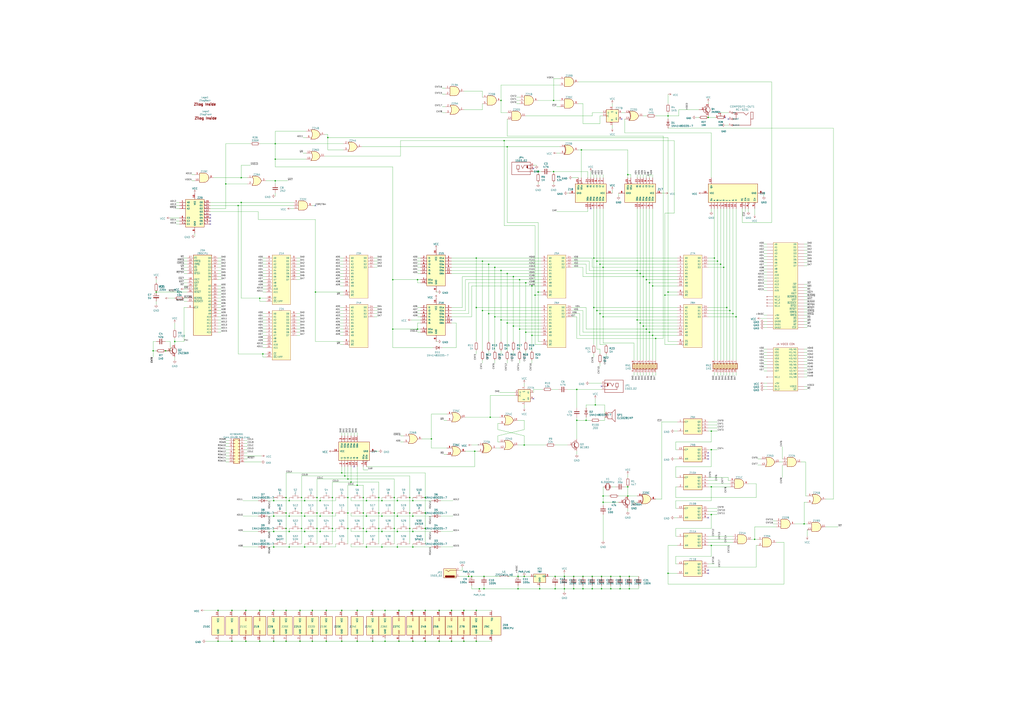
<source format=kicad_sch>
(kicad_sch (version 20230121) (generator eeschema)
  (paper "A1")
  (title_block (title "ACE1") (date "2019-09-23") (rev "Beta") (company "Ontobus") (comment 1 "John Bradley") (comment 2 "https://creativecommons.org/licenses/by-nc-sa/4.0/") (comment 3 "Attribution-NonCommercial-ShareAlike 4.0 International License.") (comment 4 "This work is licensed under a Creative Commons "))
  (junction (at 548.64 471.17))
  (junction (at 538.48 278.13))
  (junction (at 195.58 168.91))
  (junction (at 326.39 411.48))
  (junction (at 306.07 501.65))
  (junction (at 311.15 421.64))
  (junction (at 494.03 473.71))
  (junction (at 213.36 245.11))
  (junction (at 339.09 436.88))
  (junction (at 584.2 400.05))
  (junction (at 455.93 483.87))
  (junction (at 234.95 527.05))
  (junction (at 406.4 260.35))
  (junction (at 190.5 501.65))
  (junction (at 477.52 123.19))
  (junction (at 237.49 424.18))
  (junction (at 473.71 345.44))
  (junction (at 473.71 320.04))
  (junction (at 421.64 267.97))
  (junction (at 285.75 421.64))
  (junction (at 425.45 483.87))
  (junction (at 414.02 115.57))
  (junction (at 401.32 257.81))
  (junction (at 354.33 360.68))
  (junction (at 198.12 166.37))
  (junction (at 246.38 527.05))
  (junction (at 586.74 212.09))
  (junction (at 486.41 483.87))
  (junction (at 463.55 483.87))
  (junction (at 323.85 421.64))
  (junction (at 349.25 421.64))
  (junction (at 273.05 408.94))
  (junction (at 224.79 449.58))
  (junction (at 523.24 262.89))
  (junction (at 494.03 483.87))
  (junction (at 293.37 398.78))
  (junction (at 401.32 217.17))
  (junction (at 185.42 151.13))
  (junction (at 224.79 424.18))
  (junction (at 201.93 527.05))
  (junction (at 298.45 421.64))
  (junction (at 322.58 229.87))
  (junction (at 262.89 449.58))
  (junction (at 234.95 501.65))
  (junction (at 262.89 411.48))
  (junction (at 584.2 354.33))
  (junction (at 387.35 473.71))
  (junction (at 535.94 275.59))
  (junction (at 285.75 408.94))
  (junction (at 336.55 421.64))
  (junction (at 523.24 222.25))
  (junction (at 411.48 82.55))
  (junction (at 143.51 280.67))
  (junction (at 288.29 396.24))
  (junction (at 311.15 408.94))
  (junction (at 336.55 408.94))
  (junction (at 533.4 273.05))
  (junction (at 293.37 501.65))
  (junction (at 234.95 408.94))
  (junction (at 256.54 501.65))
  (junction (at 490.22 214.63))
  (junction (at 224.79 527.05))
  (junction (at 516.89 473.71))
  (junction (at 313.69 449.58))
  (junction (at 226.06 130.81))
  (junction (at 548.64 95.25))
  (junction (at 381 501.65))
  (junction (at 306.07 527.05))
  (junction (at 370.84 501.65))
  (junction (at 416.56 265.43))
  (junction (at 411.48 262.89))
  (junction (at 267.97 501.65))
  (junction (at 660.4 430.53))
  (junction (at 327.66 527.05))
  (junction (at 397.51 473.71))
  (junction (at 259.08 240.03))
  (junction (at 322.58 270.51))
  (junction (at 262.89 436.88))
  (junction (at 285.75 434.34))
  (junction (at 391.16 252.73))
  (junction (at 581.66 96.52))
  (junction (at 416.56 120.65))
  (junction (at 548.64 240.03))
  (junction (at 224.79 436.88))
  (junction (at 454.66 140.97))
  (junction (at 436.88 275.59))
  (junction (at 599.44 255.27))
  (junction (at 280.67 527.05))
  (junction (at 495.3 412.75))
  (junction (at 391.16 212.09))
  (junction (at 339.09 424.18))
  (junction (at 535.94 234.95))
  (junction (at 298.45 408.94))
  (junction (at 584.2 369.57))
  (junction (at 280.67 501.65))
  (junction (at 262.89 424.18))
  (junction (at 247.65 408.94))
  (junction (at 478.79 473.71))
  (junction (at 530.86 270.51))
  (junction (at 269.24 113.03))
  (junction (at 342.9 229.87))
  (junction (at 326.39 424.18))
  (junction (at 260.35 408.94))
  (junction (at 431.8 232.41))
  (junction (at 501.65 483.87))
  (junction (at 234.95 421.64))
  (junction (at 313.69 436.88))
  (junction (at 495.3 260.35))
  (junction (at 215.9 290.83))
  (junction (at 381 527.05))
  (junction (at 179.07 501.65))
  (junction (at 226.06 148.59))
  (junction (at 280.67 388.62))
  (junction (at 501.65 473.71))
  (junction (at 224.79 411.48))
  (junction (at 370.84 527.05))
  (junction (at 495.3 219.71))
  (junction (at 406.4 219.71))
  (junction (at 430.53 473.71))
  (junction (at 546.1 242.57))
  (junction (at 256.54 527.05))
  (junction (at 360.68 501.65))
  (junction (at 478.79 483.87))
  (junction (at 360.68 527.05))
  (junction (at 349.25 527.05))
  (junction (at 213.36 501.65))
  (junction (at 411.48 222.25))
  (junction (at 250.19 436.88))
  (junction (at 389.89 370.84))
  (junction (at 584.2 422.91))
  (junction (at 396.24 214.63))
  (junction (at 416.56 224.79))
  (junction (at 323.85 434.34))
  (junction (at 213.36 527.05))
  (junction (at 247.65 434.34))
  (junction (at 179.07 527.05))
  (junction (at 436.88 234.95))
  (junction (at 525.78 265.43))
  (junction (at 471.17 473.71))
  (junction (at 273.05 434.34))
  (junction (at 439.42 242.57))
  (junction (at 260.35 421.64))
  (junction (at 487.68 252.73))
  (junction (at 515.62 400.05))
  (junction (at 190.5 527.05))
  (junction (at 384.81 473.71))
  (junction (at 509.27 473.71))
  (junction (at 311.15 434.34))
  (junction (at 339.09 527.05))
  (junction (at 481.33 345.44))
  (junction (at 336.55 434.34))
  (junction (at 594.36 219.71))
  (junction (at 349.25 434.34))
  (junction (at 421.64 227.33))
  (junction (at 441.96 240.03))
  (junction (at 441.96 140.97))
  (junction (at 397.51 483.87))
  (junction (at 509.27 483.87))
  (junction (at 495.3 407.67))
  (junction (at 285.75 393.7))
  (junction (at 313.69 424.18))
  (junction (at 250.19 424.18))
  (junction (at 391.16 501.65))
  (junction (at 515.62 407.67))
  (junction (at 300.99 449.58))
  (junction (at 454.66 82.55))
  (junction (at 326.39 436.88))
  (junction (at 516.89 483.87))
  (junction (at 247.65 421.64))
  (junction (at 604.52 260.35))
  (junction (at 490.22 255.27))
  (junction (at 273.05 421.64))
  (junction (at 300.99 411.48))
  (junction (at 443.23 483.87))
  (junction (at 533.4 232.41))
  (junction (at 463.55 473.71))
  (junction (at 326.39 449.58))
  (junction (at 525.78 224.79))
  (junction (at 128.27 240.03))
  (junction (at 250.19 449.58))
  (junction (at 267.97 527.05))
  (junction (at 237.49 411.48))
  (junction (at 431.8 273.05))
  (junction (at 339.09 449.58))
  (junction (at 455.93 473.71))
  (junction (at 402.59 342.9))
  (junction (at 349.25 501.65))
  (junction (at 237.49 449.58))
  (junction (at 584.2 448.31))
  (junction (at 488.95 332.74))
  (junction (at 393.7 483.87))
  (junction (at 589.28 214.63))
  (junction (at 237.49 436.88))
  (junction (at 471.17 483.87))
  (junction (at 323.85 408.94))
  (junction (at 198.12 146.05))
  (junction (at 201.93 501.65))
  (junction (at 492.76 257.81))
  (junction (at 515.62 143.51))
  (junction (at 246.38 501.65))
  (junction (at 250.19 411.48))
  (junction (at 528.32 267.97))
  (junction (at 591.82 217.17))
  (junction (at 135.89 288.29))
  (junction (at 316.23 501.65))
  (junction (at 425.45 473.71))
  (junction (at 125.73 288.29))
  (junction (at 293.37 527.05))
  (junction (at 426.72 270.51))
  (junction (at 391.16 527.05))
  (junction (at 396.24 255.27))
  (junction (at 342.9 270.51))
  (junction (at 234.95 434.34))
  (junction (at 596.9 252.73))
  (junction (at 224.79 501.65))
  (junction (at 339.09 501.65))
  (junction (at 260.35 434.34))
  (junction (at 316.23 527.05))
  (junction (at 426.72 229.87))
  (junction (at 327.66 501.65))
  (junction (at 530.86 229.87))
  (junction (at 486.41 473.71))
  (junction (at 601.98 257.81))
  (junction (at 226.06 118.11))
  (junction (at 492.76 217.17))
  (junction (at 487.68 212.09))
  (junction (at 339.09 411.48))
  (junction (at 300.99 424.18))
  (junction (at 528.32 227.33))
  (junction (at 283.21 391.16))
  (junction (at 619.76 443.23))
  (junction (at 313.69 411.48))
  (junction (at 349.25 408.94))
  (junction (at 430.53 365.76))
  (junction (at 300.99 436.88))
  (junction (at 298.45 434.34))
  (no_connect (at 172.72 179.07))
  (no_connect (at 172.72 181.61))
  (no_connect (at 595.63 96.52))
  (no_connect (at 438.15 327.66))
  (no_connect (at 172.72 184.15))
  (no_connect (at 510.54 97.79))
  (no_connect (at 581.66 377.19))
  (no_connect (at 290.83 383.54))
  (no_connect (at 581.66 471.17))
  (no_connect (at 438.15 138.43))
  (no_connect (at 581.66 372.11))
  (no_connect (at 598.17 97.79))
  (no_connect (at 485.14 171.45))
  (no_connect (at 370.84 262.89))
  (no_connect (at 259.08 168.91))
  (no_connect (at 172.72 176.53))
  (no_connect (at 494.03 317.5))
  (no_connect (at 581.66 468.63))
  (no_connect (at 581.66 374.65))
  (no_connect (at 581.66 425.45))
  (wire (pts (xy 492.76 146.05) (xy 492.76 143.51)))
  (wire (pts (xy 153.67 214.63) (xy 151.13 214.63)))
  (wire (pts (xy 401.32 288.29) (xy 401.32 290.83)))
  (wire (pts (xy 307.34 219.71) (xy 309.88 219.71)))
  (wire (pts (xy 365.76 77.47) (xy 363.22 77.47)))
  (wire (pts (xy 660.4 261.62) (xy 662.94 261.62)))
  (wire (pts (xy 548.64 240.03) (xy 556.26 240.03)))
  (wire (pts (xy 370.84 214.63) (xy 396.24 214.63)))
  (wire (pts (xy 313.69 421.64) (xy 313.69 424.18)))
  (wire (pts (xy 224.79 434.34) (xy 224.79 436.88)))
  (wire (pts (xy 200.66 361.95) (xy 203.2 361.95)))
  (wire (pts (xy 556.26 425.45) (xy 553.72 425.45)))
  (wire (pts (xy 387.35 481.33) (xy 387.35 483.87)))
  (wire (pts (xy 525.78 171.45) (xy 525.78 224.79)))
  (wire (pts (xy 360.68 527.05) (xy 349.25 527.05)))
  (wire (pts (xy 581.66 85.09) (xy 581.66 83.82)))
  (wire (pts (xy 262.89 449.58) (xy 250.19 449.58)))
  (wire (pts (xy 389.89 370.84) (xy 389.89 383.54)))
  (wire (pts (xy 215.9 290.83) (xy 215.9 293.37)))
  (wire (pts (xy 523.24 222.25) (xy 523.24 262.89)))
  (wire (pts (xy 349.25 527.05) (xy 339.09 527.05)))
  (wire (pts (xy 411.48 262.89) (xy 411.48 222.25)))
  (wire (pts (xy 513.08 400.05) (xy 515.62 400.05)))
  (wire (pts (xy 421.64 267.97) (xy 421.64 227.33)))
  (wire (pts (xy 281.94 262.89) (xy 279.4 262.89)))
  (wire (pts (xy 599.44 255.27) (xy 599.44 295.91)))
  (wire (pts (xy 421.64 227.33) (xy 444.5 227.33)))
  (wire (pts (xy 474.98 85.09) (xy 478.79 85.09)))
  (wire (pts (xy 198.12 146.05) (xy 203.2 146.05)))
  (wire (pts (xy 444.5 217.17) (xy 401.32 217.17)))
  (wire (pts (xy 280.67 501.65) (xy 267.97 501.65)))
  (wire (pts (xy 629.92 228.6) (xy 627.38 228.6)))
  (wire (pts (xy 391.16 252.73) (xy 391.16 212.09)))
  (wire (pts (xy 179.07 270.51) (xy 181.61 270.51)))
  (wire (pts (xy 501.65 483.87) (xy 509.27 483.87)))
  (wire (pts (xy 331.47 363.22) (xy 328.93 363.22)))
  (wire (pts (xy 478.79 255.27) (xy 469.9 255.27)))
  (wire (pts (xy 285.75 358.14) (xy 285.75 355.6)))
  (wire (pts (xy 426.72 270.51) (xy 426.72 229.87)))
  (wire (pts (xy 629.92 210.82) (xy 627.38 210.82)))
  (wire (pts (xy 604.52 306.07) (xy 604.52 308.61)))
  (wire (pts (xy 391.16 501.65) (xy 403.86 501.65)))
  (wire (pts (xy 218.44 265.43) (xy 215.9 265.43)))
  (wire (pts (xy 530.86 229.87) (xy 530.86 270.51)))
  (wire (pts (xy 425.45 481.33) (xy 425.45 483.87)))
  (wire (pts (xy 212.09 173.99) (xy 212.09 180.34)))
  (wire (pts (xy 525.78 224.79) (xy 481.33 224.79)))
  (wire (pts (xy 478.79 481.33) (xy 478.79 483.87)))
  (wire (pts (xy 336.55 421.64) (xy 336.55 434.34)))
  (wire (pts (xy 396.24 74.93) (xy 396.24 80.01)))
  (wire (pts (xy 300.99 447.04) (xy 300.99 449.58)))
  (wire (pts (xy 508 161.29) (xy 508 158.75)))
  (wire (pts (xy 218.44 229.87) (xy 215.9 229.87)))
  (wire (pts (xy 535.94 146.05) (xy 535.94 143.51)))
  (wire (pts (xy 218.44 217.17) (xy 215.9 217.17)))
  (wire (pts (xy 326.39 411.48) (xy 339.09 411.48)))
  (wire (pts (xy 492.76 257.81) (xy 492.76 217.17)))
  (wire (pts (xy 488.95 332.74) (xy 488.95 327.66)))
  (wire (pts (xy 323.85 421.64) (xy 323.85 434.34)))
  (wire (pts (xy 393.7 483.87) (xy 397.51 483.87)))
  (wire (pts (xy 629.92 302.26) (xy 627.38 302.26)))
  (wire (pts (xy 492.76 217.17) (xy 492.76 171.45)))
  (wire (pts (xy 281.94 265.43) (xy 279.4 265.43)))
  (wire (pts (xy 516.89 483.87) (xy 524.51 483.87)))
  (wire (pts (xy 179.07 247.65) (xy 181.61 247.65)))
  (wire (pts (xy 269.24 123.19) (xy 281.94 123.19)))
  (wire (pts (xy 361.95 411.48) (xy 372.11 411.48)))
  (wire (pts (xy 528.32 227.33) (xy 528.32 267.97)))
  (wire (pts (xy 382.27 255.27) (xy 382.27 229.87)))
  (wire (pts (xy 619.76 171.45) (xy 619.76 176.53)))
  (wire (pts (xy 495.3 146.05) (xy 495.3 143.51)))
  (wire (pts (xy 481.33 332.74) (xy 488.95 332.74)))
  (wire (pts (xy 226.06 130.81) (xy 226.06 137.16)))
  (wire (pts (xy 382.27 342.9) (xy 402.59 342.9)))
  (wire (pts (xy 581.66 400.05) (xy 584.2 400.05)))
  (wire (pts (xy 218.44 224.79) (xy 215.9 224.79)))
  (wire (pts (xy 624.84 382.27) (xy 622.3 382.27)))
  (wire (pts (xy 543.56 346.71) (xy 556.26 346.71)))
  (wire (pts (xy 546.1 283.21) (xy 556.26 283.21)))
  (wire (pts (xy 243.84 262.89) (xy 246.38 262.89)))
  (wire (pts (xy 471.17 481.33) (xy 471.17 483.87)))
  (wire (pts (xy 382.27 370.84) (xy 389.89 370.84)))
  (wire (pts (xy 234.95 388.62) (xy 234.95 408.94)))
  (wire (pts (xy 444.5 262.89) (xy 411.48 262.89)))
  (wire (pts (xy 627.38 266.7) (xy 629.92 266.7)))
  (wire (pts (xy 273.05 396.24) (xy 288.29 396.24)))
  (wire (pts (xy 200.66 374.65) (xy 214.63 374.65)))
  (wire (pts (xy 219.71 436.88) (xy 224.79 436.88)))
  (wire (pts (xy 581.66 217.17) (xy 591.82 217.17)))
  (wire (pts (xy 629.92 213.36) (xy 627.38 213.36)))
  (wire (pts (xy 213.36 527.05) (xy 201.93 527.05)))
  (wire (pts (xy 416.56 288.29) (xy 416.56 265.43)))
  (wire (pts (xy 436.88 295.91) (xy 436.88 298.45)))
  (wire (pts (xy 581.66 420.37) (xy 589.28 420.37)))
  (wire (pts (xy 256.54 501.65) (xy 246.38 501.65)))
  (wire (pts (xy 382.27 229.87) (xy 426.72 229.87)))
  (wire (pts (xy 548.64 480.06) (xy 643.89 480.06)))
  (wire (pts (xy 200.66 372.11) (xy 203.2 372.11)))
  (wire (pts (xy 584.2 448.31) (xy 599.44 448.31)))
  (wire (pts (xy 339.09 421.64) (xy 339.09 424.18)))
  (wire (pts (xy 185.42 361.95) (xy 187.96 361.95)))
  (wire (pts (xy 473.71 345.44) (xy 481.33 345.44)))
  (wire (pts (xy 326.39 449.58) (xy 339.09 449.58)))
  (wire (pts (xy 179.07 273.05) (xy 181.61 273.05)))
  (wire (pts (xy 495.3 171.45) (xy 495.3 219.71)))
  (wire (pts (xy 218.44 280.67) (xy 215.9 280.67)))
  (wire (pts (xy 678.18 410.21) (xy 684.53 410.21)))
  (wire (pts (xy 478.79 273.05) (xy 478.79 255.27)))
  (wire (pts (xy 556.26 448.31) (xy 548.64 448.31)))
  (wire (pts (xy 281.94 257.81) (xy 279.4 257.81)))
  (wire (pts (xy 298.45 421.64) (xy 298.45 434.34)))
  (wire (pts (xy 200.66 379.73) (xy 214.63 379.73)))
  (wire (pts (xy 391.16 252.73) (xy 444.5 252.73)))
  (wire (pts (xy 523.24 262.89) (xy 523.24 295.91)))
  (wire (pts (xy 243.84 219.71) (xy 246.38 219.71)))
  (wire (pts (xy 316.23 527.05) (xy 306.07 527.05)))
  (wire (pts (xy 416.56 265.43) (xy 416.56 224.79)))
  (wire (pts (xy 218.44 262.89) (xy 215.9 262.89)))
  (wire (pts (xy 167.64 501.65) (xy 179.07 501.65)))
  (wire (pts (xy 185.42 171.45) (xy 185.42 151.13)))
  (wire (pts (xy 515.62 407.67) (xy 523.24 407.67)))
  (wire (pts (xy 581.66 214.63) (xy 589.28 214.63)))
  (wire (pts (xy 323.85 393.7) (xy 323.85 408.94)))
  (wire (pts (xy 494.03 481.33) (xy 494.03 483.87)))
  (wire (pts (xy 147.32 166.37) (xy 144.78 166.37)))
  (wire (pts (xy 660.4 302.26) (xy 662.94 302.26)))
  (wire (pts (xy 414.02 115.57) (xy 553.72 115.57)))
  (wire (pts (xy 581.66 369.57) (xy 584.2 369.57)))
  (wire (pts (xy 322.58 229.87) (xy 322.58 270.51)))
  (wire (pts (xy 218.44 214.63) (xy 215.9 214.63)))
  (wire (pts (xy 259.08 240.03) (xy 259.08 280.67)))
  (wire (pts (xy 243.84 222.25) (xy 246.38 222.25)))
  (wire (pts (xy 486.41 473.71) (xy 494.03 473.71)))
  (wire (pts (xy 416.56 97.79) (xy 416.56 111.76)))
  (wire (pts (xy 262.89 421.64) (xy 262.89 424.18)))
  (wire (pts (xy 281.94 227.33) (xy 279.4 227.33)))
  (wire (pts (xy 452.12 140.97) (xy 454.66 140.97)))
  (wire (pts (xy 346.71 360.68) (xy 354.33 360.68)))
  (wire (pts (xy 402.59 325.12) (xy 402.59 342.9)))
  (wire (pts (xy 243.84 212.09) (xy 246.38 212.09)))
  (wire (pts (xy 495.3 407.67) (xy 495.3 412.75)))
  (wire (pts (xy 629.92 205.74) (xy 627.38 205.74)))
  (wire (pts (xy 441.96 151.13) (xy 441.96 149.86)))
  (wire (pts (xy 528.32 267.97) (xy 528.32 295.91)))
  (wire (pts (xy 441.96 142.24) (xy 441.96 140.97)))
  (wire (pts (xy 283.21 383.54) (xy 283.21 391.16)))
  (wire (pts (xy 349.25 388.62) (xy 349.25 408.94)))
  (wire (pts (xy 218.44 148.59) (xy 226.06 148.59)))
  (wire (pts (xy 200.66 367.03) (xy 203.2 367.03)))
  (wire (pts (xy 218.44 227.33) (xy 215.9 227.33)))
  (wire (pts (xy 548.64 240.03) (xy 548.64 280.67)))
  (wire (pts (xy 471.17 483.87) (xy 478.79 483.87)))
  (wire (pts (xy 554.99 392.43) (xy 556.26 392.43)))
  (wire (pts (xy 426.72 85.09) (xy 424.18 85.09)))
  (wire (pts (xy 396.24 214.63) (xy 444.5 214.63)))
  (wire (pts (xy 281.94 224.79) (xy 279.4 224.79)))
  (wire (pts (xy 556.26 400.05) (xy 554.99 400.05)))
  (wire (pts (xy 298.45 434.34) (xy 298.45 447.04)))
  (wire (pts (xy 486.41 92.71) (xy 486.41 95.25)))
  (wire (pts (xy 518.16 143.51) (xy 518.16 146.05)))
  (wire (pts (xy 370.84 252.73) (xy 379.73 252.73)))
  (wire (pts (xy 459.74 64.77) (xy 454.66 64.77)))
  (wire (pts (xy 660.4 200.66) (xy 662.94 200.66)))
  (wire (pts (xy 430.53 358.14) (xy 430.53 365.76)))
  (wire (pts (xy 548.64 105.41) (xy 684.53 105.41)))
  (wire (pts (xy 621.03 397.51) (xy 621.03 408.94)))
  (wire (pts (xy 416.56 182.88) (xy 441.96 182.88)))
  (wire (pts (xy 311.15 370.84) (xy 308.61 370.84)))
  (wire (pts (xy 313.69 424.18) (xy 326.39 424.18)))
  (wire (pts (xy 660.4 292.1) (xy 662.94 292.1)))
  (wire (pts (xy 328.93 115.57) (xy 414.02 115.57)))
  (wire (pts (xy 251.46 125.73) (xy 248.92 125.73)))
  (wire (pts (xy 524.51 481.33) (xy 524.51 483.87)))
  (wire (pts (xy 311.15 421.64) (xy 311.15 434.34)))
  (wire (pts (xy 554.99 383.54) (xy 554.99 392.43)))
  (wire (pts (xy 457.2 125.73) (xy 459.74 125.73)))
  (wire (pts (xy 377.19 468.63) (xy 379.73 468.63)))
  (wire (pts (xy 627.38 158.75) (xy 627.38 161.29)))
  (wire (pts (xy 374.65 265.43) (xy 374.65 285.75)))
  (wire (pts (xy 345.44 260.35) (xy 342.9 260.35)))
  (wire (pts (xy 581.66 346.71) (xy 589.28 346.71)))
  (wire (pts (xy 218.44 219.71) (xy 215.9 219.71)))
  (wire (pts (xy 288.29 434.34) (xy 288.29 436.88)))
  (wire (pts (xy 496.57 340.36) (xy 496.57 332.74)))
  (wire (pts (xy 195.58 290.83) (xy 215.9 290.83)))
  (wire (pts (xy 345.44 229.87) (xy 342.9 229.87)))
  (wire (pts (xy 660.4 218.44) (xy 662.94 218.44)))
  (wire (pts (xy 243.84 267.97) (xy 246.38 267.97)))
  (wire (pts (xy 478.79 85.09) (xy 478.79 101.6)))
  (wire (pts (xy 660.4 304.8) (xy 662.94 304.8)))
  (wire (pts (xy 546.1 175.26) (xy 553.72 175.26)))
  (wire (pts (xy 187.96 377.19) (xy 185.42 377.19)))
  (wire (pts (xy 387.35 473.71) (xy 397.51 473.71)))
  (wire (pts (xy 640.08 379.73) (xy 642.62 379.73)))
  (wire (pts (xy 476.25 275.59) (xy 476.25 257.81)))
  (wire (pts (xy 179.07 267.97) (xy 181.61 267.97)))
  (wire (pts (xy 619.76 443.23) (xy 622.3 443.23)))
  (wire (pts (xy 313.69 411.48) (xy 326.39 411.48)))
  (wire (pts (xy 554.99 434.34) (xy 554.99 440.69)))
  (wire (pts (xy 554.99 417.83) (xy 556.26 417.83)))
  (wire (pts (xy 473.71 342.9) (xy 473.71 345.44)))
  (wire (pts (xy 281.94 214.63) (xy 279.4 214.63)))
  (wire (pts (xy 267.97 527.05) (xy 256.54 527.05)))
  (wire (pts (xy 660.4 205.74) (xy 662.94 205.74)))
  (wire (pts (xy 153.67 232.41) (xy 151.13 232.41)))
  (wire (pts (xy 339.09 501.65) (xy 327.66 501.65)))
  (wire (pts (xy 143.51 293.37) (xy 143.51 295.91)))
  (wire (pts (xy 379.73 227.33) (xy 421.64 227.33)))
  (wire (pts (xy 525.78 224.79) (xy 525.78 265.43)))
  (wire (pts (xy 604.52 171.45) (xy 604.52 260.35)))
  (wire (pts (xy 528.32 146.05) (xy 528.32 143.51)))
  (wire (pts (xy 313.69 447.04) (xy 313.69 449.58)))
  (wire (pts (xy 629.92 220.98) (xy 627.38 220.98)))
  (wire (pts (xy 379.73 468.63) (xy 379.73 466.09)))
  (wire (pts (xy 387.35 234.95) (xy 436.88 234.95)))
  (wire (pts (xy 581.66 257.81) (xy 601.98 257.81)))
  (wire (pts (xy 370.84 219.71) (xy 406.4 219.71)))
  (wire (pts (xy 198.12 166.37) (xy 241.3 166.37)))
  (wire (pts (xy 288.29 436.88) (xy 300.99 436.88)))
  (wire (pts (xy 298.45 408.94) (xy 298.45 421.64)))
  (wire (pts (xy 370.84 224.79) (xy 416.56 224.79)))
  (wire (pts (xy 179.07 257.81) (xy 181.61 257.81)))
  (wire (pts (xy 523.24 222.25) (xy 483.87 222.25)))
  (wire (pts (xy 307.34 257.81) (xy 309.88 257.81)))
  (wire (pts (xy 614.68 171.45) (xy 614.68 173.99)))
  (wire (pts (xy 478.79 473.71) (xy 486.41 473.71)))
  (wire (pts (xy 431.8 232.41) (xy 444.5 232.41)))
  (wire (pts (xy 454.66 140.97) (xy 482.6 140.97)))
  (wire (pts (xy 226.06 107.95) (xy 226.06 118.11)))
  (wire (pts (xy 339.09 408.94) (xy 339.09 411.48)))
  (wire (pts (xy 556.26 214.63) (xy 490.22 214.63)))
  (wire (pts (xy 179.07 224.79) (xy 181.61 224.79)))
  (wire (pts (xy 307.34 252.73) (xy 309.88 252.73)))
  (wire (pts (xy 660.4 320.04) (xy 662.94 320.04)))
  (wire (pts (xy 483.87 222.25) (xy 483.87 214.63)))
  (wire (pts (xy 406.4 219.71) (xy 444.5 219.71)))
  (wire (pts (xy 316.23 501.65) (xy 306.07 501.65)))
  (wire (pts (xy 661.67 407.67) (xy 662.94 407.67)))
  (wire (pts (xy 660.4 269.24) (xy 662.94 269.24)))
  (wire (pts (xy 589.28 214.63) (xy 589.28 295.91)))
  (wire (pts (xy 662.94 435.61) (xy 662.94 440.69)))
  (wire (pts (xy 444.5 260.35) (xy 406.4 260.35)))
  (wire (pts (xy 250.19 434.34) (xy 250.19 436.88)))
  (wire (pts (xy 313.69 449.58) (xy 326.39 449.58)))
  (wire (pts (xy 185.42 369.57) (xy 187.96 369.57)))
  (wire (pts (xy 293.37 358.14) (xy 293.37 355.6)))
  (wire (pts (xy 153.67 234.95) (xy 151.13 234.95)))
  (wire (pts (xy 243.84 217.17) (xy 246.38 217.17)))
  (wire (pts (xy 556.26 262.89) (xy 523.24 262.89)))
  (wire (pts (xy 218.44 283.21) (xy 215.9 283.21)))
  (wire (pts (xy 525.78 265.43) (xy 525.78 295.91)))
  (wire (pts (xy 190.5 501.65) (xy 179.07 501.65)))
  (wire (pts (xy 581.66 212.09) (xy 586.74 212.09)))
  (wire (pts (xy 215.9 290.83) (xy 218.44 290.83)))
  (wire (pts (xy 554.99 457.2) (xy 554.99 463.55)))
  (wire (pts (xy 219.71 449.58) (xy 224.79 449.58)))
  (wire (pts (xy 523.24 306.07) (xy 523.24 308.61)))
  (wire (pts (xy 262.89 434.34) (xy 262.89 436.88)))
  (wire (pts (xy 473.71 320.04) (xy 494.03 320.04)))
  (wire (pts (xy 281.94 222.25) (xy 279.4 222.25)))
  (wire (pts (xy 556.26 275.59) (xy 535.94 275.59)))
  (wire (pts (xy 441.96 240.03) (xy 444.5 240.03)))
  (wire (pts (xy 495.3 92.71) (xy 486.41 92.71)))
  (wire (pts (xy 538.48 95.25) (xy 548.64 95.25)))
  (wire (pts (xy 629.92 208.28) (xy 627.38 208.28)))
  (wire (pts (xy 224.79 501.65) (xy 213.36 501.65)))
  (wire (pts (xy 574.04 96.52) (xy 571.5 96.52)))
  (wire (pts (xy 629.92 269.24) (xy 627.38 269.24)))
  (wire (pts (xy 260.35 393.7) (xy 260.35 408.94)))
  (wire (pts (xy 431.8 273.05) (xy 431.8 232.41)))
  (wire (pts (xy 300.99 421.64) (xy 300.99 424.18)))
  (wire (pts (xy 629.92 223.52) (xy 627.38 223.52)))
  (wire (pts (xy 262.89 424.18) (xy 275.59 424.18)))
  (wire (pts (xy 391.16 280.67) (xy 391.16 252.73)))
  (wire (pts (xy 581.66 96.52) (xy 588.01 96.52)))
  (wire (pts (xy 143.51 283.21) (xy 143.51 280.67)))
  (wire (pts (xy 477.52 123.19) (xy 477.52 146.05)))
  (wire (pts (xy 247.65 391.16) (xy 247.65 408.94)))
  (wire (pts (xy 370.84 212.09) (xy 391.16 212.09)))
  (wire (pts (xy 260.35 408.94) (xy 260.35 421.64)))
  (wire (pts (xy 463.55 486.41) (xy 463.55 483.87)))
  (wire (pts (xy 534.67 143.51) (xy 534.67 144.78)))
  (wire (pts (xy 269.24 113.03) (xy 269.24 123.19)))
  (wire (pts (xy 153.67 237.49) (xy 151.13 237.49)))
  (wire (pts (xy 660.4 236.22) (xy 662.94 236.22)))
  (wire (pts (xy 535.94 275.59) (xy 535.94 295.91)))
  (wire (pts (xy 288.29 411.48) (xy 300.99 411.48)))
  (wire (pts (xy 584.2 383.54) (xy 554.99 383.54)))
  (wire (pts (xy 336.55 391.16) (xy 336.55 408.94)))
  (wire (pts (xy 391.16 501.65) (xy 381 501.65)))
  (wire (pts (xy 598.17 102.87) (xy 595.63 102.87)))
  (wire (pts (xy 629.92 226.06) (xy 627.38 226.06)))
  (wire (pts (xy 455.93 473.71) (xy 463.55 473.71)))
  (wire (pts (xy 584.2 457.2) (xy 554.99 457.2)))
  (wire (pts (xy 609.6 182.88) (xy 609.6 171.45)))
  (wire (pts (xy 218.44 257.81) (xy 215.9 257.81)))
  (wire (pts (xy 584.2 369.57) (xy 589.28 369.57)))
  (wire (pts (xy 345.44 217.17) (xy 342.9 217.17)))
  (wire (pts (xy 345.44 222.25) (xy 342.9 222.25)))
  (wire (pts (xy 487.68 146.05) (xy 487.68 143.51)))
  (wire (pts (xy 544.83 278.13) (xy 538.48 278.13)))
  (wire (pts (xy 275.59 447.04) (xy 275.59 449.58)))
  (wire (pts (xy 601.98 306.07) (xy 601.98 308.61)))
  (wire (pts (xy 298.45 398.78) (xy 293.37 398.78)))
  (wire (pts (xy 226.06 158.75) (xy 226.06 161.29)))
  (wire (pts (xy 247.65 434.34) (xy 247.65 447.04)))
  (wire (pts (xy 260.35 393.7) (xy 285.75 393.7)))
  (wire (pts (xy 586.74 171.45) (xy 586.74 212.09)))
  (wire (pts (xy 643.89 445.77) (xy 643.89 480.06)))
  (wire (pts (xy 482.6 146.05) (xy 482.6 140.97)))
  (wire (pts (xy 275.59 434.34) (xy 275.59 436.88)))
  (wire (pts (xy 281.94 217.17) (xy 279.4 217.17)))
  (wire (pts (xy 147.32 168.91) (xy 144.78 168.91)))
  (wire (pts (xy 502.92 102.87) (xy 502.92 105.41)))
  (wire (pts (xy 581.66 349.25) (xy 589.28 349.25)))
  (wire (pts (xy 584.2 354.33) (xy 584.2 363.22)))
  (wire (pts (xy 377.19 473.71) (xy 384.81 473.71)))
  (wire (pts (xy 438.15 320.04) (xy 445.77 320.04)))
  (wire (pts (xy 487.68 290.83) (xy 487.68 293.37)))
  (wire (pts (xy 408.94 347.98) (xy 410.21 347.98)))
  (wire (pts (xy 280.67 527.05) (xy 267.97 527.05)))
  (wire (pts (xy 349.25 434.34) (xy 349.25 447.04)))
  (wire (pts (xy 139.7 280.67) (xy 135.89 280.67)))
  (wire (pts (xy 316.23 504.19) (xy 316.23 501.65)))
  (wire (pts (xy 179.07 227.33) (xy 181.61 227.33)))
  (wire (pts (xy 515.62 392.43) (xy 515.62 389.89)))
  (wire (pts (xy 422.91 322.58) (xy 410.21 322.58)))
  (wire (pts (xy 444.5 267.97) (xy 421.64 267.97)))
  (wire (pts (xy 601.98 171.45) (xy 601.98 257.81)))
  (wire (pts (xy 629.92 320.04) (xy 627.38 320.04)))
  (wire (pts (xy 298.45 398.78) (xy 298.45 408.94)))
  (wire (pts (xy 288.29 421.64) (xy 288.29 424.18)))
  (wire (pts (xy 430.53 365.76) (xy 448.31 365.76)))
  (wire (pts (xy 554.99 363.22) (xy 554.99 369.57)))
  (wire (pts (xy 556.26 234.95) (xy 535.94 234.95)))
  (wire (pts (xy 311.15 396.24) (xy 311.15 408.94)))
  (wire (pts (xy 370.84 222.25) (xy 411.48 222.25)))
  (wire (pts (xy 508 412.75) (xy 495.3 412.75)))
  (wire (pts (xy 185.42 151.13) (xy 185.42 118.11)))
  (wire (pts (xy 397.51 481.33) (xy 397.51 483.87)))
  (wire (pts (xy 275.59 408.94) (xy 275.59 411.48)))
  (wire (pts (xy 179.07 240.03) (xy 181.61 240.03)))
  (wire (pts (xy 581.66 440.69) (xy 601.98 440.69)))
  (wire (pts (xy 365.76 92.71) (xy 363.22 92.71)))
  (wire (pts (xy 250.19 424.18) (xy 262.89 424.18)))
  (wire (pts (xy 285.75 421.64) (xy 285.75 434.34)))
  (wire (pts (xy 515.62 123.19) (xy 515.62 143.51)))
  (wire (pts (xy 487.68 283.21) (xy 487.68 252.73)))
  (wire (pts (xy 153.67 229.87) (xy 151.13 229.87)))
  (wire (pts (xy 213.36 245.11) (xy 213.36 247.65)))
  (wire (pts (xy 408.94 353.06) (xy 430.53 358.14)))
  (wire (pts (xy 397.51 473.71) (xy 410.21 473.71)))
  (wire (pts (xy 481.33 224.79) (xy 481.33 217.17)))
  (wire (pts (xy 179.07 245.11) (xy 181.61 245.11)))
  (wire (pts (xy 367.03 340.36) (xy 354.33 340.36)))
  (wire (pts (xy 247.65 421.64) (xy 247.65 434.34)))
  (wire (pts (xy 487.68 171.45) (xy 487.68 212.09)))
  (wire (pts (xy 396.24 288.29) (xy 396.24 255.27)))
  (wire (pts (xy 311.15 408.94) (xy 311.15 421.64)))
  (wire (pts (xy 660.4 238.76) (xy 662.94 238.76)))
  (wire (pts (xy 581.66 397.51) (xy 599.44 397.51)))
  (wire (pts (xy 226.06 118.11) (xy 226.06 130.81)))
  (wire (pts (xy 509.27 483.87) (xy 516.89 483.87)))
  (wire (pts (xy 629.92 215.9) (xy 627.38 215.9)))
  (wire (pts (xy 584.2 422.91) (xy 584.2 434.34)))
  (wire (pts (xy 528.32 306.07) (xy 528.32 308.61)))
  (wire (pts (xy 281.94 240.03) (xy 259.08 240.03)))
  (wire (pts (xy 224.79 411.48) (xy 219.71 411.48)))
  (wire (pts (xy 431.8 95.25) (xy 486.41 95.25)))
  (wire (pts (xy 586.74 306.07) (xy 586.74 308.61)))
  (wire (pts (xy 243.84 257.81) (xy 246.38 257.81)))
  (wire (pts (xy 175.26 146.05) (xy 198.12 146.05)))
  (wire (pts (xy 444.5 275.59) (xy 436.88 275.59)))
  (wire (pts (xy 266.7 110.49) (xy 269.24 110.49)))
  (wire (pts (xy 300.99 449.58) (xy 313.69 449.58)))
  (wire (pts (xy 482.6 173.99) (xy 457.2 173.99)))
  (wire (pts (xy 495.3 407.67) (xy 500.38 407.67)))
  (wire (pts (xy 322.58 270.51) (xy 322.58 285.75)))
  (wire (pts (xy 556.26 377.19) (xy 553.72 377.19)))
  (wire (pts (xy 556.26 229.87) (xy 530.86 229.87)))
  (wire (pts (xy 581.66 219.71) (xy 594.36 219.71)))
  (wire (pts (xy 281.94 255.27) (xy 279.4 255.27)))
  (wire (pts (xy 453.39 320.04) (xy 458.47 320.04)))
  (wire (pts (xy 290.83 358.14) (xy 290.83 355.6)))
  (wire (pts (xy 556.26 260.35) (xy 495.3 260.35)))
  (wire (pts (xy 425.45 345.44) (xy 430.53 345.44)))
  (wire (pts (xy 179.07 237.49) (xy 181.61 237.49)))
  (wire (pts (xy 660.4 243.84) (xy 662.94 243.84)))
  (wire (pts (xy 226.06 137.16) (xy 322.58 137.16)))
  (wire (pts (xy 247.65 408.94) (xy 247.65 421.64)))
  (wire (pts (xy 288.29 383.54) (xy 288.29 396.24)))
  (wire (pts (xy 544.83 111.76) (xy 544.83 278.13)))
  (wire (pts (xy 293.37 383.54) (xy 293.37 398.78)))
  (wire (pts (xy 629.92 236.22) (xy 627.38 236.22)))
  (wire (pts (xy 269.24 110.49) (xy 269.24 113.03)))
  (wire (pts (xy 300.99 434.34) (xy 300.99 436.88)))
  (wire (pts (xy 473.71 260.35) (xy 469.9 260.35)))
  (wire (pts (xy 280.67 383.54) (xy 280.67 388.62)))
  (wire (pts (xy 497.84 283.21) (xy 492.76 283.21)))
  (wire (pts (xy 637.54 430.53) (xy 635 430.53)))
  (wire (pts (xy 391.16 212.09) (xy 444.5 212.09)))
  (wire (pts (xy 266.7 128.27) (xy 328.93 128.27)))
  (wire (pts (xy 387.35 365.76) (xy 392.43 365.76)))
  (wire (pts (xy 502.92 87.63) (xy 502.92 85.09)))
  (wire (pts (xy 584.2 422.91) (xy 589.28 422.91)))
  (wire (pts (xy 478.79 219.71) (xy 469.9 219.71)))
  (wire (pts (xy 629.92 317.5) (xy 627.38 317.5)))
  (wire (pts (xy 151.13 252.73) (xy 151.13 280.67)))
  (wire (pts (xy 153.67 247.65) (xy 151.13 247.65)))
  (wire (pts (xy 530.86 171.45) (xy 530.86 229.87)))
  (wire (pts (xy 172.72 168.91) (xy 195.58 168.91)))
  (wire (pts (xy 339.09 449.58) (xy 354.33 449.58)))
  (wire (pts (xy 411.48 82.55) (xy 411.48 92.71)))
  (wire (pts (xy 535.94 171.45) (xy 535.94 234.95)))
  (wire (pts (xy 660.4 213.36) (xy 662.94 213.36)))
  (wire (pts (xy 477.52 123.19) (xy 515.62 123.19)))
  (wire (pts (xy 391.16 288.29) (xy 391.16 290.83)))
  (wire (pts (xy 425.45 365.76) (xy 430.53 365.76)))
  (wire (pts (xy 430.53 345.44) (xy 430.53 353.06)))
  (wire (pts (xy 660.4 264.16) (xy 662.94 264.16)))
  (wire (pts (xy 660.4 241.3) (xy 662.94 241.3)))
  (wire (pts (xy 463.55 481.33) (xy 463.55 483.87)))
  (wire (pts (xy 621.03 466.09) (xy 621.03 448.31)))
  (wire (pts (xy 280.67 358.14) (xy 280.67 355.6)))
  (wire (pts (xy 660.4 210.82) (xy 662.94 210.82)))
  (wire (pts (xy 430.53 317.5) (xy 430.53 314.96)))
  (wire (pts (xy 187.96 367.03) (xy 185.42 367.03)))
  (wire (pts (xy 224.79 527.05) (xy 213.36 527.05)))
  (wire (pts (xy 556.26 232.41) (xy 533.4 232.41)))
  (wire (pts (xy 307.34 214.63) (xy 309.88 214.63)))
  (wire (pts (xy 629.92 292.1) (xy 627.38 292.1)))
  (wire (pts (xy 322.58 137.16) (xy 322.58 229.87)))
  (wire (pts (xy 533.4 232.41) (xy 533.4 273.05)))
  (wire (pts (xy 300.99 408.94) (xy 300.99 411.48)))
  (wire (pts (xy 515.62 417.83) (xy 515.62 420.37)))
  (wire (pts (xy 307.34 260.35) (xy 309.88 260.35)))
  (wire (pts (xy 490.22 287.02) (xy 490.22 255.27)))
  (wire (pts (xy 426.72 229.87) (xy 444.5 229.87)))
  (wire (pts (xy 486.41 481.33) (xy 486.41 483.87)))
  (wire (pts (xy 379.73 252.73) (xy 379.73 227.33)))
  (wire (pts (xy 247.65 391.16) (xy 283.21 391.16)))
  (wire (pts (xy 496.57 345.44) (xy 496.57 342.9)))
  (wire (pts (xy 660.4 266.7) (xy 662.94 266.7)))
  (wire (pts (xy 281.94 252.73) (xy 279.4 252.73)))
  (wire (pts (xy 160.02 148.59) (xy 157.48 148.59)))
  (wire (pts (xy 584.2 369.57) (xy 584.2 383.54)))
  (wire (pts (xy 285.75 398.78) (xy 285.75 408.94)))
  (wire (pts (xy 629.92 259.08) (xy 627.38 259.08)))
  (wire (pts (xy 212.09 180.34) (xy 259.08 180.34)))
  (wire (pts (xy 459.74 87.63) (xy 457.2 87.63)))
  (wire (pts (xy 307.34 217.17) (xy 309.88 217.17)))
  (wire (pts (xy 589.28 306.07) (xy 589.28 308.61)))
  (wire (pts (xy 281.94 234.95) (xy 279.4 234.95)))
  (wire (pts (xy 224.79 408.94) (xy 224.79 411.48)))
  (wire (pts (xy 273.05 434.34) (xy 273.05 447.04)))
  (wire (pts (xy 201.93 501.65) (xy 190.5 501.65)))
  (wire (pts (xy 179.07 242.57) (xy 181.61 242.57)))
  (wire (pts (xy 528.32 171.45) (xy 528.32 227.33)))
  (wire (pts (xy 125.73 280.67) (xy 125.73 288.29)))
  (wire (pts (xy 660.4 297.18) (xy 662.94 297.18)))
  (wire (pts (xy 609.6 182.88) (xy 633.73 182.88)))
  (wire (pts (xy 300.99 411.48) (xy 313.69 411.48)))
  (wire (pts (xy 525.78 306.07) (xy 525.78 308.61)))
  (wire (pts (xy 297.18 120.65) (xy 416.56 120.65)))
  (wire (pts (xy 591.82 92.71) (xy 598.17 92.71)))
  (wire (pts (xy 660.4 289.56) (xy 662.94 289.56)))
  (wire (pts (xy 212.09 449.58) (xy 199.39 449.58)))
  (wire (pts (xy 370.84 257.81) (xy 384.81 257.81)))
  (wire (pts (xy 488.95 332.74) (xy 496.57 332.74)))
  (wire (pts (xy 495.3 260.35) (xy 495.3 281.94)))
  (wire (pts (xy 237.49 424.18) (xy 250.19 424.18)))
  (wire (pts (xy 492.76 101.6) (xy 492.76 95.25)))
  (wire (pts (xy 250.19 411.48) (xy 237.49 411.48)))
  (wire (pts (xy 660.4 430.53) (xy 662.94 430.53)))
  (wire (pts (xy 520.7 281.94) (xy 520.7 295.91)))
  (wire (pts (xy 508 407.67) (xy 515.62 407.67)))
  (wire (pts (xy 298.45 386.08) (xy 298.45 383.54)))
  (wire (pts (xy 629.92 294.64) (xy 627.38 294.64)))
  (wire (pts (xy 237.49 447.04) (xy 237.49 449.58)))
  (wire (pts (xy 185.42 374.65) (xy 187.96 374.65)))
  (wire (pts (xy 483.87 214.63) (xy 469.9 214.63)))
  (wire (pts (xy 349.25 421.64) (xy 349.25 434.34)))
  (wire (pts (xy 425.45 473.71) (xy 425.45 471.17)))
  (wire (pts (xy 273.05 396.24) (xy 273.05 408.94)))
  (wire (pts (xy 354.33 368.3) (xy 367.03 368.3)))
  (wire (pts (xy 425.45 473.71) (xy 430.53 473.71)))
  (wire (pts (xy 440.69 135.89) (xy 438.15 135.89)))
  (wire (pts (xy 584.2 434.34) (xy 554.99 434.34)))
  (wire (pts (xy 426.72 295.91) (xy 426.72 298.45)))
  (wire (pts (xy 414.02 115.57) (xy 414.02 185.42)))
  (wire (pts (xy 218.44 234.95) (xy 215.9 234.95)))
  (wire (pts (xy 259.08 180.34) (xy 259.08 240.03)))
  (wire (pts (xy 637.54 445.77) (xy 643.89 445.77)))
  (wire (pts (xy 533.4 306.07) (xy 533.4 308.61)))
  (wire (pts (xy 581.66 252.73) (xy 596.9 252.73)))
  (wire (pts (xy 591.82 217.17) (xy 591.82 295.91)))
  (wire (pts (xy 548.64 95.25) (xy 557.53 95.25)))
  (wire (pts (xy 441.96 140.97) (xy 438.15 140.97)))
  (wire (pts (xy 200.66 369.57) (xy 203.2 369.57)))
  (wire (pts (xy 313.69 434.34) (xy 313.69 436.88)))
  (wire (pts (xy 596.9 306.07) (xy 596.9 308.61)))
  (wire (pts (xy 218.44 278.13) (xy 215.9 278.13)))
  (wire (pts (xy 546.1 175.26) (xy 546.1 242.57)))
  (wire (pts (xy 226.06 118.11) (xy 281.94 118.11)))
  (wire (pts (xy 629.92 289.56) (xy 627.38 289.56)))
  (wire (pts (xy 381 501.65) (xy 370.84 501.65)))
  (wire (pts (xy 454.66 142.24) (xy 454.66 140.97)))
  (wire (pts (xy 416.56 295.91) (xy 416.56 298.45)))
  (wire (pts (xy 510.54 92.71) (xy 513.08 92.71)))
  (wire (pts (xy 548.64 471.17) (xy 556.26 471.17)))
  (wire (pts (xy 538.48 278.13) (xy 473.71 278.13)))
  (wire (pts (xy 250.19 408.94) (xy 250.19 411.48)))
  (wire (pts (xy 463.55 471.17) (xy 463.55 473.71)))
  (wire (pts (xy 326.39 421.64) (xy 326.39 424.18)))
  (wire (pts (xy 198.12 245.11) (xy 213.36 245.11)))
  (wire (pts (xy 513.08 109.22) (xy 513.08 97.79)))
  (wire (pts (xy 275.59 411.48) (xy 262.89 411.48)))
  (wire (pts (xy 218.44 260.35) (xy 215.9 260.35)))
  (wire (pts (xy 481.33 217.17) (xy 469.9 217.17)))
  (wire (pts (xy 660.4 259.08) (xy 662.94 259.08)))
  (wire (pts (xy 492.76 298.45) (xy 492.76 300.99)))
  (wire (pts (xy 215.9 293.37) (xy 218.44 293.37)))
  (wire (pts (xy 516.89 473.71) (xy 524.51 473.71)))
  (wire (pts (xy 179.07 265.43) (xy 181.61 265.43)))
  (wire (pts (xy 496.57 345.44) (xy 492.76 345.44)))
  (wire (pts (xy 430.53 332.74) (xy 430.53 335.28)))
  (wire (pts (xy 313.69 408.94) (xy 313.69 411.48)))
  (wire (pts (xy 581.66 394.97) (xy 589.28 394.97)))
  (wire (pts (xy 629.92 261.62) (xy 624.84 261.62)))
  (wire (pts (xy 584.2 448.31) (xy 584.2 457.2)))
  (wire (pts (xy 234.95 421.64) (xy 234.95 434.34)))
  (wire (pts (xy 556.26 222.25) (xy 523.24 222.25)))
  (wire (pts (xy 530.86 270.51) (xy 481.33 270.51)))
  (wire (pts (xy 515.62 143.51) (xy 518.16 143.51)))
  (wire (pts (xy 406.4 295.91) (xy 406.4 298.45)))
  (wire (pts (xy 556.26 227.33) (xy 528.32 227.33)))
  (wire (pts (xy 495.3 281.94) (xy 520.7 281.94)))
  (wire (pts (xy 337.82 262.89) (xy 345.44 262.89)))
  (wire (pts (xy 425.45 483.87) (xy 443.23 483.87)))
  (wire (pts (xy 326.39 434.34) (xy 326.39 436.88)))
  (wire (pts (xy 218.44 273.05) (xy 215.9 273.05)))
  (wire (pts (xy 431.8 280.67) (xy 431.8 273.05)))
  (wire (pts (xy 586.74 212.09) (xy 586.74 295.91)))
  (wire (pts (xy 243.84 265.43) (xy 246.38 265.43)))
  (wire (pts (xy 179.07 234.95) (xy 181.61 234.95)))
  (wire (pts (xy 548.64 448.31) (xy 548.64 471.17)))
  (wire (pts (xy 463.55 483.87) (xy 471.17 483.87)))
  (wire (pts (xy 581.66 255.27) (xy 599.44 255.27)))
  (wire (pts (xy 416.56 120.65) (xy 416.56 182.88)))
  (wire (pts (xy 139.7 288.29) (xy 139.7 280.67)))
  (wire (pts (xy 288.29 408.94) (xy 288.29 411.48)))
  (wire (pts (xy 584.2 400.05) (xy 584.2 411.48)))
  (wire (pts (xy 283.21 358.14) (xy 283.21 355.6)))
  (wire (pts (xy 660.4 233.68) (xy 662.94 233.68)))
  (wire (pts (xy 455.93 483.87) (xy 463.55 483.87)))
  (wire (pts (xy 533.4 146.05) (xy 533.4 143.51)))
  (wire (pts (xy 143.51 265.43) (xy 143.51 270.51)))
  (wire (pts (xy 179.07 255.27) (xy 181.61 255.27)))
  (wire (pts (xy 441.96 240.03) (xy 441.96 280.67)))
  (wire (pts (xy 581.66 95.25) (xy 581.66 96.52)))
  (wire (pts (xy 226.06 130.81) (xy 251.46 130.81)))
  (wire (pts (xy 533.4 273.05) (xy 533.4 295.91)))
  (wire (pts (xy 281.94 229.87) (xy 279.4 229.87)))
  (wire (pts (xy 237.49 411.48) (xy 224.79 411.48)))
  (wire (pts (xy 556.26 270.51) (xy 530.86 270.51)))
  (wire (pts (xy 285.75 383.54) (xy 285.75 393.7)))
  (wire (pts (xy 153.67 222.25) (xy 151.13 222.25)))
  (wire (pts (xy 594.36 219.71) (xy 594.36 295.91)))
  (wire (pts (xy 250.19 447.04) (xy 250.19 449.58)))
  (wire (pts (xy 594.36 171.45) (xy 594.36 219.71)))
  (wire (pts (xy 652.78 430.53) (xy 660.4 430.53)))
  (wire (pts (xy 275.59 436.88) (xy 262.89 436.88)))
  (wire (pts (xy 515.62 143.51) (xy 515.62 146.05)))
  (wire (pts (xy 530.86 270.51) (xy 530.86 295.91)))
  (wire (pts (xy 275.59 449.58) (xy 262.89 449.58)))
  (wire (pts (xy 530.86 306.07) (xy 530.86 308.61)))
  (wire (pts (xy 345.44 273.05) (xy 342.9 273.05)))
  (wire (pts (xy 345.44 214.63) (xy 342.9 214.63)))
  (wire (pts (xy 422.91 325.12) (xy 402.59 325.12)))
  (wire (pts (xy 306.07 527.05) (xy 293.37 527.05)))
  (wire (pts (xy 407.67 368.3) (xy 410.21 368.3)))
  (wire (pts (xy 391.16 527.05) (xy 403.86 527.05)))
  (wire (pts (xy 581.66 445.77) (xy 601.98 445.77)))
  (wire (pts (xy 589.28 171.45) (xy 589.28 214.63)))
  (wire (pts (xy 478.79 483.87) (xy 486.41 483.87)))
  (wire (pts (xy 179.07 252.73) (xy 181.61 252.73)))
  (wire (pts (xy 128.27 232.41) (xy 128.27 229.87)))
  (wire (pts (xy 598.17 392.43) (xy 598.17 394.97)))
  (wire (pts (xy 619.76 433.07) (xy 637.54 433.07)))
  (wire (pts (xy 128.27 240.03) (xy 153.67 240.03)))
  (wire (pts (xy 436.88 234.95) (xy 444.5 234.95)))
  (wire (pts (xy 281.94 212.09) (xy 279.4 212.09)))
  (wire (pts (xy 548.64 280.67) (xy 556.26 280.67)))
  (wire (pts (xy 548.64 97.79) (xy 548.64 95.25)))
  (wire (pts (xy 224.79 421.64) (xy 224.79 424.18)))
  (wire (pts (xy 556.26 255.27) (xy 490.22 255.27)))
  (wire (pts (xy 243.84 224.79) (xy 246.38 224.79)))
  (wire (pts (xy 466.09 158.75) (xy 467.36 158.75)))
  (wire (pts (xy 594.36 306.07) (xy 594.36 308.61)))
  (wire (pts (xy 185.42 364.49) (xy 187.96 364.49)))
  (wire (pts (xy 190.5 527.05) (xy 179.07 527.05)))
  (wire (pts (xy 172.72 173.99) (xy 212.09 173.99)))
  (wire (pts (xy 660.4 208.28) (xy 662.94 208.28)))
  (wire (pts (xy 300.99 383.54) (xy 389.89 383.54)))
  (wire (pts (xy 495.3 422.91) (xy 495.3 444.5)))
  (wire (pts (xy 243.84 214.63) (xy 246.38 214.63)))
  (wire (pts (xy 402.59 342.9) (xy 410.21 342.9)))
  (wire (pts (xy 629.92 203.2) (xy 627.38 203.2)))
  (wire (pts (xy 246.38 501.65) (xy 234.95 501.65)))
  (wire (pts (xy 316.23 524.51) (xy 316.23 527.05)))
  (wire (pts (xy 234.95 388.62) (xy 280.67 388.62)))
  (wire (pts (xy 143.51 278.13) (xy 143.51 280.67)))
  (wire (pts (xy 374.65 265.43) (xy 370.84 265.43)))
  (wire (pts (xy 349.25 501.65) (xy 339.09 501.65)))
  (wire (pts (xy 401.32 217.17) (xy 370.84 217.17)))
  (wire (pts (xy 454.66 82.55) (xy 459.74 82.55)))
  (wire (pts (xy 389.89 370.84) (xy 392.43 370.84)))
  (wire (pts (xy 441.96 280.67) (xy 444.5 280.67)))
  (wire (pts (xy 381 90.17) (xy 396.24 90.17)))
  (wire (pts (xy 218.44 212.09) (xy 215.9 212.09)))
  (wire (pts (xy 288.29 396.24) (xy 311.15 396.24)))
  (wire (pts (xy 543.56 158.75) (xy 546.1 158.75)))
  (wire (pts (xy 481.33 342.9) (xy 481.33 345.44)))
  (wire (pts (xy 267.97 501.65) (xy 256.54 501.65)))
  (wire (pts (xy 581.66 466.09) (xy 621.03 466.09)))
  (wire (pts (xy 212.09 424.18) (xy 199.39 424.18)))
  (wire (pts (xy 581.66 260.35) (xy 604.52 260.35)))
  (wire (pts (xy 212.09 436.88) (xy 199.39 436.88)))
  (wire (pts (xy 424.18 82.55) (xy 426.72 82.55)))
  (wire (pts (xy 250.19 449.58) (xy 237.49 449.58)))
  (wire (pts (xy 345.44 212.09) (xy 342.9 212.09)))
  (wire (pts (xy 554.99 440.69) (xy 556.26 440.69)))
  (wire (pts (xy 342.9 270.51) (xy 342.9 265.43)))
  (wire (pts (xy 556.26 217.17) (xy 492.76 217.17)))
  (wire (pts (xy 525.78 146.05) (xy 525.78 143.51)))
  (wire (pts (xy 408.94 347.98) (xy 408.94 353.06)))
  (wire (pts (xy 441.96 82.55) (xy 454.66 82.55)))
  (wire (pts (xy 408.94 363.22) (xy 410.21 363.22)))
  (wire (pts (xy 548.64 92.71) (xy 548.64 95.25)))
  (wire (pts (xy 495.3 412.75) (xy 495.3 415.29)))
  (wire (pts (xy 281.94 242.57) (xy 279.4 242.57)))
  (wire (pts (xy 584.2 171.45) (xy 584.2 173.99)))
  (wire (pts (xy 469.9 252.73) (xy 481.33 252.73)))
  (wire (pts (xy 502.92 400.05) (xy 505.46 400.05)))
  (wire (pts (xy 401.32 257.81) (xy 401.32 217.17)))
  (wire (pts (xy 629.92 238.76) (xy 627.38 238.76)))
  (wire (pts (xy 307.34 255.27) (xy 309.88 255.27)))
  (wire (pts (xy 478.79 101.6) (xy 492.76 101.6)))
  (wire (pts (xy 396.24 255.27) (xy 396.24 214.63)))
  (wire (pts (xy 548.64 113.03) (xy 548.64 240.03)))
  (wire (pts (xy 538.48 410.21) (xy 543.56 410.21)))
  (wire (pts (xy 226.06 148.59) (xy 236.22 148.59)))
  (wire (pts (xy 153.67 212.09) (xy 151.13 212.09)))
  (wire (pts (xy 406.4 260.35) (xy 406.4 219.71)))
  (wire (pts (xy 596.9 171.45) (xy 596.9 252.73)))
  (wire (pts (xy 554.99 463.55) (xy 556.26 463.55)))
  (wire (pts (xy 387.35 483.87) (xy 393.7 483.87)))
  (wire (pts (xy 262.89 436.88) (xy 250.19 436.88)))
  (wire (pts (xy 251.46 113.03) (xy 248.92 113.03)))
  (wire (pts (xy 226.06 148.59) (xy 226.06 151.13)))
  (wire (pts (xy 481.33 332.74) (xy 481.33 335.28)))
  (wire (pts (xy 401.32 280.67) (xy 401.32 257.81)))
  (wire (pts (xy 381 527.05) (xy 370.84 527.05)))
  (wire (pts (xy 455.93 365.76) (xy 466.09 365.76)))
  (wire (pts (xy 660.4 248.92) (xy 662.94 248.92)))
  (wire (pts (xy 153.67 224.79) (xy 151.13 224.79)))
  (wire (pts (xy 441.96 182.88) (xy 441.96 240.03)))
  (wire (pts (xy 494.03 473.71) (xy 501.65 473.71)))
  (wire (pts (xy 359.41 240.03) (xy 358.14 240.03)))
  (wire (pts (xy 269.24 113.03) (xy 548.64 113.03)))
  (wire (pts (xy 431.8 288.29) (xy 431.8 290.83)))
  (wire (pts (xy 153.67 219.71) (xy 151.13 219.71)))
  (wire (pts (xy 556.26 242.57) (xy 546.1 242.57)))
  (wire (pts (xy 256.54 168.91) (xy 259.08 168.91)))
  (wire (pts (xy 280.67 388.62) (xy 349.25 388.62)))
  (wire (pts (xy 354.33 340.36) (xy 354.33 360.68)))
  (wire (pts (xy 237.49 449.58) (xy 224.79 449.58)))
  (wire (pts (xy 339.09 434.34) (xy 339.09 436.88)))
  (wire (pts (xy 212.09 411.48) (xy 199.39 411.48)))
  (wire (pts (xy 556.26 224.79) (xy 525.78 224.79)))
  (wire (pts (xy 501.65 481.33) (xy 501.65 483.87)))
  (wire (pts (xy 599.44 171.45) (xy 599.44 255.27)))
  (wire (pts (xy 384.81 232.41) (xy 431.8 232.41)))
  (wire (pts (xy 342.9 232.41) (xy 342.9 229.87)))
  (wire (pts (xy 528.32 95.25) (xy 530.86 95.25)))
  (wire (pts (xy 483.87 314.96) (xy 494.03 314.96)))
  (wire (pts (xy 300.99 424.18) (xy 313.69 424.18)))
  (wire (pts (xy 391.16 527.05) (xy 381 527.05)))
  (wire (pts (xy 486.41 212.09) (xy 469.9 212.09)))
  (wire (pts (xy 281.94 280.67) (xy 259.08 280.67)))
  (wire (pts (xy 384.81 257.81) (xy 384.81 232.41)))
  (wire (pts (xy 444.5 273.05) (xy 431.8 273.05)))
  (wire (pts (xy 421.64 288.29) (xy 421.64 290.83)))
  (wire (pts (xy 430.53 473.71) (xy 435.61 473.71)))
  (wire (pts (xy 584.2 354.33) (xy 589.28 354.33)))
  (wire (pts (xy 411.48 92.71) (xy 416.56 92.71)))
  (wire (pts (xy 349.25 408.94) (xy 349.25 421.64)))
  (wire (pts (xy 237.49 434.34) (xy 237.49 436.88)))
  (wire (pts (xy 285.75 408.94) (xy 285.75 421.64)))
  (wire (pts (xy 515.62 407.67) (xy 515.62 400.05)))
  (wire (pts (xy 629.92 218.44) (xy 627.38 218.44)))
  (wire (pts (xy 281.94 283.21) (xy 279.4 283.21)))
  (wire (pts (xy 246.38 527.05) (xy 234.95 527.05)))
  (wire (pts (xy 260.35 421.64) (xy 260.35 434.34)))
  (wire (pts (xy 281.94 219.71) (xy 279.4 219.71)))
  (wire (pts (xy 596.9 252.73) (xy 596.9 295.91)))
  (wire (pts (xy 533.4 171.45) (xy 533.4 232.41)))
  (wire (pts (xy 629.92 304.8) (xy 627.38 304.8)))
  (wire (pts (xy 195.58 168.91) (xy 195.58 290.83)))
  (wire (pts (xy 281.94 267.97) (xy 279.4 267.97)))
  (wire (pts (xy 439.42 242.57) (xy 439.42 283.21)))
  (wire (pts (xy 187.96 372.11) (xy 185.42 372.11)))
  (wire (pts (xy 262.89 447.04) (xy 262.89 449.58)))
  (wire (pts (xy 172.72 171.45) (xy 185.42 171.45)))
  (wire (pts (xy 370.84 501.65) (xy 360.68 501.65)))
  (wire (pts (xy 660.4 256.54) (xy 662.94 256.54)))
  (wire (pts (xy 237.49 436.88) (xy 224.79 436.88)))
  (wire (pts (xy 251.46 107.95) (xy 226.06 107.95)))
  (wire (pts (xy 684.53 410.21) (xy 684.53 105.41)))
  (wire (pts (xy 494.03 483.87) (xy 501.65 483.87)))
  (wire (pts (xy 396.24 90.17) (xy 396.24 85.09)))
  (wire (pts (xy 441.96 140.97) (xy 444.5 140.97)))
  (wire (pts (xy 147.32 179.07) (xy 139.7 179.07)))
  (wire (pts (xy 281.94 275.59) (xy 279.4 275.59)))
  (wire (pts (xy 384.81 473.71) (xy 387.35 473.71)))
  (wire (pts (xy 360.68 501.65) (xy 349.25 501.65)))
  (wire (pts (xy 466.09 320.04) (xy 473.71 320.04)))
  (wire (pts (xy 416.56 111.76) (xy 544.83 111.76)))
  (wire (pts (xy 218.44 232.41) (xy 215.9 232.41)))
  (wire (pts (xy 492.76 95.25) (xy 495.3 95.25)))
  (wire (pts (xy 298.45 386.08) (xy 302.26 386.08)))
  (wire (pts (xy 556.26 354.33) (xy 553.72 354.33)))
  (wire (pts (xy 281.94 232.41) (xy 279.4 232.41)))
  (wire (pts (xy 243.84 227.33) (xy 246.38 227.33)))
  (wire (pts (xy 128.27 288.29) (xy 125.73 288.29)))
  (wire (pts (xy 397.51 483.87) (xy 425.45 483.87)))
  (wire (pts (xy 218.44 222.25) (xy 215.9 222.25)))
  (wire (pts (xy 444.5 255.27) (xy 396.24 255.27)))
  (wire (pts (xy 345.44 257.81) (xy 342.9 257.81)))
  (wire (pts (xy 548.64 77.47) (xy 548.64 85.09)))
  (wire (pts (xy 179.07 527.05) (xy 168.91 527.05)))
  (wire (pts (xy 306.07 501.65) (xy 293.37 501.65)))
  (wire (pts (xy 436.88 275.59) (xy 436.88 234.95)))
  (wire (pts (xy 370.84 260.35) (xy 387.35 260.35)))
  (wire (pts (xy 581.66 354.33) (xy 584.2 354.33)))
  (wire (pts (xy 426.72 288.29) (xy 426.72 270.51)))
  (wire (pts (xy 153.67 217.17) (xy 151.13 217.17)))
  (wire (pts (xy 617.22 443.23) (xy 619.76 443.23)))
  (wire (pts (xy 612.14 171.45) (xy 612.14 173.99)))
  (wire (pts (xy 556.26 219.71) (xy 495.3 219.71)))
  (wire (pts (xy 237.49 421.64) (xy 237.49 424.18)))
  (wire (pts (xy 179.07 212.09) (xy 181.61 212.09)))
  (wire (pts (xy 285.75 434.34) (xy 285.75 447.04)))
  (wire (pts (xy 599.44 306.07) (xy 599.44 308.61)))
  (wire (pts (xy 381 74.93) (xy 396.24 74.93)))
  (wire (pts (xy 660.4 317.5) (xy 662.94 317.5)))
  (wire (pts (xy 213.36 118.11) (xy 226.06 118.11)))
  (wire (pts (xy 179.07 229.87) (xy 181.61 229.87)))
  (wire (pts (xy 660.4 246.38) (xy 662.94 246.38)))
  (wire (pts (xy 179.07 214.63) (xy 181.61 214.63)))
  (wire (pts (xy 342.9 265.43) (xy 345.44 265.43)))
  (wire (pts (xy 224.79 447.04) (xy 224.79 449.58)))
  (wire (pts (xy 520.7 412.75) (xy 523.24 412.75)))
  (wire (pts (xy 416.56 224.79) (xy 444.5 224.79)))
  (wire (pts (xy 660.4 251.46) (xy 662.94 251.46)))
  (wire (pts (xy 406.4 288.29) (xy 406.4 260.35)))
  (wire (pts (xy 624.84 377.19) (xy 622.3 377.19)))
  (wire (pts (xy 535.94 275.59) (xy 476.25 275.59)))
  (wire (pts (xy 543.56 410.21) (xy 543.56 346.71)))
  (wire (pts (xy 218.44 237.49) (xy 215.9 237.49)))
  (wire (pts (xy 678.18 433.07) (xy 688.34 433.07)))
  (wire (pts (xy 185.42 118.11) (xy 205.74 118.11)))
  (wire (pts (xy 241.3 171.45) (xy 238.76 171.45)))
  (wire (pts (xy 443.23 483.87) (xy 455.93 483.87)))
  (wire (pts (xy 660.4 203.2) (xy 662.94 203.2)))
  (wire (pts (xy 535.94 306.07) (xy 535.94 308.61)))
  (wire (pts (xy 474.98 123.19) (xy 477.52 123.19)))
  (wire (pts (xy 323.85 434.34) (xy 323.85 447.04)))
  (wire (pts (xy 614.68 397.51) (xy 621.03 397.51)))
  (wire (pts (xy 185.42 379.73) (xy 187.96 379.73)))
  (wire (pts (xy 439.42 242.57) (xy 444.5 242.57)))
  (wire (pts (xy 471.17 473.71) (xy 478.79 473.71)))
  (wire (pts (xy 326.39 447.04) (xy 326.39 449.58)))
  (wire (pts (xy 660.4 307.34) (xy 662.94 307.34)))
  (wire (pts (xy 260.35 434.34) (xy 260.35 447.04)))
  (wire (pts (xy 138.43 245.11) (xy 143.51 245.11)))
  (wire (pts (xy 198.12 135.89) (xy 205.74 135.89)))
  (wire (pts (xy 490.22 255.27) (xy 490.22 214.63)))
  (wire (pts (xy 629.92 200.66) (xy 627.38 200.66)))
  (wire (pts (xy 556.26 265.43) (xy 525.78 265.43)))
  (wire (pts (xy 234.95 501.65) (xy 224.79 501.65)))
  (wire (pts (xy 234.95 434.34) (xy 234.95 447.04)))
  (wire (pts (xy 243.84 229.87) (xy 246.38 229.87)))
  (wire (pts (xy 285.75 393.7) (xy 323.85 393.7)))
  (wire (pts (xy 481.33 270.51) (xy 481.33 252.73)))
  (wire (pts (xy 533.4 273.05) (xy 478.79 273.05)))
  (wire (pts (xy 288.29 424.18) (xy 300.99 424.18)))
  (wire (pts (xy 361.95 424.18) (xy 372.11 424.18)))
  (wire (pts (xy 581.66 417.83) (xy 589.28 417.83)))
  (wire (pts (xy 619.76 443.23) (xy 619.76 433.07)))
  (wire (pts (xy 336.55 434.34) (xy 336.55 447.04)))
  (wire (pts (xy 629.92 233.68) (xy 627.38 233.68)))
  (wire (pts (xy 533.4 143.51) (xy 534.67 143.51)))
  (wire (pts (xy 463.55 473.71) (xy 471.17 473.71)))
  (wire (pts (xy 535.94 234.95) (xy 535.94 275.59)))
  (wire (pts (xy 224.79 424.18) (xy 219.71 424.18)))
  (wire (pts (xy 342.9 229.87) (xy 322.58 229.87)))
  (wire (pts (xy 345.44 224.79) (xy 342.9 224.79)))
  (wire (pts (xy 474.98 67.31) (xy 633.73 67.31)))
  (wire (pts (xy 293.37 398.78) (xy 285.75 398.78)))
  (wire (pts (xy 660.4 254) (xy 662.94 254)))
  (wire (pts (xy 516.89 481.33) (xy 516.89 483.87)))
  (wire (pts (xy 584.2 411.48) (xy 554.99 411.48)))
  (wire (pts (xy 556.26 267.97) (xy 528.32 267.97)))
  (wire (pts (xy 411.48 280.67) (xy 411.48 262.89)))
  (wire (pts (xy 345.44 252.73) (xy 342.9 252.73)))
  (wire (pts (xy 473.71 278.13) (xy 473.71 260.35)))
  (wire (pts (xy 172.72 166.37) (xy 198.12 166.37)))
  (wire (pts (xy 179.07 217.17) (xy 181.61 217.17)))
  (wire (pts (xy 414.02 185.42) (xy 439.42 185.42)))
  (wire (pts (xy 135.89 288.29) (xy 139.7 288.29)))
  (wire (pts (xy 486.41 483.87) (xy 494.03 483.87)))
  (wire (pts (xy 288.29 447.04) (xy 288.29 449.58)))
  (wire (pts (xy 147.32 184.15) (xy 144.78 184.15)))
  (wire (pts (xy 243.84 270.51) (xy 246.38 270.51)))
  (wire (pts (xy 201.93 527.05) (xy 190.5 527.05)))
  (wire (pts (xy 523.24 146.05) (xy 523.24 143.51)))
  (wire (pts (xy 557.53 90.17) (xy 574.04 90.17)))
  (wire (pts (xy 629.92 297.18) (xy 627.38 297.18)))
  (wire (pts (xy 554.99 369.57) (xy 556.26 369.57)))
  (wire (pts (xy 281.94 270.51) (xy 279.4 270.51)))
  (wire (pts (xy 482.6 171.45) (xy 482.6 173.99)))
  (wire (pts (xy 633.73 67.31) (xy 633.73 182.88)))
  (wire (pts (xy 179.07 250.19) (xy 181.61 250.19)))
  (wire (pts (xy 153.67 252.73) (xy 151.13 252.73)))
  (wire (pts (xy 523.24 171.45) (xy 523.24 222.25)))
  (wire (pts (xy 365.76 87.63) (xy 363.22 87.63)))
  (wire (pts (xy 473.71 320.04) (xy 473.71 335.28)))
  (wire (pts (xy 627.38 314.96) (xy 629.92 314.96)))
  (wire (pts (xy 604.52 260.35) (xy 604.52 295.91)))
  (wire (pts (xy 430.53 353.06) (xy 408.94 358.14)))
  (wire (pts (xy 444.5 270.51) (xy 426.72 270.51)))
  (wire (pts (xy 327.66 527.05) (xy 316.23 527.05)))
  (wire (pts (xy 584.2 363.22) (xy 554.99 363.22)))
  (wire (pts (xy 474.98 146.05) (xy 469.9 146.05)))
  (wire (pts (xy 490.22 214.63) (xy 490.22 171.45)))
  (wire (pts (xy 553.72 115.57) (xy 553.72 175.26)))
  (wire (pts (xy 601.98 257.81) (xy 601.98 295.91)))
  (wire (pts (xy 273.05 408.94) (xy 273.05 421.64)))
  (wire (pts (xy 293.37 527.05) (xy 280.67 527.05)))
  (wire (pts (xy 455.93 481.33) (xy 455.93 483.87)))
  (wire (pts (xy 485.14 345.44) (xy 481.33 345.44)))
  (wire (pts (xy 262.89 408.94) (xy 262.89 411.48)))
  (wire (pts (xy 339.09 411.48) (xy 354.33 411.48)))
  (wire (pts (xy 454.66 64.77) (xy 454.66 82.55)))
  (wire (pts (xy 323.85 408.94) (xy 323.85 421.64)))
  (wire (pts (xy 556.26 257.81) (xy 492.76 257.81)))
  (wire (pts (xy 327.66 501.65) (xy 316.23 501.65)))
  (wire (pts (xy 339.09 527.05) (xy 327.66 527.05)))
  (wire (pts (xy 416.56 120.65) (xy 459.74 120.65)))
  (wire (pts (xy 637.54 427.99) (xy 635 427.99)))
  (wire (pts (xy 256.54 527.05) (xy 246.38 527.05)))
  (wire (pts (xy 307.34 212.09) (xy 309.88 212.09)))
  (wire (pts (xy 557.53 95.25) (xy 557.53 90.17)))
  (wire (pts (xy 495.3 219.71) (xy 486.41 219.71)))
  (wire (pts (xy 128.27 280.67) (xy 125.73 280.67)))
  (wire (pts (xy 538.48 278.13) (xy 538.48 295.91)))
  (wire (pts (xy 213.36 247.65) (xy 218.44 247.65)))
  (wire (pts (xy 629.92 299.72) (xy 627.38 299.72)))
  (wire (pts (xy 473.71 345.44) (xy 473.71 360.68)))
  (wire (pts (xy 283.21 391.16) (xy 336.55 391.16)))
  (wire (pts (xy 370.84 255.27) (xy 382.27 255.27)))
  (wire (pts (xy 513.08 109.22) (xy 584.2 109.22)))
  (wire (pts (xy 281.94 273.05) (xy 279.4 273.05)))
  (wire (pts (xy 476.25 257.81) (xy 469.9 257.81)))
  (wire (pts (xy 218.44 285.75) (xy 215.9 285.75)))
  (wire (pts (xy 367.03 345.44) (xy 364.49 345.44)))
  (wire (pts (xy 328.93 128.27) (xy 328.93 115.57)))
  (wire (pts (xy 660.4 430.53) (xy 660.4 412.75)))
  (wire (pts (xy 218.44 270.51) (xy 215.9 270.51)))
  (wire (pts (xy 660.4 299.72) (xy 662.94 299.72)))
  (wire (pts (xy 459.74 69.85) (xy 411.48 69.85)))
  (wire (pts (xy 331.47 358.14) (xy 328.93 358.14)))
  (wire (pts (xy 374.65 285.75) (xy 363.22 285.75)))
  (wire (pts (xy 581.66 422.91) (xy 584.2 422.91)))
  (wire (pts (xy 421.64 280.67) (xy 421.64 267.97)))
  (wire (pts (xy 509.27 473.71) (xy 516.89 473.71)))
  (wire (pts (xy 584.2 400.05) (xy 599.44 400.05)))
  (wire (pts (xy 438.15 322.58) (xy 438.15 320.04)))
  (wire (pts (xy 642.62 382.27) (xy 642.62 392.43)))
  (wire (pts (xy 179.07 262.89) (xy 181.61 262.89)))
  (wire (pts (xy 313.69 436.88) (xy 326.39 436.88)))
  (wire (pts (xy 326.39 436.88) (xy 339.09 436.88)))
  (wire (pts (xy 354.33 360.68) (xy 354.33 368.3)))
  (wire (pts (xy 497.84 290.83) (xy 497.84 293.37)))
  (wire (pts (xy 591.82 171.45) (xy 591.82 217.17)))
  (wire (pts (xy 195.58 168.91) (xy 241.3 168.91)))
  (wire (pts (xy 243.84 273.05) (xy 246.38 273.05)))
  (wire (pts (xy 660.4 294.64) (xy 662.94 294.64)))
  (wire (pts (xy 485.14 146.05) (xy 485.14 140.97)))
  (wire (pts (xy 361.95 449.58) (xy 372.11 449.58)))
  (wire (pts (xy 490.22 146.05) (xy 490.22 143.51)))
  (wire (pts (xy 411.48 222.25) (xy 444.5 222.25)))
  (wire (pts (xy 128.27 247.65) (xy 128.27 250.19)))
  (wire (pts (xy 486.41 219.71) (xy 486.41 212.09)))
  (wire (pts (xy 528.32 227.33) (xy 478.79 227.33)))
  (wire (pts (xy 417.83 473.71) (xy 425.45 473.71)))
  (wire (pts (xy 444.5 257.81) (xy 401.32 257.81)))
  (wire (pts (xy 273.05 421.64) (xy 273.05 434.34)))
  (wire (pts (xy 492.76 287.02) (xy 490.22 287.02)))
  (wire (pts (xy 621.03 408.94) (xy 554.99 408.94)))
  (wire (pts (xy 151.13 280.67) (xy 143.51 280.67)))
  (wire (pts (xy 450.85 473.71) (xy 455.93 473.71)))
  (wire (pts (xy 426.72 80.01) (xy 424.18 80.01)))
  (wire (pts (xy 492.76 283.21) (xy 492.76 257.81)))
  (wire (pts (xy 538.48 306.07) (xy 538.48 308.61)))
  (wire (pts (xy 554.99 411.48) (xy 554.99 417.83)))
  (wire (pts (xy 370.84 527.05) (xy 360.68 527.05)))
  (wire (pts (xy 243.84 275.59) (xy 246.38 275.59)))
  (wire (pts (xy 345.44 232.41) (xy 342.9 232.41)))
  (wire (pts (xy 342.9 270.51) (xy 345.44 270.51)))
  (wire (pts (xy 454.66 151.13) (xy 454.66 149.86)))
  (wire (pts (xy 326.39 408.94) (xy 326.39 411.48)))
  (wire (pts (xy 203.2 377.19) (xy 200.66 377.19)))
  (wire (pts (xy 509.27 481.33) (xy 509.27 483.87)))
  (wire (pts (xy 361.95 436.88) (xy 372.11 436.88)))
  (wire (pts (xy 473.71 370.84) (xy 473.71 373.38)))
  (wire (pts (xy 487.68 252.73) (xy 556.26 252.73)))
  (wire (pts (xy 502.92 156.21) (xy 502.92 158.75)))
  (wire (pts (xy 147.32 171.45) (xy 144.78 171.45)))
  (wire (pts (xy 179.07 222.25) (xy 181.61 222.25)))
  (wire (pts (xy 581.66 448.31) (xy 584.2 448.31)))
  (wire (pts (xy 300.99 436.88) (xy 313.69 436.88)))
  (wire (pts (xy 487.68 212.09) (xy 487.68 252.73)))
  (wire (pts (xy 160.02 191.77) (xy 160.02 194.31)))
  (wire (pts (xy 339.09 447.04) (xy 339.09 449.58)))
  (wire (pts (xy 661.67 379.73) (xy 661.67 407.67)))
  (wire (pts (xy 359.41 280.67) (xy 358.14 280.67)))
  (wire (pts (xy 548.64 471.17) (xy 548.64 480.06)))
  (wire (pts (xy 444.5 265.43) (xy 416.56 265.43)))
  (wire (pts (xy 436.88 288.29) (xy 436.88 275.59)))
  (wire (pts (xy 584.2 146.05) (xy 584.2 109.22)))
  (wire (pts (xy 262.89 411.48) (xy 250.19 411.48)))
  (wire (pts (xy 439.42 185.42) (xy 439.42 242.57)))
  (wire (pts (xy 581.66 392.43) (xy 598.17 392.43)))
  (wire (pts (xy 591.82 306.07) (xy 591.82 308.61)))
  (wire (pts (xy 234.95 408.94) (xy 234.95 421.64)))
  (wire (pts (xy 179.07 260.35) (xy 181.61 260.35)))
  (wire (pts (xy 443.23 481.33) (xy 443.23 483.87)))
  (wire (pts (xy 520.7 306.07) (xy 520.7 308.61)))
  (wire (pts (xy 339.09 424.18) (xy 354.33 424.18)))
  (wire (pts (xy 581.66 443.23) (xy 601.98 443.23)))
  (wire (pts (xy 556.26 212.09) (xy 487.68 212.09)))
  (wire (pts (xy 554.99 400.05) (xy 554.99 408.94)))
  (wire (pts (xy 642.62 377.19) (xy 642.62 367.03)))
  (wire (pts (xy 621.03 448.31) (xy 622.3 448.31)))
  (wire (pts (xy 367.03 373.38) (xy 364.49 373.38)))
  (wire (pts (xy 243.84 260.35) (xy 246.38 260.35)))
  (wire (pts (xy 275.59 421.64) (xy 275.59 424.18)))
  (wire (pts (xy 237.49 408.94) (xy 237.49 411.48)))
  (wire (pts (xy 213.36 501.65) (xy 201.93 501.65)))
  (wire (pts (xy 629.92 264.16) (xy 627.38 264.16)))
  (wire (pts (xy 218.44 240.03) (xy 215.9 240.03)))
  (wire (pts (xy 345.44 255.27) (xy 342.9 255.27)))
  (wire (pts (xy 660.4 412.75) (xy 662.94 412.75)))
  (wire (pts (xy 387.35 260.35) (xy 387.35 234.95)))
  (wire (pts (xy 657.86 379.73) (xy 661.67 379.73)))
  (wire (pts (xy 160.02 143.51) (xy 157.48 143.51)))
  (wire (pts (xy 396.24 295.91) (xy 396.24 298.45)))
  (wire (pts (xy 322.58 270.51) (xy 342.9 270.51)))
  (wire (pts (xy 293.37 501.65) (xy 280.67 501.65)))
  (wire (pts (xy 200.66 364.49) (xy 203.2 364.49)))
  (wire (pts (xy 530.86 146.05) (xy 530.86 143.51)))
  (wire (pts (xy 281.94 260.35) (xy 279.4 260.35)))
  (wire (pts (xy 660.4 287.02) (xy 662.94 287.02)))
  (wire (pts (xy 629.92 287.02) (xy 627.38 287.02)))
  (wire (pts (xy 411.48 69.85) (xy 411.48 82.55)))
  (wire (pts (xy 365.76 72.39) (xy 363.22 72.39)))
  (wire (pts (xy 478.79 219.71) (xy 478.79 227.33)))
  (wire (pts (xy 492.76 290.83) (xy 492.76 287.02)))
  (wire (pts (xy 125.73 288.29) (xy 125.73 293.37)))
  (wire (pts (xy 660.4 215.9) (xy 662.94 215.9)))
  (wire (pts (xy 581.66 351.79) (xy 589.28 351.79)))
  (wire (pts (xy 224.79 424.18) (xy 237.49 424.18)))
  (wire (pts (xy 495.3 400.05) (xy 495.3 407.67)))
  (wire (pts (xy 495.3 219.71) (xy 495.3 260.35)))
  (wire (pts (xy 250.19 421.64) (xy 250.19 424.18)))
  (wire (pts (xy 311.15 434.34) (xy 311.15 447.04)))
  (wire (pts (xy 556.26 273.05) (xy 533.4 273.05)))
  (wire (pts (xy 339.09 436.88) (xy 354.33 436.88)))
  (wire (pts (xy 147.32 181.61) (xy 144.78 181.61)))
  (wire (pts (xy 218.44 267.97) (xy 215.9 267.97)))
  (wire (pts (xy 581.66 463.55) (xy 586.74 463.55)))
  (wire (pts (xy 198.12 146.05) (xy 198.12 135.89)))
  (wire (pts (xy 179.07 219.71) (xy 181.61 219.71)))
  (wire (pts (xy 198.12 166.37) (xy 198.12 245.11)))
  (wire (pts (xy 598.17 394.97) (xy 599.44 394.97)))
  (wire (pts (xy 408.94 358.14) (xy 408.94 363.22)))
  (wire (pts (xy 288.29 449.58) (xy 300.99 449.58)))
  (wire (pts (xy 629.92 231.14) (xy 627.38 231.14)))
  (wire (pts (xy 660.4 309.88) (xy 662.94 309.88)))
  (wire (pts (xy 501.65 473.71) (xy 509.27 473.71)))
  (wire (pts (xy 336.55 408.94) (xy 336.55 421.64)))
  (wire (pts (xy 322.58 285.75) (xy 355.6 285.75)))
  (wire (pts (xy 213.36 245.11) (xy 218.44 245.11)))
  (wire (pts (xy 151.13 245.11) (xy 153.67 245.11)))
  (wire (pts (xy 185.42 151.13) (xy 203.2 151.13)))
  (wire (pts (xy 218.44 275.59) (xy 215.9 275.59)))
  (wire (pts (xy 234.95 527.05) (xy 224.79 527.05)))
  (wire (pts (xy 250.19 436.88) (xy 237.49 436.88)))
  (wire (pts (xy 288.29 358.14) (xy 288.29 355.6)))
  (wire (pts (xy 546.1 242.57) (xy 546.1 283.21)))
  (wire (pts (xy 326.39 424.18) (xy 339.09 424.18)))
  (wire (pts (xy 439.42 283.21) (xy 444.5 283.21)))
  (wire (pts (xy 345.44 219.71) (xy 342.9 219.71)))
  (wire (pts (xy 411.48 288.29) (xy 411.48 290.83)))
  (label "V1A6" (at 434.34 227.33 0))
  (label "AD4" (at 342.9 222.25 0))
  (label "~{REFSH}" (at 662.94 251.46 0))
  (label "DA1" (at 283.21 355.6 90))
  (label "AD11" (at 627.38 228.6 0))
  (label "CNT12" (at 416.56 298.45 90))
  (label "~{WE}" (at 662.94 320.04 0))
  (label "AD5" (at 342.9 224.79 0))
  (label "CNT10" (at 492.76 300.99 90))
  (label "DA6" (at 309.88 257.81 0))
  (label "AD7" (at 215.9 229.87 0))
  (label "CNT7" (at 622.3 382.27 0))
  (label "AD4" (at 181.61 245.11 0))
  (label "~{WAIT}" (at 151.13 232.41 0))
  (label "AD14" (at 372.11 436.88 0))
  (label "AD15" (at 144.78 184.15 0))
  (label "CNT11" (at 497.84 293.37 90))
  (label "VD3" (at 627.38 294.64 0))
  (label "AD0" (at 328.93 363.22 0))
  (label "CNT15" (at 363.22 77.47 0))
  (label "AD4" (at 279.4 222.25 0))
  (label "CNT8" (at 363.22 92.71 0))
  (label "CNT1" (at 424.18 82.55 0))
  (label "DA7" (at 662.94 218.44 0))
  (label "~{INT}" (at 688.34 433.07 0))
  (label "CNT13" (at 591.82 443.23 90))
  (label "DA1" (at 662.94 203.2 0))
  (label "AD7" (at 181.61 252.73 0))
  (label "H0A0" (at 662.94 287.02 0))
  (label "AD9" (at 342.9 260.35 0))
  (label "AD10" (at 157.48 143.51 0))
  (label "AD1" (at 181.61 237.49 0))
  (label "AD1" (at 342.9 214.63 0))
  (label "AD2" (at 181.61 240.03 0))
  (label "VD5" (at 474.98 255.27 0))
  (label "CNT10" (at 589.28 420.37 0))
  (label "AD11" (at 181.61 262.89 0))
  (label "~{WR}" (at 662.94 264.16 0))
  (label "+9VDC" (at 627.38 259.08 0))
  (label "DA7" (at 246.38 275.59 0))
  (label "AD13" (at 144.78 168.91 0))
  (label "DA1" (at 181.61 214.63 0))
  (label "VD2" (at 474.98 217.17 0))
  (label "ROW15" (at 354.33 449.58 90))
  (label "AD0" (at 627.38 200.66 0))
  (label "EAR" (at 302.26 386.08 0))
  (label "~{RESET}" (at 138.43 240.03 0))
  (label "CNT7" (at 594.36 397.51 90))
  (label "CNT17" (at 591.82 466.09 90))
  (label "VD7" (at 627.38 304.8 0))
  (label "AD3" (at 279.4 260.35 0))
  (label "~{WR}" (at 151.13 219.71 0))
  (label "V0A5" (at 662.94 299.72 0))
  (label "CNT0" (at 424.18 85.09 0))
  (label "AD4" (at 215.9 267.97 0))
  (label "AD4" (at 279.4 262.89 0))
  (label "CNT0" (at 589.28 346.71 0))
  (label "H1A1" (at 662.94 289.56 0))
  (label "DA4" (at 246.38 222.25 0))
  (label "AD3" (at 495.3 143.51 90))
  (label "AD8" (at 342.9 257.81 0))
  (label "DA5" (at 246.38 270.51 0))
  (label "AD6" (at 181.61 250.19 0))
  (label "DA2" (at 525.78 308.61 90))
  (label "DA3" (at 662.94 208.28 0))
  (label "AD8" (at 199.39 449.58 0))
  (label "COLC" (at 260.35 393.7 0))
  (label "DA2" (at 285.75 355.6 90))
  (label "V3A8" (at 434.34 232.41 0))
  (label "AD2" (at 279.4 257.81 0))
  (label "V3A8" (at 662.94 307.34 0))
  (label "DA0" (at 410.21 322.58 0))
  (label "AD0" (at 342.9 212.09 0))
  (label "DA4" (at 246.38 267.97 0))
  (label "CNT17" (at 363.22 87.63 0))
  (label "CNT6" (at 406.4 298.45 90))
  (label "DA4" (at 596.9 308.61 90))
  (label "AD8" (at 215.9 278.13 0))
  (label "AD2" (at 215.9 262.89 0))
  (label "VD0" (at 627.38 287.02 0))
  (label "DA1" (at 589.28 308.61 90))
  (label "~{RESET}" (at 662.94 254 0))
  (label "~{CLK}" (at 457.2 87.63 0))
  (label "DA2" (at 591.82 308.61 90))
  (label "DA1" (at 309.88 214.63 0))
  (label "AD15" (at 372.11 449.58 0))
  (label "VIDEN" (at 454.66 64.77 0))
  (label "CNT12" (at 586.74 440.69 90))
  (label "AD3" (at 342.9 219.71 0))
  (label "CNT5" (at 401.32 290.83 90))
  (label "PHI" (at 662.94 269.24 0))
  (label "DA7" (at 246.38 229.87 0))
  (label "CNT0" (at 125.73 293.37 90))
  (label "DA2" (at 662.94 205.74 0))
  (label "VIDEO" (at 565.15 90.17 90))
  (label "VD1" (at 627.38 289.56 0))
  (label "ROW10" (at 222.25 424.18 90))
  (label "AD6" (at 215.9 227.33 0))
  (label "DA3" (at 594.36 308.61 90))
  (label "V1A6" (at 662.94 302.26 0))
  (label "FOR2764" (at 259.08 168.91 0))
  (label "DA4" (at 530.86 308.61 90))
  (label "ROW9" (at 185.42 364.49 180))
  (label "AD6" (at 279.4 267.97 0))
  (label "ROW13" (at 354.33 424.18 90))
  (label "~{WE}" (at 662.94 266.7 0))
  (label "AD1" (at 627.38 203.2 0))
  (label "CNT0" (at 125.73 293.37 90))
  (label "COLA" (at 203.2 361.95 0))
  (label "~{IOREQ}" (at 662.94 256.54 0))
  (label "H0A0" (at 434.34 212.09 0))
  (label "DA3" (at 181.61 219.71 0))
  (label "AD5" (at 181.61 247.65 0))
  (label "AD9" (at 199.39 436.88 0))
  (label "AD1" (at 279.4 255.27 0))
  (label "~{CLK}" (at 612.14 173.99 90))
  (label "AD7" (at 279.4 270.51 0))
  (label "CNT15" (at 635 427.99 0))
  (label "VD1" (at 474.98 214.63 0))
  (label "~{BUSAK}" (at 662.94 248.92 0))
  (label "AD0" (at 279.4 212.09 0))
  (label "DA7" (at 604.52 308.61 90))
  (label "AD9" (at 535.94 143.51 90))
  (label "COLA" (at 234.95 388.62 0))
  (label "~{WAIT}" (at 662.94 246.38 0))
  (label "AD3" (at 215.9 265.43 0))
  (label "AD10" (at 215.9 283.21 0))
  (label "ROW14" (at 354.33 436.88 90))
  (label "~{WR}" (at 248.92 125.73 0))
  (label "DA0" (at 520.7 308.61 90))
  (label "AD0" (at 487.68 143.51 90))
  (label "CNT3" (at 589.28 354.33 0))
  (label "CNT3" (at 391.16 290.83 90))
  (label "CNT5" (at 622.3 377.19 0))
  (label "AD3" (at 181.61 242.57 0))
  (label "DA6" (at 246.38 227.33 0))
  (label "AD6" (at 279.4 227.33 0))
  (label "~{WR}" (at 279.4 283.21 0))
  (label "AD7" (at 342.9 255.27 0))
  (label "ROW14" (at 185.42 377.19 180))
  (label "~{WAIT}" (at 236.22 148.59 0))
  (label "DA1" (at 246.38 214.63 0))
  (label "DA2" (at 246.38 262.89 0))
  (label "AD4" (at 215.9 222.25 0))
  (label "AD11" (at 199.39 411.48 0))
  (label "COLE" (at 285.75 398.78 0))
  (label "CNT8" (at 596.9 400.05 90))
  (label "AD6" (at 215.9 273.05 0))
  (label "DA0" (at 246.38 212.09 0))
  (label "CNT7" (at 411.48 290.83 90))
  (label "AD15" (at 627.38 238.76 0))
  (label "~{MREQ}" (at 662.94 259.08 0))
  (label "AD9" (at 215.9 234.95 0))
  (label "DA5" (at 533.4 308.61 90))
  (label "AD5" (at 215.9 270.51 0))
  (label "~{BUSRQ}" (at 151.13 245.11 0))
  (label "~{M1}" (at 662.94 238.76 0))
  (label "CNT2" (at 589.28 351.79 0))
  (label "DA7" (at 181.61 229.87 0))
  (label "AD9" (at 279.4 234.95 0))
  (label "CNT16" (at 363.22 72.39 0))
  (label "AD6" (at 528.32 143.51 90))
  (label "AD13" (at 372.11 424.18 0))
  (label "AD7" (at 279.4 229.87 0))
  (label "VD5" (at 627.38 299.72 0))
  (label "CNT2" (at 424.18 80.01 0))
  (label "COLB" (at 247.65 391.16 0))
  (label "AD0" (at 215.9 212.09 0))
  (label "DA1" (at 523.24 308.61 90))
  (label "CNT5" (at 584.2 392.43 90))
  (label "DA0" (at 309.88 212.09 0))
  (label "CNT13" (at 421.64 290.83 90))
  (label "DA2" (at 246.38 217.17 0))
  (label "DA3" (at 246.38 265.43 0))
  (label "ROW12" (at 354.33 411.48 90))
  (label "VD0" (at 474.98 212.09 0))
  (label "DA3" (at 288.29 355.6 90))
  (label "ROW11" (at 185.42 369.57 180))
  (label "VCC" (at 392.43 365.76 0) (effects (font (size 0.254 0.254))))
  (label "VIDEN" (at 157.48 148.59 0))
  (label "~{WR}" (at 364.49 345.44 0))
  (label "DA6" (at 662.94 215.9 0))
  (label "V4A9" (at 662.94 309.88 0))
  (label "AD8" (at 279.4 232.41 0))
  (label "~{IOREQ}" (at 328.93 358.14 0))
  (label "~{NMI}" (at 662.94 236.22 0))
  (label "~{HALT}" (at 662.94 241.3 0))
  (label "V4A9" (at 434.34 234.95 0))
  (label "~{VHOLD}" (at 342.9 273.05 0))
  (label "H4A4" (at 434.34 222.25 0))
  (label "DA6" (at 601.98 308.61 90))
  (label "AD4" (at 627.38 210.82 0))
  (label "DA4" (at 309.88 252.73 0))
  (label "~{NMI}" (at 151.13 237.49 0))
  (label "ROW15" (at 185.42 379.73 180))
  (label "COLD" (at 273.05 396.24 0))
  (label "~{BUSAK}" (at 151.13 247.65 0))
  (label "CNT6" (at 589.28 394.97 90))
  (label "V2A7" (at 662.94 304.8 0))
  (label "H1A1" (at 434.34 214.63 0))
  (label "DA1" (at 246.38 260.35 0))
  (label "VD6" (at 627.38 302.26 0))
  (label "AD1" (at 490.22 143.51 90))
  (label "AD12" (at 627.38 231.14 0))
  (label "AD1" (at 215.9 214.63 0))
  (label "~{VHOLD}" (at 205.74 135.89 0))
  (label "DA3" (at 246.38 219.71 0))
  (label "DA5" (at 309.88 255.27 0))
  (label "DA5" (at 181.61 224.79 0))
  (label "ROW10" (at 185.42 367.03 180))
  (label "AD6" (at 627.38 215.9 0))
  (label "COLB" (at 203.2 364.49 0))
  (label "AD11" (at 248.92 113.03 0))
  (label "AD15" (at 181.61 273.05 0))
  (label "AD4" (at 523.24 143.51 90))
  (label "ROW8" (at 222.25 449.58 90))
  (label "AD5" (at 525.78 143.51 90))
  (label "DA7" (at 538.48 308.61 90))
  (label "VD6" (at 473.71 257.81 0))
  (label "AD5" (at 279.4 265.43 0))
  (label "AD8" (at 215.9 232.41 0))
  (label "AD2" (at 627.38 205.74 0))
  (label "~{RD}" (at 364.49 373.38 0))
  (label "ROW9" (at 222.25 436.88 90))
  (label "VD2" (at 627.38 292.1 0))
  (label "PHI" (at 151.13 280.67 0))
  (label "DA5" (at 662.94 213.36 0))
  (label "AD5" (at 279.4 224.79 0))
  (label "DA5" (at 293.37 355.6 90))
  (label "AD2" (at 279.4 217.17 0))
  (label "AD5" (at 215.9 224.79 0))
  (label "CNT9" (at 589.28 417.83 0))
  (label "AD12" (at 181.61 265.43 0))
  (label "DA7" (at 309.88 260.35 0))
  (label "DA0" (at 586.74 308.61 90))
  (label "DA3" (at 309.88 219.71 0))
  (label "AD0" (at 181.61 234.95 0))
  (label "DA6" (at 535.94 308.61 90))
  (label "AD14" (at 627.38 236.22 0))
  (label "AD8" (at 279.4 273.05 0))
  (label "H3A3" (at 434.34 219.71 0))
  (label "CNT14" (at 426.72 298.45 90))
  (label "CNT16" (at 635 430.53 0))
  (label "VD3" (at 474.98 219.71 0))
  (label "~{M1}" (at 151.13 212.09 0))
  (label "DA0" (at 181.61 212.09 0))
  (label "H3A3" (at 662.94 294.64 0))
  (label "~{MREQ}" (at 144.78 171.45 0))
  (label "CNT16" (at 436.88 298.45 90))
  (label "DA0" (at 662.94 200.66 0))
  (label "AD10" (at 215.9 237.49 0))
  (label "~{MREQ}" (at 151.13 214.63 0))
  (label "AD14" (at 181.61 270.51 0))
  (label "VD7" (at 472.44 260.35 0))
  (label "AD10" (at 199.39 424.18 0))
  (label "CNT9" (at 487.68 293.37 90))
  (label "AD7" (at 627.38 218.44 0))
  (label "AD3" (at 279.4 219.71 0))
  (label "AD10" (at 627.38 226.06 0))
  (label "CNT11" (at 589.28 422.91 0))
  (label "AD14" (at 144.78 181.61 0))
  (label "CNT15" (at 599.44 448.31 90))
  (label "AD3" (at 627.38 208.28 0))
  (label "COLE" (at 203.2 372.11 0))
  (label "~{REFSH}" (at 151.13 224.79 0))
  (label "AD2" (at 215.9 217.17 0))
  (label "DA4" (at 662.94 210.82 0))
  (label "DA0" (at 246.38 257.81 0))
  (label "~{INT}" (at 662.94 233.68 0))
  (label "AD3" (at 215.9 219.71 0))
  (label "CNT4" (at 589.28 369.57 0))
  (label "COLC" (at 203.2 367.03 0))
  (label "CNT1" (at 589.28 349.25 0))
  (label "AD13" (at 627.38 233.68 0))
  (label "AD2" (at 492.76 143.51 90))
  (label "DA0" (at 280.67 355.6 90))
  (label "DA2" (at 181.61 217.17 0))
  (label "DA5" (at 599.44 308.61 90))
  (label "V2A7" (at 434.34 229.87 0))
  (label "ROW11" (at 222.25 411.48 90))
  (label "~{CLK}" (at 543.56 346.71 0))
  (label "DA4" (at 181.61 222.25 0))
  (label "+9VDC" (at 425.45 471.17 90))
  (label "AD11" (at 215.9 285.75 0))
  (label "VCC" (at 662.94 435.61 0) (effects (font (size 0.254 0.254))))
  (label "AD8" (at 181.61 255.27 0))
  (label "AD9" (at 279.4 275.59 0))
  (label "AD1" (at 215.9 260.35 0))
  (label "~{WR}" (at 279.4 242.57 0))
  (label "VD4" (at 476.25 252.73 0))
  (label "DA6" (at 181.61 227.33 0))
  (label "AD2" (at 342.9 217.17 0))
  (label "AD9" (at 181.61 257.81 0))
  (label "ROW8" (at 185.42 361.95 180))
  (label "ROW13" (at 185.42 374.65 180))
  (label "DA2" (at 309.88 217.17 0))
  (label "H2A2" (at 662.94 292.1 0))
  (label "AD11" (at 215.9 240.03 0))
  (label "AD12" (at 372.11 411.48 0))
  (label "~{INT}" (at 151.13 234.95 0))
  (label "H4A4" (at 662.94 297.18 0))
  (label "~{RESET}" (at 203.2 377.19 0))
  (label "COLD" (at 203.2 369.57 0))
  (label "H2A2" (at 434.34 217.17 0))
  (label "AD9" (at 627.38 223.52 0))
  (label "VIDEO" (at 662.94 317.5 0))
  (label "AD1" (at 279.4 214.63 0))
  (label "DA5" (at 246.38 224.79 0))
  (label "VD4" (at 627.38 297.18 0))
  (label "DA3" (at 528.32 308.61 90))
  (label "DA6" (at 246.38 273.05 0))
  (label "CNT15" (at 431.8 290.83 90))
  (label "AD0" (at 279.4 252.73 0))
  (label "~{RD}" (at 662.94 261.62 0))
  (label "AD7" (at 530.86 143.51 90))
  (label "AD6" (at 342.9 252.73 0))
  (label "CNT4" (at 396.24 298.45 90))
  (label "AD13" (at 181.61 267.97 0))
  (label "CNT14" (at 596.9 445.77 90))
  (label "AD9" (at 215.9 280.67 0))
  (label "CNT8" (at 642.62 392.43 90))
  (label "~{HALT}" (at 151.13 229.87 0))
  (label "EAR" (at 457.2 173.99 0))
  (label "AD5" (at 627.38 213.36 0))
  (label "AD7" (at 215.9 275.59 0))
  (label "V0A5" (at 434.34 224.79 0))
  (label "AD10" (at 181.61 260.35 0))
  (label "CNT6" (at 642.62 367.03 90))
  (label "AD0" (at 215.9 257.81 0))
  (label "AD8" (at 627.38 220.98 0))
  (label "CNT16" (at 586.74 463.55 90))
  (label "AD8" (at 533.4 144.78 90))
  (label "ROW12" (at 185.42 372.11 180))
  (label "~{RD}" (at 151.13 222.25 0))
  (label "DA4" (at 290.83 355.6 90))
  (label "AD12" (at 144.78 166.37 0))
  (label "~{IOREQ}" (at 151.13 217.17 0))
  (label "~{BUSRQ}" (at 662.94 243.84 0))
  (symbol (lib_id "Diode:1N4148") (at 358.14 436.88 0) (unit 1)
    (property "Reference" "D4" (at 358.14 431.8 0) (effects (font (size 1.4986 1.4986))))
    (property "Value" "1N4148DO35-7" (at 358.14 434.34 0) (effects (font (size 1.4986 1.4986))))
    (property "Footprint" "Diode_THT:D_DO-35_SOD27_P2.54mm_Vertical_AnodeUp" (effects hide))
    (property "Datasheet" "https://assets.nexperia.com/documents/data-sheet/1N4148_1N4448.pdf" (effects hide))
  )
  (symbol (lib_id "Device:C") (at 478.79 477.52 180) (unit 1)
    (property "Reference" "C15" (at 482.6 476.885 0) (effects (font (size 1.4986 1.4986)) (justify right)))
    (property "Value" "100N" (at 482.6 479.425 0) (effects (font (size 1.4986 1.4986)) (justify right)))
    (property "Footprint" "Capacitor_THT:C_Disc_D3.0mm_W1.6mm_P2.50mm" (effects hide))
  )
  (symbol (lib_id "Device:C") (at 495.3 419.1 180) (unit 1)
    (property "Reference" "C2" (at 499.11 418.465 0) (effects (font (size 1.4986 1.4986)) (justify right)))
    (property "Value" "100" (at 499.11 421.005 0) (effects (font (size 1.4986 1.4986)) (justify right)))
    (property "Footprint" "Capacitor_THT:C_Disc_D3.0mm_W1.6mm_P2.50mm" (effects hide))
  )
  (symbol (lib_id "CPU_Zilog_Z80:Z80CPU-DIP") (at 166.37 242.57 0) (unit 1)
    (property "Reference" "Z0" (at 166.37 205.74 0) (effects (font (size 1.4986 1.4986))))
    (property "Value" "Z80CPU" (at 166.37 208.28 0) (effects (font (size 1.4986 1.4986))))
    (property "Footprint" "Package_DIP:DIP-40_W15.24mm" (effects hide))
    (property "Datasheet" "https://www.zilog.com/docs/z80/ps0178.pdf" (effects hide))
  )
  (symbol (lib_id "Switch:SW_Push") (at 280.67 408.94 0) (unit 1)
    (property "Reference" "S5" (at 280.67 402.59 0) (effects (font (size 1.4986 1.4986))))
    (property "Value" "5" (at 280.67 405.13 0) (effects (font (size 1.4986 1.4986))))
    (property "Footprint" "Button_Switch_Keyboard:SW_Cherry_MX_1.00u_PCB" (effects hide))
  )
  (symbol (lib_id "ExtraSymbols:MJ-3502N") (at 504.19 317.5 180) (unit 1)
    (property "Reference" "JP1" (at 513.08 316.865 0) (effects (font (size 1.4986 1.4986)) (justify right)))
    (property "Value" "1503_02" (at 513.08 319.405 0) (effects (font (size 1.4986 1.4986)) (justify right)))
    (property "Footprint" "ExtraFootprints:CUI_MJ-3502N" (effects hide))
    (property "Datasheet" "https://www.cui.com/product/interconnect/connectors/audio-connectors/jacks/mj-3502n?utm_source=snapeda.com&utm_medium=referral&utm_campaign=snapedaBOM" (effects hide))
    (property "Field4" "None" (effects hide))
    (property "Field5" "3.5 mm, Mono, Right Angle, Through Hole, Audio Jack Connector" (effects hide))
    (property "Field6" "None" (effects hide))
    (property "Field7" "MJ-3502N" (effects hide))
    (property "Field8" "Unavailable" (effects hide))
    (property "Field9" "CUI Inc." (effects hide))
  )
  (symbol (lib_id "Switch:SW_Push") (at 318.77 421.64 0) (unit 1)
    (property "Reference" "S18" (at 318.77 415.29 0) (effects (font (size 1.4986 1.4986))))
    (property "Value" "I" (at 318.77 417.83 0) (effects (font (size 1.4986 1.4986))))
    (property "Footprint" "Button_Switch_Keyboard:SW_Cherry_MX_1.00u_PCB" (effects hide))
  )
  (symbol (lib_id "Diode:1N4148") (at 481.33 339.09 270) (unit 1)
    (property "Reference" "D2" (at 483.87 338.455 90) (effects (font (size 1.4986 1.4986)) (justify left)))
    (property "Value" "1N4148DO35-7" (at 483.87 340.995 90) (effects (font (size 1.4986 1.4986)) (justify left)))
    (property "Footprint" "Diode_THT:D_DO-35_SOD27_P2.54mm_Vertical_AnodeUp" (effects hide))
    (property "Datasheet" "https://assets.nexperia.com/documents/data-sheet/1N4148_1N4448.pdf" (effects hide))
  )
  (symbol (lib_id "Diode:1N4148") (at 215.9 411.48 180) (unit 1)
    (property "Reference" "D7" (at 215.9 406.4 0) (effects (font (size 1.4986 1.4986))))
    (property "Value" "1N4148DO35-7" (at 215.9 408.94 0) (effects (font (size 1.4986 1.4986))))
    (property "Footprint" "Diode_THT:D_DO-35_SOD27_P2.54mm_Vertical_AnodeUp" (effects hide))
    (property "Datasheet" "https://assets.nexperia.com/documents/data-sheet/1N4148_1N4448.pdf" (effects hide))
  )
  (symbol (lib_id "Switch:SW_Push") (at 255.27 421.64 0) (unit 1)
    (property "Reference" "S13" (at 255.27 415.29 0) (effects (font (size 1.4986 1.4986))))
    (property "Value" "E" (at 255.27 417.83 0) (effects (font (size 1.4986 1.4986))))
    (property "Footprint" "Button_Switch_Keyboard:SW_Cherry_MX_1.00u_PCB" (effects hide))
  )
  (symbol (lib_id "Device:R") (at 416.56 292.1 180) (unit 1)
    (property "Reference" "R16" (at 419.1 291.465 0) (effects (font (size 1.4986 1.4986)) (justify right)))
    (property "Value" "1k" (at 419.1 294.005 0) (effects (font (size 1.4986 1.4986)) (justify right)))
    (property "Footprint" "Resistor_THT:R_Axial_DIN0204_L3.6mm_D1.6mm_P1.90mm_Vertical" (effects hide))
  )
  (symbol (lib_id "power:GND") (at 627.38 266.7 270) (unit 1)
    (property "Reference" "#SUPPLY022" (effects hide))
    (property "Value" "GND" (at 623.57 267.335 90) (effects (font (size 1.4986 1.4986)) (justify right)))
  )
  (symbol (lib_id "Switch:SW_Push") (at 344.17 421.64 0) (unit 1)
    (property "Reference" "S20" (at 344.17 415.29 0) (effects (font (size 1.4986 1.4986))))
    (property "Value" "P" (at 344.17 417.83 0) (effects (font (size 1.4986 1.4986))))
    (property "Footprint" "Button_Switch_Keyboard:SW_Cherry_MX_1.00u_PCB" (effects hide))
  )
  (symbol (lib_id "power:GND") (at 441.96 151.13 0) (unit 1)
    (property "Reference" "#SUPPLY02" (effects hide))
    (property "Value" "GND" (at 441.96 156.21 0) (effects (font (size 1.4986 1.4986))))
  )
  (symbol (lib_id "Switch:SW_Push") (at 267.97 434.34 0) (unit 1)
    (property "Reference" "S24" (at 267.97 427.99 0) (effects (font (size 1.4986 1.4986))))
    (property "Value" "F" (at 267.97 430.53 0) (effects (font (size 1.4986 1.4986))))
    (property "Footprint" "Button_Switch_Keyboard:SW_Cherry_MX_1.00u_PCB" (effects hide))
  )
  (symbol (lib_id "ExtraSymbols:MJ-3502N") (at 427.99 138.43 0) (mirror x) (unit 1)
    (property "Reference" "JP4" (at 427.99 129.54 0) (effects (font (size 1.4986 1.4986))))
    (property "Value" "1503_02" (at 427.99 132.08 0) (effects (font (size 1.4986 1.4986))))
    (property "Footprint" "ExtraFootprints:CUI_MJ-3502N" (effects hide))
    (property "Datasheet" "https://www.cui.com/product/interconnect/connectors/audio-connectors/jacks/mj-3502n?utm_source=snapeda.com&utm_medium=referral&utm_campaign=snapedaBOM" (effects hide))
    (property "Field4" "None" (effects hide))
    (property "Field5" "3.5 mm, Mono, Right Angle, Through Hole, Audio Jack Connector" (effects hide))
    (property "Field6" "None" (effects hide))
    (property "Field7" "MJ-3502N" (effects hide))
    (property "Field8" "Unavailable" (effects hide))
    (property "Field9" "CUI Inc." (effects hide))
  )
  (symbol (lib_id "74xx:74LS367") (at 290.83 370.84 90) (unit 1)
    (property "Reference" "Z14" (at 307.34 370.9417 90) (effects (font (size 1.4986 1.4986))))
    (property "Value" "74367N" (effects hide))
    (property "Footprint" "Package_DIP:DIP-16_W7.62mm" (effects hide))
    (property "Datasheet" "http://www.ti.com/lit/gpn/sn74LS367" (effects hide))
  )
  (symbol (lib_id "power:VCC") (at 488.95 327.66 0) (unit 1)
    (property "Reference" "#P+013" (effects hide))
    (property "Value" "VCC" (at 488.95 323.85 0) (effects (font (size 1.4986 1.4986))))
  )
  (symbol (lib_id "74xx:74LS32") (at 339.09 360.68 0) (unit 2)
    (property "Reference" "Z26" (at 339.09 355.6 0) (effects (font (size 1.4986 1.4986))))
    (property "Value" "7432N" (effects hide))
    (property "Footprint" "Package_DIP:DIP-14_W7.62mm" (effects hide))
    (property "Datasheet" "http://www.ti.com/lit/gpn/sn74LS32" (effects hide))
  )
  (symbol (lib_id "74xx:74LS32") (at 374.65 370.84 0) (unit 3)
    (property "Reference" "Z26" (at 374.65 365.76 0) (effects (font (size 1.4986 1.4986))))
    (property "Value" "7432N" (effects hide))
    (property "Footprint" "Package_DIP:DIP-14_W7.62mm" (effects hide))
    (property "Datasheet" "http://www.ti.com/lit/gpn/sn74LS32" (effects hide))
  )
  (symbol (lib_id "74xx:74LS32") (at 210.82 148.59 0) (unit 1)
    (property "Reference" "Z26" (at 210.82 143.51 0) (effects (font (size 1.4986 1.4986))))
    (property "Value" "7432N" (effects hide))
    (property "Footprint" "Package_DIP:DIP-14_W7.62mm" (effects hide))
    (property "Datasheet" "http://www.ti.com/lit/gpn/sn74LS32" (effects hide))
  )
  (symbol (lib_id "74xx:74LS32") (at 259.08 128.27 0) (unit 4)
    (property "Reference" "Z26" (at 259.08 123.19 0) (effects (font (size 1.4986 1.4986))))
    (property "Value" "7432N" (effects hide))
    (property "Footprint" "Package_DIP:DIP-14_W7.62mm" (effects hide))
    (property "Datasheet" "http://www.ti.com/lit/gpn/sn74LS32" (effects hide))
  )
  (symbol (lib_id "Switch:SW_Push") (at 280.67 421.64 0) (unit 1)
    (property "Reference" "S15" (at 280.67 415.29 0) (effects (font (size 1.4986 1.4986))))
    (property "Value" "T" (at 280.67 417.83 0) (effects (font (size 1.4986 1.4986))))
    (property "Footprint" "Button_Switch_Keyboard:SW_Cherry_MX_1.00u_PCB" (effects hide))
  )
  (symbol (lib_id "power:GND") (at 469.9 146.05 270) (unit 1)
    (property "Reference" "#SUPPLY05" (effects hide))
    (property "Value" "GND" (at 466.09 146.685 90) (effects (font (size 1.4986 1.4986)) (justify right)))
  )
  (symbol (lib_id "Switch:SW_Push") (at 331.47 421.64 0) (unit 1)
    (property "Reference" "S19" (at 331.47 415.29 0) (effects (font (size 1.4986 1.4986))))
    (property "Value" "O" (at 331.47 417.83 0) (effects (font (size 1.4986 1.4986))))
    (property "Footprint" "Button_Switch_Keyboard:SW_Cherry_MX_1.00u_PCB" (effects hide))
  )
  (symbol (lib_id "Device:C") (at 462.28 320.04 90) (unit 1)
    (property "Reference" "C6" (at 462.28 313.69 90) (effects (font (size 1.4986 1.4986))))
    (property "Value" "47N" (at 462.28 316.23 90) (effects (font (size 1.4986 1.4986))))
    (property "Footprint" "Capacitor_THT:C_Disc_D3.0mm_W1.6mm_P2.50mm" (effects hide))
  )
  (symbol (lib_id "Transistor_BJT:2N3904") (at 513.08 412.75 0) (unit 1)
    (property "Reference" "Q1" (at 518.16 412.115 0) (effects (font (size 1.4986 1.4986)) (justify left)))
    (property "Value" "2N3904" (at 518.16 414.655 0) (effects (font (size 1.4986 1.4986)) (justify left)))
    (property "Footprint" "Package_TO_SOT_THT:TO-92_Wide" (effects hide))
    (property "Datasheet" "https://www.onsemi.com/pub/Collateral/2N3903-D.PDF" (effects hide))
  )
  (symbol (lib_id "Regulator_Linear:LM7805_TO220") (at 443.23 473.71 0) (unit 1)
    (property "Reference" "IC1" (at 443.23 467.36 0) (effects (font (size 1.4986 1.4986))))
    (property "Value" "78T" (at 443.23 469.9 0) (effects (font (size 1.4986 1.4986))))
    (property "Footprint" "Package_TO_SOT_THT:TO-220F-3_Vertical" (effects hide))
    (property "Datasheet" "https://www.onsemi.cn/PowerSolutions/document/MC7800-D.PDF" (effects hide))
  )
  (symbol (lib_id "power:VCC") (at 624.84 261.62 90) (unit 1)
    (property "Reference" "#P+022" (effects hide))
    (property "Value" "VCC" (at 621.03 262.255 90) (effects (font (size 1.4986 1.4986)) (justify left)))
  )
  (symbol (lib_id "ExtraSymbols:2114-Memory_RAM") (at 457.2 267.97 0) (unit 1)
    (property "Reference" "Z6" (at 457.2 248.92 0) (effects (font (size 1.4986 1.4986))))
    (property "Value" "2114" (effects hide))
    (property "Footprint" "Package_DIP:DIP-18_W7.62mm" (effects hide))
  )
  (symbol (lib_id "ExtraSymbols:2114-Memory_RAM") (at 381 514.35 0) (unit 2)
    (property "Reference" "Z8" (at 387.35 514.985 0) (effects (font (size 1.4986 1.4986)) (justify left)))
    (property "Value" "2114" (effects hide))
    (property "Footprint" "Package_DIP:DIP-18_W7.62mm" (effects hide))
  )
  (symbol (lib_id "Device:R") (at 492.76 294.64 180) (unit 1)
    (property "Reference" "R22" (at 495.3 294.005 0) (effects (font (size 1.4986 1.4986)) (justify right)))
    (property "Value" "1k" (at 495.3 296.545 0) (effects (font (size 1.4986 1.4986)) (justify right)))
    (property "Footprint" "Resistor_THT:R_Axial_DIN0204_L3.6mm_D1.6mm_P1.90mm_Vertical" (effects hide))
  )
  (symbol (lib_id "power:GND") (at 463.55 486.41 0) (unit 1)
    (property "Reference" "#SUPPLY017" (effects hide))
    (property "Value" "GND" (at 463.55 491.49 0) (effects (font (size 1.4986 1.4986))))
  )
  (symbol (lib_id "power:GND") (at 553.72 425.45 270) (unit 1)
    (property "Reference" "#SUPPLY015" (effects hide))
    (property "Value" "GND" (at 549.91 426.085 90) (effects (font (size 1.4986 1.4986)) (justify right)))
  )
  (symbol (lib_id "power:GND") (at 515.62 420.37 0) (unit 1)
    (property "Reference" "#SUPPLY010" (effects hide))
    (property "Value" "GND" (at 515.62 425.45 0) (effects (font (size 1.4986 1.4986))))
  )
  (symbol (lib_id "power:GND") (at 143.51 295.91 0) (unit 1)
    (property "Reference" "#SUPPLY07" (effects hide))
    (property "Value" "GND" (at 143.51 300.99 0) (effects (font (size 1.4986 1.4986))))
  )
  (symbol (lib_id "power:GND") (at 627.38 320.04 270) (unit 1)
    (property "Reference" "#SUPPLY024" (effects hide))
    (property "Value" "GND" (at 623.57 320.675 90) (effects (font (size 1.4986 1.4986)) (justify right)))
  )
  (symbol (lib_id "Switch:SW_Push") (at 318.77 434.34 0) (unit 1)
    (property "Reference" "S28" (at 318.77 427.99 0) (effects (font (size 1.4986 1.4986))))
    (property "Value" "K" (at 318.77 430.53 0) (effects (font (size 1.4986 1.4986))))
    (property "Footprint" "Button_Switch_Keyboard:SW_Cherry_MX_1.00u_PCB" (effects hide))
  )
  (symbol (lib_id "power:VCC") (at 387.35 365.76 90) (unit 1)
    (property "Reference" "#P+019" (effects hide))
    (property "Value" "VCC" (at 383.54 366.395 90) (effects (font (size 1.4986 1.4986)) (justify left)))
  )
  (symbol (lib_id "Switch:SW_Push") (at 293.37 447.04 0) (unit 1)
    (property "Reference" "S36" (at 293.37 440.69 0) (effects (font (size 1.4986 1.4986))))
    (property "Value" "V" (at 293.37 443.23 0) (effects (font (size 1.4986 1.4986))))
    (property "Footprint" "Button_Switch_Keyboard:SW_Cherry_MX_1.00u_PCB" (effects hide))
  )
  (symbol (lib_id "Device:C") (at 448.31 140.97 90) (unit 1)
    (property "Reference" "C3" (at 448.31 134.62 90) (effects (font (size 1.4986 1.4986))))
    (property "Value" "47N" (at 448.31 137.16 90) (effects (font (size 1.4986 1.4986))))
    (property "Footprint" "Capacitor_THT:C_Disc_D3.0mm_W1.6mm_P2.50mm" (effects hide))
  )
  (symbol (lib_id "Device:R") (at 421.64 284.48 180) (unit 1)
    (property "Reference" "R17" (at 424.18 283.845 0) (effects (font (size 1.4986 1.4986)) (justify right)))
    (property "Value" "1k" (at 424.18 286.385 0) (effects (font (size 1.4986 1.4986)) (justify right)))
    (property "Footprint" "Resistor_THT:R_Axial_DIN0204_L3.6mm_D1.6mm_P1.90mm_Vertical" (effects hide))
  )
  (symbol (lib_id "Switch:SW_Push") (at 318.77 408.94 0) (unit 1)
    (property "Reference" "S8" (at 318.77 402.59 0) (effects (font (size 1.4986 1.4986))))
    (property "Value" "8" (at 318.77 405.13 0) (effects (font (size 1.4986 1.4986))))
    (property "Footprint" "Button_Switch_Keyboard:SW_Cherry_MX_1.00u_PCB" (effects hide))
  )
  (symbol (lib_id "Switch:SW_Push") (at 229.87 447.04 0) (unit 1)
    (property "Reference" "S31" (at 229.87 440.69 0) (effects (font (size 1.4986 1.4986))))
    (property "Value" "SHIFT" (at 229.87 443.23 0) (effects (font (size 1.4986 1.4986))))
    (property "Footprint" "Button_Switch_Keyboard:SW_Cherry_MX_1.00u_PCB" (effects hide))
  )
  (symbol (lib_id "Switch:SW_Push") (at 293.37 421.64 0) (unit 1)
    (property "Reference" "S16" (at 293.37 415.29 0) (effects (font (size 1.4986 1.4986))))
    (property "Value" "Y" (at 293.37 417.83 0) (effects (font (size 1.4986 1.4986))))
    (property "Footprint" "Button_Switch_Keyboard:SW_Cherry_MX_1.00u_PCB" (effects hide))
  )
  (symbol (lib_id "power:GND") (at 520.7 412.75 0) (unit 1)
    (property "Reference" "#SUPPLY012" (effects hide))
    (property "Value" "GND" (at 520.7 417.83 0) (effects (font (size 1.4986 1.4986))))
  )
  (symbol (lib_id "Switch:SW_Push") (at 306.07 408.94 0) (unit 1)
    (property "Reference" "S7" (at 306.07 402.59 0) (effects (font (size 1.4986 1.4986))))
    (property "Value" "7" (at 306.07 405.13 0) (effects (font (size 1.4986 1.4986))))
    (property "Footprint" "Button_Switch_Keyboard:SW_Cherry_MX_1.00u_PCB" (effects hide))
  )
  (symbol (lib_id "74xx:74LS02") (at 417.83 365.76 0) (unit 4)
    (property "Reference" "Z24" (at 417.83 360.68 0) (effects (font (size 1.4986 1.4986))))
    (property "Value" "7402N" (effects hide))
    (property "Footprint" "Package_DIP:DIP-14_W7.62mm" (effects hide))
    (property "Datasheet" "http://www.ti.com/lit/gpn/sn74ls02" (effects hide))
  )
  (symbol (lib_id "74xx:74LS02") (at 417.83 345.44 0) (unit 3)
    (property "Reference" "Z24" (at 417.83 340.36 0) (effects (font (size 1.4986 1.4986))))
    (property "Value" "7402N" (effects hide))
    (property "Footprint" "Package_DIP:DIP-14_W7.62mm" (effects hide))
    (property "Datasheet" "http://www.ti.com/lit/gpn/sn74ls02" (effects hide))
  )
  (symbol (lib_id "74xx:74LS02") (at 259.08 110.49 0) (unit 2)
    (property "Reference" "Z24" (at 259.08 105.41 0) (effects (font (size 1.4986 1.4986))))
    (property "Value" "7402N" (effects hide))
    (property "Footprint" "Package_DIP:DIP-14_W7.62mm" (effects hide))
    (property "Datasheet" "http://www.ti.com/lit/gpn/sn74ls02" (effects hide))
  )
  (symbol (lib_id "74xx:74LS02") (at 289.56 120.65 0) (unit 1)
    (property "Reference" "Z24" (at 289.56 115.57 0) (effects (font (size 1.4986 1.4986))))
    (property "Value" "7402N" (effects hide))
    (property "Footprint" "Package_DIP:DIP-14_W7.62mm" (effects hide))
    (property "Datasheet" "http://www.ti.com/lit/gpn/sn74ls02" (effects hide))
  )
  (symbol (lib_id "74xx:74LS367") (at 358.14 222.25 0) (unit 1)
    (property "Reference" "Z15" (at 360.0959 208.28 0) (effects (font (size 1.4986 1.4986)) (justify left)))
    (property "Value" "74367N" (effects hide))
    (property "Footprint" "Package_DIP:DIP-16_W7.62mm" (effects hide))
    (property "Datasheet" "http://www.ti.com/lit/gpn/sn74LS367" (effects hide))
  )
  (symbol (lib_id "Switch:SW_Push") (at 255.27 447.04 0) (unit 1)
    (property "Reference" "S33" (at 255.27 440.69 0) (effects (font (size 1.4986 1.4986))))
    (property "Value" "Z" (at 255.27 443.23 0) (effects (font (size 1.4986 1.4986))))
    (property "Footprint" "Button_Switch_Keyboard:SW_Cherry_MX_1.00u_PCB" (effects hide))
  )
  (symbol (lib_id "74xx:74LS138") (at 160.02 173.99 0) (unit 1)
    (property "Reference" "Z29" (at 161.9759 162.56 0) (effects (font (size 1.4986 1.4986)) (justify left)))
    (property "Value" "74138N" (effects hide))
    (property "Footprint" "Package_DIP:DIP-16_W7.62mm" (effects hide))
    (property "Datasheet" "http://www.ti.com/lit/gpn/sn74LS138" (effects hide))
  )
  (symbol (lib_id "power:GND") (at 226.06 161.29 270) (unit 1)
    (property "Reference" "#SUPPLY08" (effects hide))
    (property "Value" "GND" (at 222.25 161.925 90) (effects (font (size 1.4986 1.4986)) (justify right)))
  )
  (symbol (lib_id "Device:C") (at 226.06 154.94 0) (unit 1)
    (property "Reference" "C8" (at 229.87 154.305 0) (effects (font (size 1.4986 1.4986)) (justify left)))
    (property "Value" "2N2" (at 229.87 156.845 0) (effects (font (size 1.4986 1.4986)) (justify left)))
    (property "Footprint" "Capacitor_THT:C_Disc_D3.0mm_W1.6mm_P2.50mm" (effects hide))
  )
  (symbol (lib_id "ExtraSymbols:2114-Memory_RAM") (at 568.96 227.33 0) (unit 1)
    (property "Reference" "Z7" (at 568.96 208.28 0) (effects (font (size 1.4986 1.4986))))
    (property "Value" "2114" (effects hide))
    (property "Footprint" "Package_DIP:DIP-18_W7.62mm" (effects hide))
  )
  (symbol (lib_id "Switch:SW_Push") (at 344.17 447.04 0) (unit 1)
    (property "Reference" "S40" (at 344.17 440.69 0) (effects (font (size 1.4986 1.4986))))
    (property "Value" "SPACE" (at 344.17 443.23 0) (effects (font (size 1.4986 1.4986))))
    (property "Footprint" "Button_Switch_Keyboard:SW_Cherry_MX_1.00u_PCB" (effects hide))
  )
  (symbol (lib_id "74xx:74LS393") (at 179.07 514.35 0) (unit 3)
    (property "Reference" "Z10" (at 172.72 514.985 0) (effects (font (size 1.4986 1.4986)) (justify right)))
    (property "Value" "74393N" (effects hide))
    (property "Footprint" "Package_DIP:DIP-14_W7.62mm" (effects hide))
    (property "Datasheet" "https://assets.nexperia.com/documents/data-sheet/74HC_HCT393.pdf" (effects hide))
  )
  (symbol (lib_id "power:VCC") (at 502.92 105.41 180) (unit 1)
    (property "Reference" "#P+04" (effects hide))
    (property "Value" "VCC" (at 502.92 110.49 0) (effects (font (size 1.4986 1.4986))))
  )
  (symbol (lib_id "74xx:74LS11") (at 645.16 430.53 0) (unit 2)
    (property "Reference" "Z22" (at 645.1517 425.45 0) (effects (font (size 1.4986 1.4986))))
    (property "Value" "7411N" (effects hide))
    (property "Footprint" "Package_DIP:DIP-14_W7.62mm" (effects hide))
    (property "Datasheet" "http://www.ti.com/lit/gpn/sn74LS11" (effects hide))
  )
  (symbol (lib_id "74xx:74LS11") (at 248.92 168.91 0) (unit 3)
    (property "Reference" "Z22" (at 248.9117 163.83 0) (effects (font (size 1.4986 1.4986))))
    (property "Value" "7411N" (effects hide))
    (property "Footprint" "Package_DIP:DIP-14_W7.62mm" (effects hide))
    (property "Datasheet" "http://www.ti.com/lit/gpn/sn74LS11" (effects hide))
  )
  (symbol (lib_id "74xx:74LS11") (at 650.24 379.73 0) (unit 1)
    (property "Reference" "Z22" (at 650.2317 374.65 0) (effects (font (size 1.4986 1.4986))))
    (property "Value" "7411N" (effects hide))
    (property "Footprint" "Package_DIP:DIP-14_W7.62mm" (effects hide))
    (property "Datasheet" "http://www.ti.com/lit/gpn/sn74LS11" (effects hide))
  )
  (symbol (lib_id "power:VCC") (at 502.92 85.09 0) (unit 1)
    (property "Reference" "#P+03" (effects hide))
    (property "Value" "VCC" (at 502.92 81.28 0) (effects (font (size 1.4986 1.4986))))
  )
  (symbol (lib_id "Device:C_Polarized") (at 455.93 477.52 0) (unit 1)
    (property "Reference" "C12" (at 459.74 475.996 0) (effects (font (size 1.4986 1.4986)) (justify left)))
    (property "Value" "100u" (at 459.74 478.536 0) (effects (font (size 1.4986 1.4986)) (justify left)))
    (property "Footprint" "Capacitor_THT:CP_Radial_D6.3mm_P2.50mm" (effects hide))
  )
  (symbol (lib_id "power:VCC") (at 457.2 125.73 90) (unit 1)
    (property "Reference" "#P+06" (effects hide))
    (property "Value" "VCC" (at 453.39 126.365 90) (effects (font (size 1.4986 1.4986)) (justify left)))
  )
  (symbol (lib_id "power:VCC") (at 138.43 245.11 90) (unit 1)
    (property "Reference" "#P+011" (effects hide))
    (property "Value" "VCC" (at 134.62 235.585 90) (effects (font (size 1.4986 1.4986)) (justify left)))
  )
  (symbol (lib_id "Device:C_Polarized") (at 128.27 243.84 0) (unit 1)
    (property "Reference" "C7" (at 124.46 242.316 0) (effects (font (size 1.4986 1.4986)) (justify right)))
    (property "Value" "1U" (at 124.46 244.856 0) (effects (font (size 1.4986 1.4986)) (justify right)))
    (property "Footprint" "Capacitor_THT:CP_Radial_D4.0mm_P2.00mm" (effects hide))
  )
  (symbol (lib_id "power:GND") (at 454.66 151.13 0) (unit 1)
    (property "Reference" "#SUPPLY03" (effects hide))
    (property "Value" "GND" (at 454.66 156.21 0) (effects (font (size 1.4986 1.4986))))
  )
  (symbol (lib_id "Switch:SW_Push") (at 229.87 421.64 0) (unit 1)
    (property "Reference" "S11" (at 229.87 415.29 0) (effects (font (size 1.4986 1.4986))))
    (property "Value" "Q" (at 229.87 417.83 0) (effects (font (size 1.4986 1.4986))))
    (property "Footprint" "Button_Switch_Keyboard:SW_Cherry_MX_1.00u_PCB" (effects hide))
  )
  (symbol (lib_id "power:VCC") (at 463.55 471.17 0) (unit 1)
    (property "Reference" "#P+018" (effects hide))
    (property "Value" "VCC" (at 463.55 467.36 0) (effects (font (size 1.4986 1.4986))))
  )
  (symbol (lib_id "power:GND") (at 627.38 317.5 270) (unit 1)
    (property "Reference" "#SUPPLY025" (effects hide))
    (property "Value" "GND" (at 623.57 318.135 90) (effects (font (size 1.4986 1.4986)) (justify right)))
  )
  (symbol (lib_id "74xx:74LS393") (at 190.5 514.35 0) (unit 3)
    (property "Reference" "Z11" (at 196.85 514.985 0) (effects (font (size 1.4986 1.4986)) (justify left)))
    (property "Value" "74393N" (effects hide))
    (property "Footprint" "Package_DIP:DIP-14_W7.62mm" (effects hide))
    (property "Datasheet" "https://assets.nexperia.com/documents/data-sheet/74HC_HCT393.pdf" (effects hide))
  )
  (symbol (lib_id "74xx:74LS367") (at 485.14 158.75 270) (unit 1)
    (property "Reference" "Z18" (at 468.63 155.6003 90) (effects (font (size 1.4986 1.4986))))
    (property "Value" "74367N" (effects hide))
    (property "Footprint" "Package_DIP:DIP-16_W7.62mm" (effects hide))
    (property "Datasheet" "http://www.ti.com/lit/gpn/sn74LS367" (effects hide))
  )
  (symbol (lib_id "ExtraSymbols:2732-Memory_EPROM") (at 233.68 275.59 0) (unit 1)
    (property "Reference" "Z2" (at 231.14 254 0) (effects (font (size 1.4986 1.4986))))
    (property "Value" "2732" (effects hide))
    (property "Footprint" "Package_DIP:DIP-24_W15.24mm" (effects hide))
  )
  (symbol (lib_id "Diode:1N4148") (at 215.9 424.18 180) (unit 1)
    (property "Reference" "D8" (at 215.9 419.1 0) (effects (font (size 1.4986 1.4986))))
    (property "Value" "1N4148DO35-7" (at 215.9 421.64 0) (effects (font (size 1.4986 1.4986))))
    (property "Footprint" "Diode_THT:D_DO-35_SOD27_P2.54mm_Vertical_AnodeUp" (effects hide))
    (property "Datasheet" "https://assets.nexperia.com/documents/data-sheet/1N4148_1N4448.pdf" (effects hide))
  )
  (symbol (lib_id "74xx:74LS367") (at 358.14 262.89 0) (unit 1)
    (property "Reference" "Z16" (at 360.0959 248.92 0) (effects (font (size 1.4986 1.4986)) (justify left)))
    (property "Value" "74367N" (effects hide))
    (property "Footprint" "Package_DIP:DIP-16_W7.62mm" (effects hide))
    (property "Datasheet" "http://www.ti.com/lit/gpn/sn74LS367" (effects hide))
  )
  (symbol (lib_id "power:VCC") (at 548.64 77.47 270) (unit 1)
    (property "Reference" "#P+05" (effects hide))
    (property "Value" "VCC" (at 552.45 78.105 90) (effects (font (size 1.4986 1.4986)) (justify left)))
  )
  (symbol (lib_id "74xx:74LS02") (at 293.37 514.35 0) (unit 5)
    (property "Reference" "Z25" (at 299.72 514.985 0) (effects (font (size 1.4986 1.4986)) (justify left)))
    (property "Value" "7402N" (effects hide))
    (property "Footprint" "Package_DIP:DIP-14_W7.62mm" (effects hide))
    (property "Datasheet" "http://www.ti.com/lit/gpn/sn74ls02" (effects hide))
  )
  (symbol (lib_id "Device:C") (at 501.65 477.52 180) (unit 1)
    (property "Reference" "C18" (at 505.46 476.885 0) (effects (font (size 1.4986 1.4986)) (justify right)))
    (property "Value" "100N" (at 505.46 479.425 0) (effects (font (size 1.4986 1.4986)) (justify right)))
    (property "Footprint" "Capacitor_THT:C_Disc_D3.0mm_W1.6mm_P2.50mm" (effects hide))
  )
  (symbol (lib_id "Transistor_BJT:2N3904") (at 579.12 90.17 0) (unit 1)
    (property "Reference" "Q4" (at 584.2 89.535 0) (effects (justify left)))
    (property "Value" "2N3904" (at 584.2 92.075 0) (effects (justify left)))
    (property "Footprint" "Package_TO_SOT_THT:TO-92_Inline_Wide" (effects hide))
    (property "Datasheet" "https://www.onsemi.com/pub/Collateral/2N3903-D.PDF" (effects hide))
  )
  (symbol (lib_id "power:GND") (at 571.5 96.52 270) (unit 1)
    (property "Reference" "#0101" (effects hide))
    (property "Value" "GND" (at 567.69 97.155 90) (effects (justify right)))
  )
  (symbol (lib_id "power:VCC") (at 581.66 83.82 0) (unit 1)
    (property "Reference" "#0102" (effects hide))
    (property "Value" "VCC" (at 581.66 80.01 0))
  )
  (symbol (lib_id "Device:R") (at 577.85 96.52 270) (unit 1)
    (property "Reference" "R27" (at 577.85 100.33 90))
    (property "Value" "100" (at 577.85 102.87 90))
    (property "Footprint" "Resistor_THT:R_Axial_DIN0204_L3.6mm_D1.6mm_P1.90mm_Vertical" (effects hide))
  )
  (symbol (lib_id "Device:R_Potentiometer_Trim") (at 591.82 96.52 90) (unit 1)
    (property "Reference" "R28" (at 591.82 100.33 90))
    (property "Value" "100" (at 591.82 102.87 90))
    (property "Footprint" "ExtraFootprints:3362H1103LF" (effects hide))
  )
  (symbol (lib_id "power:GND") (at 595.63 102.87 270) (unit 1)
    (property "Reference" "#0103" (effects hide))
    (property "Value" "GND" (at 594.36 107.95 90))
  )
  (symbol (lib_id "Device:R") (at 488.95 345.44 270) (unit 1)
    (property "Reference" "R100" (at 488.95 349.25 90) (effects (font (size 1.4986 1.4986))))
    (property "Value" "200" (at 488.95 351.79 90) (effects (font (size 1.4986 1.4986))))
    (property "Footprint" "Resistor_THT:R_Axial_DIN0204_L3.6mm_D1.6mm_P1.90mm_Vertical" (effects hide))
  )
  (symbol (lib_id "zilogback:ZilogBack") (at 159.385 84.455 0) (unit 1)
    (property "Reference" "Logo1" (at 168.275 80.01 0))
    (property "Value" "ZilogBack" (at 168.275 82.55 0))
    (property "Footprint" "ExtraFootprints:ZilogInsideBack" (effects hide))
  )
  (symbol (lib_id "zilogfront:ZilogFront") (at 160.02 95.885 0) (unit 1)
    (property "Reference" "Logo2" (at 168.91 91.44 0))
    (property "Value" "ZilogFront" (at 168.91 93.98 0))
    (property "Footprint" "ExtraFootprints:ZilogInsideFront" (effects hide))
  )
  (symbol (lib_id "Device:C_Polarized") (at 425.45 477.52 0) (unit 1)
    (property "Reference" "C11" (at 429.26 475.996 0) (effects (font (size 1.4986 1.4986)) (justify left)))
    (property "Value" "100u" (at 429.26 478.536 0) (effects (font (size 1.4986 1.4986)) (justify left)))
    (property "Footprint" "Capacitor_THT:CP_Radial_D6.3mm_P2.50mm" (effects hide))
  )
  (symbol (lib_id "power:GND") (at 627.38 269.24 270) (unit 1)
    (property "Reference" "#SUPPLY021" (effects hide))
    (property "Value" "GND" (at 623.57 269.875 90) (effects (font (size 1.4986 1.4986)) (justify right)))
  )
  (symbol (lib_id "ExtraSymbols:2114-Memory_RAM") (at 457.2 227.33 0) (unit 1)
    (property "Reference" "Z5" (at 457.2 208.28 0) (effects (font (size 1.4986 1.4986))))
    (property "Value" "2114" (effects hide))
    (property "Footprint" "Package_DIP:DIP-18_W7.62mm" (effects hide))
  )
  (symbol (lib_id "power:VCC") (at 238.76 171.45 90) (unit 1)
    (property "Reference" "#P+02" (effects hide))
    (property "Value" "VCC" (at 234.95 172.085 90) (effects (font (size 1.4986 1.4986)) (justify left)))
  )
  (symbol (lib_id "74xx:74LS11") (at 234.95 514.35 0) (unit 4)
    (property "Reference" "Z21" (at 241.3 514.985 0) (effects (font (size 1.4986 1.4986)) (justify left)))
    (property "Value" "7411N" (effects hide))
    (property "Footprint" "Package_DIP:DIP-14_W7.62mm" (effects hide))
    (property "Datasheet" "http://www.ti.com/lit/gpn/sn74LS11" (effects hide))
  )
  (symbol (lib_id "Switch:SW_Push") (at 255.27 408.94 0) (unit 1)
    (property "Reference" "S3" (at 255.27 402.59 0) (effects (font (size 1.4986 1.4986))))
    (property "Value" "3" (at 255.27 405.13 0) (effects (font (size 1.4986 1.4986))))
    (property "Footprint" "Button_Switch_Keyboard:SW_Cherry_MX_1.00u_PCB" (effects hide))
  )
  (symbol (lib_id "power:PWR_FLAG") (at 430.53 473.71 0) (unit 1)
    (property "Reference" "#FLG0103" (effects hide))
    (property "Value" "PWR_FLAG" (at 430.53 469.9 0))
  )
  (symbol (lib_id "Switch:SW_Push") (at 293.37 408.94 0) (unit 1)
    (property "Reference" "S6" (at 293.37 402.59 0) (effects (font (size 1.4986 1.4986))))
    (property "Value" "6" (at 293.37 405.13 0) (effects (font (size 1.4986 1.4986))))
    (property "Footprint" "Button_Switch_Keyboard:SW_Cherry_MX_1.00u_PCB" (effects hide))
  )
  (symbol (lib_id "Device:R") (at 441.96 146.05 180) (unit 1)
    (property "Reference" "R6" (at 444.5 145.415 0) (effects (font (size 1.4986 1.4986)) (justify right)))
    (property "Value" "1K" (at 444.5 147.955 0) (effects (font (size 1.4986 1.4986)) (justify right)))
    (property "Footprint" "Resistor_THT:R_Axial_DIN0204_L3.6mm_D1.6mm_P1.90mm_Vertical" (effects hide))
  )
  (symbol (lib_id "Device:R") (at 534.67 95.25 270) (unit 1)
    (property "Reference" "R3" (at 534.67 90.17 90) (effects (font (size 1.4986 1.4986))))
    (property "Value" "1K5" (at 534.67 92.71 90) (effects (font (size 1.4986 1.4986))))
    (property "Footprint" "Resistor_THT:R_Axial_DIN0204_L3.6mm_D1.6mm_P1.90mm_Vertical" (effects hide))
  )
  (symbol (lib_id "power:VCC") (at 576.58 158.75 90) (unit 1)
    (property "Reference" "#P+0102" (effects hide))
    (property "Value" "VCC" (at 572.77 159.385 90) (effects (font (size 1.4986 1.4986)) (justify left)))
  )
  (symbol (lib_id "power:VCC") (at 502.92 156.21 0) (unit 1)
    (property "Reference" "#P+0103" (effects hide))
    (property "Value" "VCC" (at 502.92 152.4 0) (effects (font (size 1.4986 1.4986))))
  )
  (symbol (lib_id "power:VCC") (at 160.02 158.75 0) (unit 1)
    (property "Reference" "#P+0104" (effects hide))
    (property "Value" "VCC" (at 160.02 154.94 0) (effects (font (size 1.4986 1.4986))))
  )
  (symbol (lib_id "power:VCC") (at 273.05 370.84 90) (unit 1)
    (property "Reference" "#P+0105" (effects hide))
    (property "Value" "VCC" (at 269.24 371.475 90) (effects (font (size 1.4986 1.4986)) (justify left)))
  )
  (symbol (lib_id "power:GND") (at 466.09 158.75 270) (unit 1)
    (property "Reference" "#SUPPLY0103" (effects hide))
    (property "Value" "GND" (at 462.28 159.385 90) (effects (font (size 1.4986 1.4986)) (justify right)))
  )
  (symbol (lib_id "power:GND") (at 508 161.29 0) (unit 1)
    (property "Reference" "#SUPPLY0104" (effects hide))
    (property "Value" "GND" (at 508 166.37 0) (effects (font (size 1.4986 1.4986))))
  )
  (symbol (lib_id "power:VCC") (at 143.51 265.43 0) (unit 1)
    (property "Reference" "#P+010" (effects hide))
    (property "Value" "VCC" (at 143.51 261.62 0) (effects (font (size 1.4986 1.4986))))
  )
  (symbol (lib_id "power:GND") (at 359.41 280.67 90) (unit 1)
    (property "Reference" "#SUPPLY0105" (effects hide))
    (property "Value" "GND" (at 363.22 281.305 90) (effects (font (size 1.4986 1.4986)) (justify right)))
  )
  (symbol (lib_id "power:GND") (at 168.91 527.05 270) (unit 1)
    (property "Reference" "#SUPPLY0101" (effects hide))
    (property "Value" "GND" (at 165.1 527.685 90) (effects (font (size 1.4986 1.4986)) (justify right)))
  )
  (symbol (lib_id "power:GND") (at 359.41 240.03 90) (unit 1)
    (property "Reference" "#SUPPLY0106" (effects hide))
    (property "Value" "GND" (at 363.22 240.665 90) (effects (font (size 1.4986 1.4986)) (justify right)))
  )
  (symbol (lib_id "power:VCC") (at 358.14 204.47 0) (unit 1)
    (property "Reference" "#P+0107" (effects hide))
    (property "Value" "VCC" (at 358.14 200.66 0) (effects (font (size 1.4986 1.4986))))
  )
  (symbol (lib_id "power:VCC") (at 167.64 501.65 90) (unit 1)
    (property "Reference" "#P+0101" (effects hide))
    (property "Value" "VCC" (at 163.83 502.285 90) (effects (font (size 1.4986 1.4986)) (justify left)))
  )
  (symbol (lib_id "power:VCC") (at 358.14 245.11 0) (unit 1)
    (property "Reference" "#P+0108" (effects hide))
    (property "Value" "VCC" (at 355.6 244.475 0) (effects (font (size 1.4986 1.4986)) (justify right)))
  )
  (symbol (lib_id "power:VCC") (at 546.1 158.75 270) (unit 1)
    (property "Reference" "#P+0109" (effects hide))
    (property "Value" "VCC" (at 549.91 159.385 90) (effects (font (size 1.4986 1.4986)) (justify left)))
  )
  (symbol (lib_id "power:PWR_FLAG") (at 384.81 473.71 0) (unit 1)
    (property "Reference" "#FLG0101" (effects hide))
    (property "Value" "PWR_FLAG" (at 384.81 469.9 0))
  )
  (symbol (lib_id "power:PWR_FLAG") (at 393.7 483.87 180) (unit 1)
    (property "Reference" "#FLG0102" (effects hide))
    (property "Value" "PWR_FLAG" (at 393.7 488.95 0))
  )
  (symbol (lib_id "74xx:74LS393") (at 391.16 514.35 0) (unit 3)
    (property "Reference" "Z9" (at 397.51 514.985 0) (effects (font (size 1.4986 1.4986)) (justify left)))
    (property "Value" "74393N" (effects hide))
    (property "Footprint" "Package_DIP:DIP-14_W7.62mm" (effects hide))
    (property "Datasheet" "https://assets.nexperia.com/documents/data-sheet/74HC_HCT393.pdf" (effects hide))
  )
  (symbol (lib_id "power:GND") (at 160.02 194.31 270) (unit 1)
    (property "Reference" "#SUPPLY0108" (effects hide))
    (property "Value" "GND" (at 156.21 194.945 90) (effects (font (size 1.4986 1.4986)) (justify right)))
  )
  (symbol (lib_id "power:VCC") (at 139.7 179.07 90) (unit 1)
    (property "Reference" "#P+01" (effects hide))
    (property "Value" "VCC" (at 135.89 179.705 90) (effects (font (size 1.4986 1.4986)) (justify left)))
  )
  (symbol (lib_id "power:GND") (at 614.68 173.99 0) (unit 1)
    (property "Reference" "#SUPPLY0109" (effects hide))
    (property "Value" "GND" (at 614.68 179.07 0) (effects (font (size 1.4986 1.4986))))
  )
  (symbol (lib_id "power:GND") (at 311.15 370.84 90) (unit 1)
    (property "Reference" "#SUPPLY0110" (effects hide))
    (property "Value" "GND" (at 314.96 371.475 90) (effects (font (size 1.4986 1.4986)) (justify right)))
  )
  (symbol (lib_id "74xx:74LS08") (at 629.92 445.77 0) (unit 1)
    (property "Reference" "Z20" (at 629.9117 440.69 0) (effects (font (size 1.4986 1.4986))))
    (property "Value" "7408N" (effects hide))
    (property "Footprint" "Package_DIP:DIP-14_W7.62mm" (effects hide))
    (property "Datasheet" "http://www.ti.com/lit/gpn/sn74LS08" (effects hide))
  )
  (symbol (lib_id "74xx:74LS08") (at 467.36 85.09 0) (unit 3)
    (property "Reference" "Z20" (at 467.3517 80.01 0) (effects (font (size 1.4986 1.4986))))
    (property "Value" "7408N" (effects hide))
    (property "Footprint" "Package_DIP:DIP-14_W7.62mm" (effects hide))
    (property "Datasheet" "http://www.ti.com/lit/gpn/sn74LS08" (effects hide))
  )
  (symbol (lib_id "74xx:74LS08") (at 403.86 82.55 0) (unit 2)
    (property "Reference" "Z20" (at 403.8517 77.47 0) (effects (font (size 1.4986 1.4986))))
    (property "Value" "7408N" (effects hide))
    (property "Footprint" "Package_DIP:DIP-14_W7.62mm" (effects hide))
    (property "Datasheet" "http://www.ti.com/lit/gpn/sn74LS08" (effects hide))
  )
  (symbol (lib_id "74xx:74LS08") (at 424.18 95.25 0) (unit 4)
    (property "Reference" "Z20" (at 424.1717 90.17 0) (effects (font (size 1.4986 1.4986))))
    (property "Value" "7408N" (effects hide))
    (property "Footprint" "Package_DIP:DIP-14_W7.62mm" (effects hide))
    (property "Datasheet" "http://www.ti.com/lit/gpn/sn74LS08" (effects hide))
  )
  (symbol (lib_id "Device:C") (at 473.71 339.09 180) (unit 1)
    (property "Reference" "C5" (at 469.9 338.455 0) (effects (font (size 1.4986 1.4986)) (justify left)))
    (property "Value" "47p" (at 469.9 340.995 0) (effects (font (size 1.4986 1.4986)) (justify left)))
    (property "Footprint" "Capacitor_THT:C_Disc_D3.0mm_W1.6mm_P2.50mm" (effects hide))
  )
  (symbol (lib_id "Device:R") (at 209.55 118.11 90) (unit 1)
    (property "Reference" "R26" (at 209.55 113.03 90) (effects (font (size 1.4986 1.4986))))
    (property "Value" "330R" (at 209.55 115.57 90) (effects (font (size 1.4986 1.4986))))
    (property "Footprint" "Resistor_THT:R_Axial_DIN0204_L3.6mm_D1.6mm_P1.90mm_Vertical" (effects hide))
  )
  (symbol (lib_id "Switch:SW_Push") (at 344.17 408.94 0) (unit 1)
    (property "Reference" "S10" (at 344.17 402.59 0) (effects (font (size 1.4986 1.4986))))
    (property "Value" "0" (at 344.17 405.13 0) (effects (font (size 1.4986 1.4986))))
    (property "Footprint" "Button_Switch_Keyboard:SW_Cherry_MX_1.00u_PCB" (effects hide))
  )
  (symbol (lib_id "Device:Crystal") (at 499.11 400.05 180) (unit 1)
    (property "Reference" "X1" (at 499.11 393.7 0) (effects (font (size 1.4986 1.4986))))
    (property "Value" "6.556MHz" (at 499.11 396.24 0) (effects (font (size 1.4986 1.4986))))
    (property "Footprint" "Crystal:Crystal_HC49-U_Vertical" (effects hide))
  )
  (symbol (lib_id "Switch:SW_Push") (at 267.97 408.94 0) (unit 1)
    (property "Reference" "S4" (at 267.97 402.59 0) (effects (font (size 1.4986 1.4986))))
    (property "Value" "4" (at 267.97 405.13 0) (effects (font (size 1.4986 1.4986))))
    (property "Footprint" "Button_Switch_Keyboard:SW_Cherry_MX_1.00u_PCB" (effects hide))
  )
  (symbol (lib_id "Device:R") (at 411.48 284.48 180) (unit 1)
    (property "Reference" "R15" (at 414.02 283.845 0) (effects (font (size 1.4986 1.4986)) (justify right)))
    (property "Value" "1k" (at 414.02 286.385 0) (effects (font (size 1.4986 1.4986)) (justify right)))
    (property "Footprint" "Resistor_THT:R_Axial_DIN0204_L3.6mm_D1.6mm_P1.90mm_Vertical" (effects hide))
  )
  (symbol (lib_id "ExtraSymbols:2114-Memory_RAM") (at 294.64 267.97 0) (unit 1)
    (property "Reference" "Z4" (at 294.64 248.92 0) (effects (font (size 1.4986 1.4986))))
    (property "Value" "2114" (effects hide))
    (property "Footprint" "Package_DIP:DIP-18_W7.62mm" (effects hide))
  )
  (symbol (lib_id "Device:R") (at 147.32 245.11 90) (unit 1)
    (property "Reference" "R24" (at 147.32 240.03 90) (effects (font (size 1.4986 1.4986))))
    (property "Value" "10k" (at 147.32 242.57 90) (effects (font (size 1.4986 1.4986))))
    (property "Footprint" "Resistor_THT:R_Axial_DIN0204_L3.6mm_D1.6mm_P1.90mm_Vertical" (effects hide))
  )
  (symbol (lib_id "ExtraSymbols:2114-Memory_RAM") (at 327.66 514.35 0) (unit 2)
    (property "Reference" "Z3" (at 334.01 514.985 0) (effects (font (size 1.4986 1.4986)) (justify left)))
    (property "Value" "2114" (effects hide))
    (property "Footprint" "Package_DIP:DIP-18_W7.62mm" (effects hide))
  )
  (symbol (lib_id "Device:C") (at 132.08 280.67 90) (unit 1)
    (property "Reference" "C4" (at 132.08 274.32 90) (effects (font (size 1.4986 1.4986))))
    (property "Value" "42p" (at 132.08 276.86 90) (effects (font (size 1.4986 1.4986))))
    (property "Footprint" "Capacitor_THT:C_Disc_D3.0mm_W1.6mm_P2.50mm" (effects hide))
  )
  (symbol (lib_id "power:GND") (at 584.2 173.99 0) (unit 1)
    (property "Reference" "#SUPPLY020" (effects hide))
    (property "Value" "GND" (at 584.2 179.07 0) (effects (font (size 1.4986 1.4986))))
  )
  (symbol (lib_id "Switch:SW_Push") (at 229.87 408.94 0) (unit 1)
    (property "Reference" "S1" (at 229.87 402.59 0) (effects (font (size 1.4986 1.4986))))
    (property "Value" "1" (at 229.87 405.13 0) (effects (font (size 1.4986 1.4986))))
    (property "Footprint" "Button_Switch_Keyboard:SW_Cherry_MX_1.00u_PCB" (effects hide))
  )
  (symbol (lib_id "Device:Speaker") (at 501.65 340.36 0) (unit 1)
    (property "Reference" "SP1" (at 506.73 340.995 0) (effects (font (size 1.4986 1.4986)) (justify left)))
    (property "Value" "CLS0281MP" (at 506.73 343.535 0) (effects (font (size 1.4986 1.4986)) (justify left)))
    (property "Footprint" "ExtraFootprints:CLS0281MP" (effects hide))
  )
  (symbol (lib_id "Device:R") (at 396.24 292.1 180) (unit 1)
    (property "Reference" "R12" (at 398.78 291.465 0) (effects (font (size 1.4986 1.4986)) (justify right)))
    (property "Value" "1k" (at 398.78 294.005 0) (effects (font (size 1.4986 1.4986)) (justify right)))
    (property "Footprint" "Resistor_THT:R_Axial_DIN0204_L3.6mm_D1.6mm_P1.90mm_Vertical" (effects hide))
  )
  (symbol (lib_id "ExtraSymbols:2732-Memory_EPROM") (at 213.36 514.35 0) (unit 2)
    (property "Reference" "Z2" (at 219.71 514.985 0) (effects (font (size 1.4986 1.4986)) (justify left)))
    (property "Value" "2732" (effects hide))
    (property "Footprint" "Package_DIP:DIP-24_W15.24mm" (effects hide))
  )
  (symbol (lib_id "Device:R") (at 548.64 88.9 180) (unit 1)
    (property "Reference" "R4" (at 551.18 88.265 0) (effects (font (size 1.4986 1.4986)) (justify right)))
    (property "Value" "1K5" (at 551.18 90.805 0) (effects (font (size 1.4986 1.4986)) (justify right)))
    (property "Footprint" "Resistor_THT:R_Axial_DIN0204_L3.6mm_D1.6mm_P1.90mm_Vertical" (effects hide))
  )
  (symbol (lib_id "ExtraSymbols:PJRAN1X1U03AUX") (at 609.6 97.79 0) (mirror y) (unit 1)
    (property "Reference" "COMPOSITE-OUT1" (at 609.6 87.63 0) (effects (font (size 1.4986 1.4986))))
    (property "Value" "RC-5231" (at 609.6 90.17 0) (effects (font (size 1.4986 1.4986))))
    (property "Footprint" "ExtraFootprints:PJRAN1X1U01X" (effects hide))
    (property "Datasheet" "None" (effects hide))
    (property "Field4" "Conn Rca Jack Mono 3.2mm r/a" (effects hide))
    (property "Field5" "None" (effects hide))
    (property "Field6" "PJRAN1X1U03AUX" (effects hide))
    (property "Field7" "Unavailable" (effects hide))
    (property "Field8" "Switchcraft Inc." (effects hide))
  )
  (symbol (lib_id "Switch:SW_Push") (at 318.77 447.04 0) (unit 1)
    (property "Reference" "S38" (at 318.77 440.69 0) (effects (font (size 1.4986 1.4986))))
    (property "Value" "N" (at 318.77 443.23 0) (effects (font (size 1.4986 1.4986))))
    (property "Footprint" "Button_Switch_Keyboard:SW_Cherry_MX_1.00u_PCB" (effects hide))
  )
  (symbol (lib_id "power:VCC") (at 430.53 335.28 180) (unit 1)
    (property "Reference" "#P+015" (effects hide))
    (property "Value" "VCC" (at 430.53 340.36 0) (effects (font (size 1.4986 1.4986))))
  )
  (symbol (lib_id "edg-con-ja:EDG-CON-JA") (at 645.16 233.68 0) (unit 1)
    (property "Reference" "E1" (effects hide))
    (property "Value" "EDG-CON-JA" (effects hide))
    (property "Footprint" "ExtraFootprints:EDG-CON-JA" (effects hide))
  )
  (symbol (lib_id "power:GND") (at 379.73 466.09 0) (mirror x) (unit 1)
    (property "Reference" "#SUPPLY016" (effects hide))
    (property "Value" "GND" (at 379.73 462.28 0) (effects (font (size 1.4986 1.4986))))
  )
  (symbol (lib_id "Device:C") (at 494.03 477.52 180) (unit 1)
    (property "Reference" "C17" (at 497.84 476.885 0) (effects (font (size 1.4986 1.4986)) (justify right)))
    (property "Value" "100N" (at 497.84 479.425 0) (effects (font (size 1.4986 1.4986)) (justify right)))
    (property "Footprint" "Capacitor_THT:C_Disc_D3.0mm_W1.6mm_P2.50mm" (effects hide))
  )
  (symbol (lib_id "Device:R") (at 143.51 274.32 0) (unit 1)
    (property "Reference" "R8" (at 146.05 273.685 0) (effects (font (size 1.4986 1.4986)) (justify left)))
    (property "Value" "270R" (at 146.05 276.225 0) (effects (font (size 1.4986 1.4986)) (justify left)))
    (property "Footprint" "Resistor_THT:R_Axial_DIN0204_L3.6mm_D1.6mm_P1.90mm_Vertical" (effects hide))
  )
  (symbol (lib_id "74xx:74LS02") (at 280.67 514.35 0) (unit 5)
    (property "Reference" "Z24" (at 287.02 514.985 0) (effects (font (size 1.4986 1.4986)) (justify left)))
    (property "Value" "7402N" (effects hide))
    (property "Footprint" "Package_DIP:DIP-14_W7.62mm" (effects hide))
    (property "Datasheet" "http://www.ti.com/lit/gpn/sn74ls02" (effects hide))
  )
  (symbol (lib_id "ExtraSymbols:2114-Memory_RAM") (at 370.84 514.35 0) (unit 2)
    (property "Reference" "Z7" (at 377.19 514.985 0) (effects (font (size 1.4986 1.4986)) (justify left)))
    (property "Value" "2114" (effects hide))
    (property "Footprint" "Package_DIP:DIP-18_W7.62mm" (effects hide))
  )
  (symbol (lib_id "74xx:74LS11") (at 607.06 397.51 0) (unit 3)
    (property "Reference" "Z21" (at 607.0517 392.43 0) (effects (font (size 1.4986 1.4986))))
    (property "Value" "7411N" (effects hide))
    (property "Footprint" "Package_DIP:DIP-14_W7.62mm" (effects hide))
    (property "Datasheet" "http://www.ti.com/lit/gpn/sn74LS11" (effects hide))
  )
  (symbol (lib_id "74xx:74LS11") (at 434.34 82.55 0) (unit 2)
    (property "Reference" "Z21" (at 434.3317 77.47 0) (effects (font (size 1.4986 1.4986))))
    (property "Value" "7411N" (effects hide))
    (property "Footprint" "Package_DIP:DIP-14_W7.62mm" (effects hide))
    (property "Datasheet" "http://www.ti.com/lit/gpn/sn74LS11" (effects hide))
  )
  (symbol (lib_id "74xx:74LS11") (at 609.6 443.23 0) (unit 1)
    (property "Reference" "Z21" (at 609.5917 438.15 0) (effects (font (size 1.4986 1.4986))))
    (property "Value" "7411N" (effects hide))
    (property "Footprint" "Package_DIP:DIP-14_W7.62mm" (effects hide))
    (property "Datasheet" "http://www.ti.com/lit/gpn/sn74LS11" (effects hide))
  )
  (symbol (lib_id "Diode:1N4148") (at 215.9 449.58 180) (unit 1)
    (property "Reference" "D10" (at 215.9 444.5 0) (effects (font (size 1.4986 1.4986))))
    (property "Value" "1N4148DO35-7" (at 215.9 447.04 0) (effects (font (size 1.4986 1.4986))))
    (property "Footprint" "Diode_THT:D_DO-35_SOD27_P2.54mm_Vertical_AnodeUp" (effects hide))
    (property "Datasheet" "https://assets.nexperia.com/documents/data-sheet/1N4148_1N4448.pdf" (effects hide))
  )
  (symbol (lib_id "Device:R") (at 504.19 407.67 270) (unit 1)
    (property "Reference" "R2" (at 504.19 412.75 90) (effects (font (size 1.4986 1.4986))))
    (property "Value" "47k" (at 504.19 415.29 90) (effects (font (size 1.4986 1.4986))))
    (property "Footprint" "Resistor_THT:R_Axial_DIN0204_L3.6mm_D1.6mm_P1.90mm_Vertical" (effects hide))
  )
  (symbol (lib_id "Device:R") (at 454.66 146.05 0) (unit 1)
    (property "Reference" "R5" (at 457.2 145.415 0) (effects (font (size 1.4986 1.4986)) (justify left)))
    (property "Value" "12k" (at 457.2 147.955 0) (effects (font (size 1.4986 1.4986)) (justify left)))
    (property "Footprint" "Resistor_THT:R_Axial_DIN0204_L3.6mm_D1.6mm_P1.90mm_Vertical" (effects hide))
  )
  (symbol (lib_id "Diode:1N4148") (at 358.14 411.48 0) (unit 1)
    (property "Reference" "D6" (at 358.14 406.4 0) (effects (font (size 1.4986 1.4986))))
    (property "Value" "1N4148DO35-7" (at 358.14 408.94 0) (effects (font (size 1.4986 1.4986))))
    (property "Footprint" "Diode_THT:D_DO-35_SOD27_P2.54mm_Vertical_AnodeUp" (effects hide))
    (property "Datasheet" "https://assets.nexperia.com/documents/data-sheet/1N4148_1N4448.pdf" (effects hide))
  )
  (symbol (lib_id "power:GND") (at 553.72 354.33 270) (unit 1)
    (property "Reference" "#SUPPLY013" (effects hide))
    (property "Value" "GND" (at 549.91 354.965 90) (effects (font (size 1.4986 1.4986)) (justify right)))
  )
  (symbol (lib_id "74xx:74LS393") (at 568.96 420.37 0) (unit 2)
    (property "Reference" "Z10" (at 568.96 414.02 0) (effects (font (size 1.4986 1.4986))))
    (property "Value" "74393N" (effects hide))
    (property "Footprint" "Package_DIP:DIP-14_W7.62mm" (effects hide))
    (property "Datasheet" "https://assets.nexperia.com/documents/data-sheet/74HC_HCT393.pdf" (effects hide))
  )
  (symbol (lib_id "74xx:74LS393") (at 568.96 394.97 0) (unit 1)
    (property "Reference" "Z10" (at 568.96 388.62 0) (effects (font (size 1.4986 1.4986))))
    (property "Value" "74393N" (effects hide))
    (property "Footprint" "Package_DIP:DIP-14_W7.62mm" (effects hide))
    (property "Datasheet" "https://assets.nexperia.com/documents/data-sheet/74HC_HCT393.pdf" (effects hide))
  )
  (symbol (lib_id "Device:C") (at 509.27 400.05 90) (unit 1)
    (property "Reference" "C1" (at 509.27 393.7 90) (effects (font (size 1.4986 1.4986))))
    (property "Value" "30p" (at 509.27 396.24 90) (effects (font (size 1.4986 1.4986))))
    (property "Footprint" "Capacitor_THT:C_Disc_D3.0mm_W1.6mm_P2.50mm" (effects hide))
  )
  (symbol (lib_id "edg-vid-ja:EDG-VID-JA") (at 645.16 302.26 0) (unit 1)
    (property "Reference" "E2" (effects hide))
    (property "Value" "EDG-VID-JA" (effects hide))
    (property "Footprint" "ExtraFootprints:EDG-VID-JA" (effects hide))
  )
  (symbol (lib_id "Device:R") (at 487.68 287.02 180) (unit 1)
    (property "Reference" "R21" (at 485.14 286.385 0) (effects (font (size 1.4986 1.4986)) (justify left)))
    (property "Value" "1k" (at 485.14 288.925 0) (effects (font (size 1.4986 1.4986)) (justify left)))
    (property "Footprint" "Resistor_THT:R_Axial_DIN0204_L3.6mm_D1.6mm_P1.90mm_Vertical" (effects hide))
  )
  (symbol (lib_id "Switch:SW_Push") (at 331.47 408.94 0) (unit 1)
    (property "Reference" "S9" (at 331.47 402.59 0) (effects (font (size 1.4986 1.4986))))
    (property "Value" "9" (at 331.47 405.13 0) (effects (font (size 1.4986 1.4986))))
    (property "Footprint" "Button_Switch_Keyboard:SW_Cherry_MX_1.00u_PCB" (effects hide))
  )
  (symbol (lib_id "ExtraSymbols:2114-Memory_RAM") (at 568.96 267.97 0) (unit 1)
    (property "Reference" "Z8" (at 568.96 248.92 0) (effects (font (size 1.4986 1.4986))))
    (property "Value" "2114" (effects hide))
    (property "Footprint" "Package_DIP:DIP-18_W7.62mm" (effects hide))
  )
  (symbol (lib_id "ExtraSymbols:2114-Memory_RAM") (at 360.68 514.35 0) (unit 2)
    (property "Reference" "Z6" (at 367.03 514.985 0) (effects (font (size 1.4986 1.4986)) (justify left)))
    (property "Value" "2114" (effects hide))
    (property "Footprint" "Package_DIP:DIP-18_W7.62mm" (effects hide))
  )
  (symbol (lib_id "Diode:1N4148") (at 358.14 449.58 0) (unit 1)
    (property "Reference" "D3" (at 358.14 444.5 0) (effects (font (size 1.4986 1.4986))))
    (property "Value" "1N4148DO35-7" (at 358.14 447.04 0) (effects (font (size 1.4986 1.4986))))
    (property "Footprint" "Diode_THT:D_DO-35_SOD27_P2.54mm_Vertical_AnodeUp" (effects hide))
    (property "Datasheet" "https://assets.nexperia.com/documents/data-sheet/1N4148_1N4448.pdf" (effects hide))
  )
  (symbol (lib_id "Switch:SW_Push") (at 331.47 447.04 0) (unit 1)
    (property "Reference" "S39" (at 331.47 440.69 0) (effects (font (size 1.4986 1.4986))))
    (property "Value" "M" (at 331.47 443.23 0) (effects (font (size 1.4986 1.4986))))
    (property "Footprint" "Button_Switch_Keyboard:SW_Cherry_MX_1.00u_PCB" (effects hide))
  )
  (symbol (lib_id "power:GND") (at 473.71 373.38 0) (unit 1)
    (property "Reference" "#SUPPLY019" (effects hide))
    (property "Value" "GND" (at 473.71 378.46 0) (effects (font (size 1.4986 1.4986))))
  )
  (symbol (lib_id "Device:Q_NPN_CBE") (at 471.17 365.76 0) (unit 1)
    (property "Reference" "Q3" (at 476.25 365.125 0) (effects (font (size 1.4986 1.4986)) (justify left)))
    (property "Value" "BC183" (at 476.25 367.665 0) (effects (font (size 1.4986 1.4986)) (justify left)))
    (property "Footprint" "Package_TO_SOT_THT:TO-92_Wide" (effects hide))
  )
  (symbol (lib_id "74xx:74LS367") (at 525.78 158.75 270) (unit 1)
    (property "Reference" "Z17" (at 542.29 155.6003 90) (effects (font (size 1.4986 1.4986))))
    (property "Value" "74367N" (effects hide))
    (property "Footprint" "Package_DIP:DIP-16_W7.62mm" (effects hide))
    (property "Datasheet" "http://www.ti.com/lit/gpn/sn74LS367" (effects hide))
  )
  (symbol (lib_id "Device:C") (at 486.41 477.52 180) (unit 1)
    (property "Reference" "C16" (at 490.22 476.885 0) (effects (font (size 1.4986 1.4986)) (justify right)))
    (property "Value" "100N" (at 490.22 479.425 0) (effects (font (size 1.4986 1.4986)) (justify right)))
    (property "Footprint" "Capacitor_THT:C_Disc_D3.0mm_W1.6mm_P2.50mm" (effects hide))
  )
  (symbol (lib_id "power:VCC") (at 485.14 140.97 0) (unit 1)
    (property "Reference" "#P+020" (effects hide))
    (property "Value" "VCC" (at 485.14 137.16 0) (effects (font (size 1.4986 1.4986))))
  )
  (symbol (lib_id "Switch:SW_Push") (at 331.47 434.34 0) (unit 1)
    (property "Reference" "S29" (at 331.47 427.99 0) (effects (font (size 1.4986 1.4986))))
    (property "Value" "L" (at 331.47 430.53 0) (effects (font (size 1.4986 1.4986))))
    (property "Footprint" "Button_Switch_Keyboard:SW_Cherry_MX_1.00u_PCB" (effects hide))
  )
  (symbol (lib_id "74xx:74LS00") (at 256.54 514.35 0) (unit 5)
    (property "Reference" "Z19" (at 262.89 514.985 0) (effects (font (size 1.4986 1.4986)) (justify left)))
    (property "Value" "7400N" (effects hide))
    (property "Footprint" "Package_DIP:DIP-14_W7.62mm" (effects hide))
    (property "Datasheet" "http://www.ti.com/lit/gpn/sn74ls00" (effects hide))
  )
  (symbol (lib_id "Switch:SW_Push") (at 280.67 447.04 0) (unit 1)
    (property "Reference" "S35" (at 280.67 440.69 0) (effects (font (size 1.4986 1.4986))))
    (property "Value" "C" (at 280.67 443.23 0) (effects (font (size 1.4986 1.4986))))
    (property "Footprint" "Button_Switch_Keyboard:SW_Cherry_MX_1.00u_PCB" (effects hide))
  )
  (symbol (lib_id "Switch:SW_Push") (at 293.37 434.34 0) (unit 1)
    (property "Reference" "S26" (at 293.37 427.99 0) (effects (font (size 1.4986 1.4986))))
    (property "Value" "H" (at 293.37 430.53 0) (effects (font (size 1.4986 1.4986))))
    (property "Footprint" "Button_Switch_Keyboard:SW_Cherry_MX_1.00u_PCB" (effects hide))
  )
  (symbol (lib_id "power:GND") (at 627.38 161.29 0) (unit 1)
    (property "Reference" "#SUPPLY06" (effects hide))
    (property "Value" "GND" (at 627.38 166.37 0) (effects (font (size 1.4986 1.4986))))
  )
  (symbol (lib_id "Switch:SW_Push") (at 306.07 421.64 0) (unit 1)
    (property "Reference" "S17" (at 306.07 415.29 0) (effects (font (size 1.4986 1.4986))))
    (property "Value" "U" (at 306.07 417.83 0) (effects (font (size 1.4986 1.4986))))
    (property "Footprint" "Button_Switch_Keyboard:SW_Cherry_MX_1.00u_PCB" (effects hide))
  )
  (symbol (lib_id "Device:C") (at 463.55 477.52 180) (unit 1)
    (property "Reference" "C13" (at 467.36 476.885 0) (effects (font (size 1.4986 1.4986)) (justify right)))
    (property "Value" "100N" (at 467.36 479.425 0) (effects (font (size 1.4986 1.4986)) (justify right)))
    (property "Footprint" "Capacitor_THT:C_Disc_D3.0mm_W1.6mm_P2.50mm" (effects hide))
  )
  (symbol (lib_id "Diode:1N4148") (at 358.14 424.18 0) (unit 1)
    (property "Reference" "D5" (at 358.14 419.1 0) (effects (font (size 1.4986 1.4986))))
    (property "Value" "1N4148DO35-7" (at 358.14 421.64 0) (effects (font (size 1.4986 1.4986))))
    (property "Footprint" "Diode_THT:D_DO-35_SOD27_P2.54mm_Vertical_AnodeUp" (effects hide))
    (property "Datasheet" "https://assets.nexperia.com/documents/data-sheet/1N4148_1N4448.pdf" (effects hide))
  )
  (symbol (lib_id "Diode:1N4148") (at 359.41 285.75 180) (unit 1)
    (property "Reference" "D11" (at 359.41 289.56 0) (effects (font (size 1.4986 1.4986))))
    (property "Value" "1N4148DO35-7" (at 359.41 292.1 0) (effects (font (size 1.4986 1.4986))))
    (property "Footprint" "Diode_THT:D_DO-35_SOD27_P2.54mm_Vertical_AnodeUp" (effects hide))
    (property "Datasheet" "https://assets.nexperia.com/documents/data-sheet/1N4148_1N4448.pdf" (effects hide))
  )
  (symbol (lib_id "Device:C") (at 397.51 477.52 180) (unit 1)
    (property "Reference" "C10" (at 401.32 476.885 0) (effects (font (size 1.4986 1.4986)) (justify right)))
    (property "Value" "100N" (at 401.32 479.425 0) (effects (font (size 1.4986 1.4986)) (justify right)))
    (property "Footprint" "Capacitor_THT:C_Disc_D3.0mm_W1.6mm_P2.50mm" (effects hide))
  )
  (symbol (lib_id "74xx:74LS11") (at 246.38 514.35 0) (unit 4)
    (property "Reference" "Z22" (at 252.73 514.985 0) (effects (font (size 1.4986 1.4986)) (justify left)))
    (property "Value" "7411N" (effects hide))
    (property "Footprint" "Package_DIP:DIP-14_W7.62mm" (effects hide))
    (property "Datasheet" "http://www.ti.com/lit/gpn/sn74LS11" (effects hide))
  )
  (symbol (lib_id "74xx:74LS74") (at 502.92 95.25 0) (unit 2)
    (property "Reference" "Z27" (at 505.3641 88.9 0) (effects (font (size 1.4986 1.4986)) (justify left)))
    (property "Value" "7474N" (effects hide))
    (property "Footprint" "Package_DIP:DIP-14_W7.62mm" (effects hide))
    (property "Datasheet" "74xx/74hc_hct74.pdf" (effects hide))
  )
  (symbol (lib_id "74xx:74LS74") (at 430.53 325.12 0) (unit 1)
    (property "Reference" "Z27" (at 432.9741 318.77 0) (effects (font (size 1.4986 1.4986)) (justify left)))
    (property "Value" "7474N" (effects hide))
    (property "Footprint" "Package_DIP:DIP-14_W7.62mm" (effects hide))
    (property "Datasheet" "74xx/74hc_hct74.pdf" (effects hide))
  )
  (symbol (lib_id "74xx:74LS86") (at 400.05 368.3 0) (unit 1)
    (property "Reference" "Z23" (at 399.7452 363.22 0) (effects (font (size 1.4986 1.4986))))
    (property "Value" "7486N" (effects hide))
    (property "Footprint" "Package_DIP:DIP-14_W7.62mm" (effects hide))
    (property "Datasheet" "74xx/74ls86.pdf" (effects hide))
  )
  (symbol (lib_id "74xx:74LS86") (at 467.36 123.19 0) (unit 2)
    (property "Reference" "Z23" (at 467.0552 118.11 0) (effects (font (size 1.4986 1.4986))))
    (property "Value" "7486N" (effects hide))
    (property "Footprint" "Package_DIP:DIP-14_W7.62mm" (effects hide))
    (property "Datasheet" "74xx/74ls86.pdf" (effects hide))
  )
  (symbol (lib_id "74xx:74LS86") (at 530.86 410.21 0) (unit 3)
    (property "Reference" "Z23" (at 530.5552 405.13 0) (effects (font (size 1.4986 1.4986))))
    (property "Value" "7486N" (effects hide))
    (property "Footprint" "Package_DIP:DIP-14_W7.62mm" (effects hide))
    (property "Datasheet" "74xx/74ls86.pdf" (effects hide))
  )
  (symbol (lib_id "74xx:74LS86") (at 520.7 95.25 0) (unit 4)
    (property "Reference" "Z23" (at 520.3952 90.17 0) (effects (font (size 1.4986 1.4986))))
    (property "Value" "7486N" (effects hide))
    (property "Footprint" "Package_DIP:DIP-14_W7.62mm" (effects hide))
    (property "Datasheet" "74xx/74ls86.pdf" (effects hide))
  )
  (symbol (lib_id "Device:R") (at 391.16 284.48 180) (unit 1)
    (property "Reference" "R11" (at 388.62 283.845 0) (effects (font (size 1.4986 1.4986)) (justify left)))
    (property "Value" "1k" (at 388.62 286.385 0) (effects (font (size 1.4986 1.4986)) (justify left)))
    (property "Footprint" "Resistor_THT:R_Axial_DIN0204_L3.6mm_D1.6mm_P1.90mm_Vertical" (effects hide))
  )
  (symbol (lib_id "Device:C") (at 516.89 477.52 180) (unit 1)
    (property "Reference" "C20" (at 520.7 476.885 0) (effects (font (size 1.4986 1.4986)) (justify right)))
    (property "Value" "100N" (at 520.7 479.425 0) (effects (font (size 1.4986 1.4986)) (justify right)))
    (property "Footprint" "Capacitor_THT:C_Disc_D3.0mm_W1.6mm_P2.50mm" (effects hide))
  )
  (symbol (lib_id "Switch:SW_Push") (at 344.17 434.34 0) (unit 1)
    (property "Reference" "S30" (at 344.17 427.99 0) (effects (font (size 1.4986 1.4986))))
    (property "Value" "ENTER" (at 344.17 430.53 0) (effects (font (size 1.4986 1.4986))))
    (property "Footprint" "Button_Switch_Keyboard:SW_Cherry_MX_1.00u_PCB" (effects hide))
  )
  (symbol (lib_id "power:GND") (at 128.27 250.19 0) (unit 1)
    (property "Reference" "#SUPPLY09" (effects hide))
    (property "Value" "GND" (at 128.27 255.27 0) (effects (font (size 1.4986 1.4986))))
  )
  (symbol (lib_id "Connector:Barrel_Jack") (at 369.57 471.17 0) (mirror x) (unit 1)
    (property "Reference" "JP2" (at 363.22 470.535 0) (effects (font (size 1.4986 1.4986)) (justify right)))
    (property "Value" "1503_02" (at 363.22 473.075 0) (effects (font (size 1.4986 1.4986)) (justify right)))
    (property "Footprint" "Connector_BarrelJack:BarrelJack_CUI_PJ-063AH_Horizontal" (effects hide))
  )
  (symbol (lib_id "Switch:SW_Push") (at 280.67 434.34 0) (unit 1)
    (property "Reference" "S25" (at 280.67 427.99 0) (effects (font (size 1.4986 1.4986))))
    (property "Value" "G" (at 280.67 430.53 0) (effects (font (size 1.4986 1.4986))))
    (property "Footprint" "Button_Switch_Keyboard:SW_Cherry_MX_1.00u_PCB" (effects hide))
  )
  (symbol (lib_id "power:VCC") (at 337.82 262.89 90) (unit 1)
    (property "Reference" "#P+012" (effects hide))
    (property "Value" "VCC" (at 334.01 263.525 90) (effects (font (size 1.4986 1.4986)) (justify left)))
  )
  (symbol (lib_id "Switch:SW_Push") (at 306.07 447.04 0) (unit 1)
    (property "Reference" "S37" (at 306.07 440.69 0) (effects (font (size 1.4986 1.4986))))
    (property "Value" "B" (at 306.07 443.23 0) (effects (font (size 1.4986 1.4986))))
    (property "Footprint" "Button_Switch_Keyboard:SW_Cherry_MX_1.00u_PCB" (effects hide))
  )
  (symbol (lib_id "Device:R") (at 426.72 292.1 180) (unit 1)
    (property "Reference" "R18" (at 429.26 291.465 0) (effects (font (size 1.4986 1.4986)) (justify right)))
    (property "Value" "1k" (at 429.26 294.005 0) (effects (font (size 1.4986 1.4986)) (justify right)))
    (property "Footprint" "Resistor_THT:R_Axial_DIN0204_L3.6mm_D1.6mm_P1.90mm_Vertical" (effects hide))
  )
  (symbol (lib_id "power:GND") (at 483.87 314.96 270) (unit 1)
    (property "Reference" "#SUPPLY018" (effects hide))
    (property "Value" "GND" (at 480.06 315.595 90) (effects (font (size 1.4986 1.4986)) (justify right)))
  )
  (symbol (lib_id "power:VCC") (at 662.94 440.69 180) (unit 1)
    (property "Reference" "#P+017" (effects hide))
    (property "Value" "VCC" (at 662.94 445.77 0) (effects (font (size 1.4986 1.4986))))
  )
  (symbol (lib_id "Device:R") (at 449.58 320.04 270) (unit 1)
    (property "Reference" "R10" (at 449.58 314.96 90) (effects (font (size 1.4986 1.4986))))
    (property "Value" "10k" (at 449.58 317.5 90) (effects (font (size 1.4986 1.4986))))
    (property "Footprint" "Resistor_THT:R_Axial_DIN0204_L3.6mm_D1.6mm_P1.90mm_Vertical" (effects hide))
  )
  (symbol (lib_id "Switch:SW_Push") (at 255.27 434.34 0) (unit 1)
    (property "Reference" "S23" (at 255.27 427.99 0) (effects (font (size 1.4986 1.4986))))
    (property "Value" "D" (at 255.27 430.53 0) (effects (font (size 1.4986 1.4986))))
    (property "Footprint" "Button_Switch_Keyboard:SW_Cherry_MX_1.00u_PCB" (effects hide))
  )
  (symbol (lib_id "Diode:1N4148") (at 215.9 436.88 180) (unit 1)
    (property "Reference" "D9" (at 215.9 431.8 0) (effects (font (size 1.4986 1.4986))))
    (property "Value" "1N4148DO35-7" (at 215.9 434.34 0) (effects (font (size 1.4986 1.4986))))
    (property "Footprint" "Diode_THT:D_DO-35_SOD27_P2.54mm_Vertical_AnodeUp" (effects hide))
    (property "Datasheet" "https://assets.nexperia.com/documents/data-sheet/1N4148_1N4448.pdf" (effects hide))
  )
  (symbol (lib_id "Device:R_Pack08") (at 594.36 300.99 180) (unit 1)
    (property "Reference" "RN2" (at 584.2 300.355 0) (effects (font (size 1.4986 1.4986)) (justify left)))
    (property "Value" "1K0" (at 584.2 302.895 0) (effects (font (size 1.4986 1.4986)) (justify left)))
    (property "Footprint" "Package_DIP:DIP-16_W7.62mm" (effects hide))
  )
  (symbol (lib_id "Device:R") (at 452.12 365.76 270) (unit 1)
    (property "Reference" "R9" (at 452.12 360.68 90) (effects (font (size 1.4986 1.4986))))
    (property "Value" "22k" (at 452.12 363.22 90) (effects (font (size 1.4986 1.4986))))
    (property "Footprint" "Resistor_THT:R_Axial_DIN0204_L3.6mm_D1.6mm_P1.90mm_Vertical" (effects hide))
  )
  (symbol (lib_id "ExtraSymbols:2114-Memory_RAM") (at 294.64 227.33 0) (unit 1)
    (property "Reference" "Z3" (at 294.64 208.28 0) (effects (font (size 1.4986 1.4986))))
    (property "Value" "2114" (effects hide))
    (property "Footprint" "Package_DIP:DIP-18_W7.62mm" (effects hide))
  )
  (symbol (lib_id "power:GND") (at 553.72 377.19 270) (unit 1)
    (property "Reference" "#SUPPLY014" (effects hide))
    (property "Value" "GND" (at 549.91 377.825 90) (effects (font (size 1.4986 1.4986)) (justify right)))
  )
  (symbol (lib_id "power:VCC") (at 430.53 314.96 0) (unit 1)
    (property "Reference" "#P+014" (effects hide))
    (property "Value" "VCC" (at 430.53 311.15 0) (effects (font (size 1.4986 1.4986))))
  )
  (symbol (lib_id "Diode:1N4148") (at 548.64 101.6 270) (unit 1)
    (property "Reference" "D1" (at 551.18 100.965 90) (effects (font (size 1.4986 1.4986)) (justify left)))
    (property "Value" "1N4148DO35-7" (at 551.18 103.505 90) (effects (font (size 1.4986 1.4986)) (justify left)))
    (property "Footprint" "Diode_THT:D_DO-35_SOD27_P2.54mm_Vertical_AnodeUp" (effects hide))
    (property "Datasheet" "https://assets.nexperia.com/documents/data-sheet/1N4148_1N4448.pdf" (effects hide))
  )
  (symbol (lib_id "74xx:74LS32") (at 306.07 514.35 0) (unit 5)
    (property "Reference" "Z26" (at 312.42 514.985 0) (effects (font (size 1.4986 1.4986)) (justify left)))
    (property "Value" "7432N" (effects hide))
    (property "Footprint" "Package_DIP:DIP-14_W7.62mm" (effects hide))
    (property "Datasheet" "http://www.ti.com/lit/gpn/sn74LS32" (effects hide))
  )
  (symbol (lib_id "Switch:SW_Push") (at 306.07 434.34 0) (unit 1)
    (property "Reference" "S27" (at 306.07 427.99 0) (effects (font (size 1.4986 1.4986))))
    (property "Value" "J" (at 306.07 430.53 0) (effects (font (size 1.4986 1.4986))))
    (property "Footprint" "Button_Switch_Keyboard:SW_Cherry_MX_1.00u_PCB" (effects hide))
  )
  (symbol (lib_id "ExtraSymbols:2732-Memory_EPROM") (at 233.68 229.87 0) (unit 1)
    (property "Reference" "Z1" (at 231.14 208.28 0) (effects (font (size 1.4986 1.4986))))
    (property "Value" "2732" (effects hide))
    (property "Footprint" "Package_DIP:DIP-24_W15.24mm" (effects hide))
  )
  (symbol (lib_id "ExtraSymbols:2114-Memory_RAM") (at 349.25 514.35 0) (unit 2)
    (property "Reference" "Z5" (at 355.6 514.985 0) (effects (font (size 1.4986 1.4986)) (justify left)))
    (property "Value" "2114" (effects hide))
    (property "Footprint" "Package_DIP:DIP-18_W7.62mm" (effects hide))
  )
  (symbol (lib_id "Device:R") (at 401.32 284.48 180) (unit 1)
    (property "Reference" "R13" (at 403.86 283.845 0) (effects (font (size 1.4986 1.4986)) (justify right)))
    (property "Value" "1k" (at 403.86 286.385 0) (effects (font (size 1.4986 1.4986)) (justify right)))
    (property "Footprint" "Resistor_THT:R_Axial_DIN0204_L3.6mm_D1.6mm_P1.90mm_Vertical" (effects hide))
  )
  (symbol (lib_id "Device:C") (at 471.17 477.52 180) (unit 1)
    (property "Reference" "C14" (at 474.98 476.885 0) (effects (font (size 1.4986 1.4986)) (justify right)))
    (property "Value" "100N" (at 474.98 479.425 0) (effects (font (size 1.4986 1.4986)) (justify right)))
    (property "Footprint" "Capacitor_THT:C_Disc_D3.0mm_W1.6mm_P2.50mm" (effects hide))
  )
  (symbol (lib_id "Switch:SW_Push") (at 267.97 447.04 0) (unit 1)
    (property "Reference" "S34" (at 267.97 440.69 0) (effects (font (size 1.4986 1.4986))))
    (property "Value" "X" (at 267.97 443.23 0) (effects (font (size 1.4986 1.4986))))
    (property "Footprint" "Button_Switch_Keyboard:SW_Cherry_MX_1.00u_PCB" (effects hide))
  )
  (symbol (lib_id "Device:R") (at 132.08 288.29 270) (unit 1)
    (property "Reference" "R7" (at 132.08 292.1 90) (effects (font (size 1.4986 1.4986))))
    (property "Value" "1k0" (at 132.08 294.64 90) (effects (font (size 1.4986 1.4986))))
    (property "Footprint" "Resistor_THT:R_Axial_DIN0204_L3.6mm_D1.6mm_P1.90mm_Vertical" (effects hide))
  )
  (symbol (lib_id "74xx:74LS393") (at 568.96 372.11 0) (unit 2)
    (property "Reference" "Z9" (at 568.96 365.76 0) (effects (font (size 1.4986 1.4986))))
    (property "Value" "74393N" (effects hide))
    (property "Footprint" "Package_DIP:DIP-14_W7.62mm" (effects hide))
    (property "Datasheet" "https://assets.nexperia.com/documents/data-sheet/74HC_HCT393.pdf" (effects hide))
  )
  (symbol (lib_id "74xx:74LS393") (at 568.96 349.25 0) (unit 1)
    (property "Reference" "Z9" (at 568.96 342.9 0) (effects (font (size 1.4986 1.4986))))
    (property "Value" "74393N" (effects hide))
    (property "Footprint" "Package_DIP:DIP-14_W7.62mm" (effects hide))
    (property "Datasheet" "https://assets.nexperia.com/documents/data-sheet/74HC_HCT393.pdf" (effects hide))
  )
  (symbol (lib_id "74xx:74LS166") (at 601.98 158.75 90) (unit 1)
    (property "Reference" "Z28" (at 626.11 158.8517 90) (effects (font (size 1.4986 1.4986))))
    (property "Value" "74166N" (effects hide))
    (property "Footprint" "Package_DIP:DIP-16_W7.62mm" (effects hide))
    (property "Datasheet" "http://www.ti.com/lit/gpn/sn74LS166" (effects hide))
  )
  (symbol (lib_id "power:VCC") (at 515.62 389.89 0) (unit 1)
    (property "Reference" "#P+016" (effects hide))
    (property "Value" "VCC" (at 515.62 386.08 0) (effects (font (size 1.4986 1.4986))))
  )
  (symbol (lib_id "Device:R") (at 497.84 287.02 180) (unit 1)
    (property "Reference" "R23" (at 500.38 286.385 0) (effects (font (size 1.4986 1.4986)) (justify right)))
    (property "Value" "1k" (at 500.38 288.925 0) (effects (font (size 1.4986 1.4986)) (justify right)))
    (property "Footprint" "Resistor_THT:R_Axial_DIN0204_L3.6mm_D1.6mm_P1.90mm_Vertical" (effects hide))
  )
  (symbol (lib_id "Device:R") (at 406.4 292.1 180) (unit 1)
    (property "Reference" "R14" (at 408.94 291.465 0) (effects (font (size 1.4986 1.4986)) (justify right)))
    (property "Value" "1k" (at 408.94 294.005 0) (effects (font (size 1.4986 1.4986)) (justify right)))
    (property "Footprint" "Resistor_THT:R_Axial_DIN0204_L3.6mm_D1.6mm_P1.90mm_Vertical" (effects hide))
  )
  (symbol (lib_id "ExtraSymbols:2114-Memory_RAM") (at 339.09 514.35 0) (unit 2)
    (property "Reference" "Z4" (at 345.44 514.985 0) (effects (font (size 1.4986 1.4986)) (justify left)))
    (property "Value" "2114" (effects hide))
    (property "Footprint" "Package_DIP:DIP-18_W7.62mm" (effects hide))
  )
  (symbol (lib_id "power:VCC") (at 128.27 229.87 0) (unit 1)
    (property "Reference" "#P+09" (effects hide))
    (property "Value" "VCC" (at 128.27 226.06 0) (effects (font (size 1.4986 1.4986))))
  )
  (symbol (lib_id "74xx:74LS393") (at 568.96 466.09 0) (unit 2)
    (property "Reference" "Z11" (at 568.96 459.74 0) (effects (font (size 1.4986 1.4986))))
    (property "Value" "74393N" (effects hide))
    (property "Footprint" "Package_DIP:DIP-14_W7.62mm" (effects hide))
    (property "Datasheet" "https://assets.nexperia.com/documents/data-sheet/74HC_HCT393.pdf" (effects hide))
  )
  (symbol (lib_id "74xx:74LS393") (at 568.96 443.23 0) (unit 1)
    (property "Reference" "Z11" (at 568.96 436.88 0) (effects (font (size 1.4986 1.4986))))
    (property "Value" "74393N" (effects hide))
    (property "Footprint" "Package_DIP:DIP-14_W7.62mm" (effects hide))
    (property "Datasheet" "https://assets.nexperia.com/documents/data-sheet/74HC_HCT393.pdf" (effects hide))
  )
  (symbol (lib_id "power:GND") (at 495.3 444.5 0) (unit 1)
    (property "Reference" "#SUPPLY011" (effects hide))
    (property "Value" "GND" (at 495.3 449.58 0) (effects (font (size 1.4986 1.4986))))
  )
  (symbol (lib_id "power:VCC") (at 151.13 237.49 90) (unit 1)
    (property "Reference" "#P+08" (effects hide))
    (property "Value" "VCC" (at 147.32 238.125 90) (effects (font (size 1.4986 1.4986)) (justify left)))
  )
  (symbol (lib_id "Device:R") (at 128.27 236.22 0) (unit 1)
    (property "Reference" "R25" (at 130.81 235.585 0) (effects (font (size 1.4986 1.4986)) (justify left)))
    (property "Value" "220k" (at 130.81 238.125 0) (effects (font (size 1.4986 1.4986)) (justify left)))
    (property "Footprint" "Resistor_THT:R_Axial_DIN0204_L3.6mm_D1.6mm_P1.90mm_Vertical" (effects hide))
  )
  (symbol (lib_id "74xx:74LS02") (at 632.46 379.73 0) (unit 4)
    (property "Reference" "Z25" (at 632.46 374.65 0) (effects (font (size 1.4986 1.4986))))
    (property "Value" "7402N" (effects hide))
    (property "Footprint" "Package_DIP:DIP-14_W7.62mm" (effects hide))
    (property "Datasheet" "http://www.ti.com/lit/gpn/sn74ls02" (effects hide))
  )
  (symbol (lib_id "74xx:74LS02") (at 373.38 90.17 0) (unit 1)
    (property "Reference" "Z25" (at 373.38 85.09 0) (effects (font (size 1.4986 1.4986))))
    (property "Value" "7402N" (effects hide))
    (property "Footprint" "Package_DIP:DIP-14_W7.62mm" (effects hide))
    (property "Datasheet" "http://www.ti.com/lit/gpn/sn74ls02" (effects hide))
  )
  (symbol (lib_id "74xx:74LS02") (at 374.65 342.9 0) (unit 3)
    (property "Reference" "Z25" (at 374.65 337.82 0) (effects (font (size 1.4986 1.4986))))
    (property "Value" "7402N" (effects hide))
    (property "Footprint" "Package_DIP:DIP-14_W7.62mm" (effects hide))
    (property "Datasheet" "http://www.ti.com/lit/gpn/sn74ls02" (effects hide))
  )
  (symbol (lib_id "74xx:74LS02") (at 670.56 410.21 0) (unit 2)
    (property "Reference" "Z25" (at 670.56 405.13 0) (effects (font (size 1.4986 1.4986))))
    (property "Value" "7402N" (effects hide))
    (property "Footprint" "Package_DIP:DIP-14_W7.62mm" (effects hide))
    (property "Datasheet" "http://www.ti.com/lit/gpn/sn74ls02" (effects hide))
  )
  (symbol (lib_id "Device:R") (at 436.88 292.1 180) (unit 1)
    (property "Reference" "R20" (at 439.42 291.465 0) (effects (font (size 1.4986 1.4986)) (justify right)))
    (property "Value" "1k" (at 439.42 294.005 0) (effects (font (size 1.4986 1.4986)) (justify right)))
    (property "Footprint" "Resistor_THT:R_Axial_DIN0204_L3.6mm_D1.6mm_P1.90mm_Vertical" (effects hide))
  )
  (symbol (lib_id "Device:C") (at 524.51 477.52 180) (unit 1)
    (property "Reference" "C21" (at 528.32 476.885 0) (effects (font (size 1.4986 1.4986)) (justify right)))
    (property "Value" "100N" (at 528.32 479.425 0) (effects (font (size 1.4986 1.4986)) (justify right)))
    (property "Footprint" "Capacitor_THT:C_Disc_D3.0mm_W1.6mm_P2.50mm" (effects hide))
  )
  (symbol (lib_id "Switch:SW_Push") (at 242.57 421.64 0) (unit 1)
    (property "Reference" "S12" (at 242.57 415.29 0) (effects (font (size 1.4986 1.4986))))
    (property "Value" "W" (at 242.57 417.83 0) (effects (font (size 1.4986 1.4986))))
    (property "Footprint" "Button_Switch_Keyboard:SW_Cherry_MX_1.00u_PCB" (effects hide))
  )
  (symbol (lib_id "74xx:74LS08") (at 224.79 514.35 0) (unit 5)
    (property "Reference" "Z20" (at 231.14 514.985 0) (effects (font (size 1.4986 1.4986)) (justify left)))
    (property "Value" "7408N" (effects hide))
    (property "Footprint" "Package_DIP:DIP-14_W7.62mm" (effects hide))
    (property "Datasheet" "http://www.ti.com/lit/gpn/sn74LS08" (effects hide))
  )
  (symbol (lib_id "power:VCC") (at 627.38 314.96 90) (unit 1)
    (property "Reference" "#P+023" (effects hide))
    (property "Value" "VCC" (at 623.57 315.595 90) (effects (font (size 1.4986 1.4986)) (justify left)))
  )
  (symbol (lib_id "power:GND") (at 627.38 264.16 270) (unit 1)
    (property "Reference" "#SUPPLY023" (effects hide))
    (property "Value" "GND" (at 623.57 264.795 90) (effects (font (size 1.4986 1.4986)) (justify right)))
  )
  (symbol (lib_id "power:GND") (at 440.69 135.89 0) (unit 1)
    (property "Reference" "#SUPPLY01" (effects hide))
    (property "Value" "GND" (at 440.69 140.97 0) (effects (font (size 1.4986 1.4986))))
  )
  (symbol (lib_id "Switch:SW_Push") (at 242.57 447.04 0) (unit 1)
    (property "Reference" "S32" (at 242.57 440.69 0) (effects (font (size 1.4986 1.4986))))
    (property "Value" "SYM" (at 242.57 443.23 0) (effects (font (size 1.4986 1.4986))))
    (property "Footprint" "Button_Switch_Keyboard:SW_Cherry_MX_1.00u_PCB" (effects hide))
  )
  (symbol (lib_id "Device:R") (at 431.8 284.48 180) (unit 1)
    (property "Reference" "R19" (at 434.34 283.845 0) (effects (font (size 1.4986 1.4986)) (justify right)))
    (property "Value" "1k" (at 434.34 286.385 0) (effects (font (size 1.4986 1.4986)) (justify right)))
    (property "Footprint" "Resistor_THT:R_Axial_DIN0204_L3.6mm_D1.6mm_P1.90mm_Vertical" (effects hide))
  )
  (symbol (lib_id "Device:R") (at 515.62 396.24 180) (unit 1)
    (property "Reference" "R1" (at 518.16 395.605 0) (effects (font (size 1.4986 1.4986)) (justify right)))
    (property "Value" "4k7" (at 518.16 398.145 0) (effects (font (size 1.4986 1.4986)) (justify right)))
    (property "Footprint" "Resistor_THT:R_Axial_DIN0204_L3.6mm_D1.6mm_P1.90mm_Vertical" (effects hide))
  )
  (symbol (lib_id "Device:C") (at 509.27 477.52 180) (unit 1)
    (property "Reference" "C19" (at 513.08 476.885 0) (effects (font (size 1.4986 1.4986)) (justify right)))
    (property "Value" "100N" (at 513.08 479.425 0) (effects (font (size 1.4986 1.4986)) (justify right)))
    (property "Footprint" "Capacitor_THT:C_Disc_D3.0mm_W1.6mm_P2.50mm" (effects hide))
  )
  (symbol (lib_id "Device:R_Pack08") (at 528.32 300.99 180) (unit 1)
    (property "Reference" "RN1" (at 518.16 300.355 0) (effects (font (size 1.4986 1.4986)) (justify left)))
    (property "Value" "1K0" (at 518.16 302.895 0) (effects (font (size 1.4986 1.4986)) (justify left)))
    (property "Footprint" "Package_DIP:DIP-16_W7.62mm" (effects hide))
  )
  (symbol (lib_id "Switch:SW_Push") (at 242.57 434.34 0) (unit 1)
    (property "Reference" "S22" (at 242.57 427.99 0) (effects (font (size 1.4986 1.4986))))
    (property "Value" "S" (at 242.57 430.53 0) (effects (font (size 1.4986 1.4986))))
    (property "Footprint" "Button_Switch_Keyboard:SW_Cherry_MX_1.00u_PCB" (effects hide))
  )
  (symbol (lib_id "Switch:SW_Push") (at 242.57 408.94 0) (unit 1)
    (property "Reference" "S2" (at 242.57 402.59 0) (effects (font (size 1.4986 1.4986))))
    (property "Value" "2" (at 242.57 405.13 0) (effects (font (size 1.4986 1.4986))))
    (property "Footprint" "Button_Switch_Keyboard:SW_Cherry_MX_1.00u_PCB" (effects hide))
  )
  (symbol (lib_id "74xx:74LS00") (at 467.36 67.31 0) (unit 2)
    (property "Reference" "Z19" (at 467.3517 62.23 0) (effects (font (size 1.4986 1.4986))))
    (property "Value" "7400N" (effects hide))
    (property "Footprint" "Package_DIP:DIP-14_W7.62mm" (effects hide))
    (property "Datasheet" "http://www.ti.com/lit/gpn/sn74ls00" (effects hide))
  )
  (symbol (lib_id "74xx:74LS00") (at 167.64 146.05 0) (unit 3)
    (property "Reference" "Z19" (at 167.6317 140.97 0) (effects (font (size 1.4986 1.4986))))
    (property "Value" "7400N" (effects hide))
    (property "Footprint" "Package_DIP:DIP-14_W7.62mm" (effects hide))
    (property "Datasheet" "http://www.ti.com/lit/gpn/sn74ls00" (effects hide))
  )
  (symbol (lib_id "74xx:74LS00") (at 373.38 74.93 0) (unit 1)
    (property "Reference" "Z19" (at 373.3717 69.85 0) (effects (font (size 1.4986 1.4986))))
    (property "Value" "7400N" (effects hide))
    (property "Footprint" "Package_DIP:DIP-14_W7.62mm" (effects hide))
    (property "Datasheet" "http://www.ti.com/lit/gpn/sn74ls00" (effects hide))
  )
  (symbol (lib_id "74xx:74LS00") (at 670.56 433.07 0) (unit 4)
    (property "Reference" "Z19" (at 670.5517 427.99 0) (effects (font (size 1.4986 1.4986))))
    (property "Value" "7400N" (effects hide))
    (property "Footprint" "Package_DIP:DIP-14_W7.62mm" (effects hide))
    (property "Datasheet" "http://www.ti.com/lit/gpn/sn74ls00" (effects hide))
  )
  (symbol (lib_id "Switch:SW_Push") (at 267.97 421.64 0) (unit 1)
    (property "Reference" "S14" (at 267.97 415.29 0) (effects (font (size 1.4986 1.4986))))
    (property "Value" "R" (at 267.97 417.83 0) (effects (font (size 1.4986 1.4986))))
    (property "Footprint" "Button_Switch_Keyboard:SW_Cherry_MX_1.00u_PCB" (effects hide))
  )
  (symbol (lib_id "power:VCC") (at 619.76 176.53 180) (unit 1)
    (property "Reference" "#P+07" (effects hide))
    (property "Value" "VCC" (at 619.76 181.61 0) (effects (font (size 1.4986 1.4986))))
  )
  (symbol (lib_id "Device:Q_NPN_EBC") (at 140.97 288.29 0) (unit 1)
    (property "Reference" "Q2" (at 146.05 287.655 0) (effects (font (size 1.4986 1.4986)) (justify left)))
    (property "Value" "2N2369" (at 146.05 290.195 0) (effects (font (size 1.4986 1.4986)) (justify left)))
    (property "Footprint" "Package_TO_SOT_THT:TO-92_Wide" (effects hide))
  )
  (symbol (lib_id "Switch:SW_Push") (at 229.87 434.34 0) (unit 1)
    (property "Reference" "S21" (at 229.87 427.99 0) (effects (font (size 1.4986 1.4986))))
    (property "Value" "A" (at 229.87 430.53 0) (effects (font (size 1.4986 1.4986))))
    (property "Footprint" "Button_Switch_Keyboard:SW_Cherry_MX_1.00u_PCB" (effects hide))
  )
  (symbol (lib_id "74xx:74LS86") (at 267.97 514.35 0) (unit 5)
    (property "Reference" "Z23" (at 274.32 514.985 0) (effects (font (size 1.4986 1.4986)) (justify left)))
    (property "Value" "7486N" (effects hide))
    (property "Footprint" "Package_DIP:DIP-14_W7.62mm" (effects hide))
    (property "Datasheet" "74xx/74ls86.pdf" (effects hide))
  )
  (symbol (lib_id "Device:L") (at 414.02 473.71 90) (unit 1)
    (property "Reference" "L1" (at 414.02 469.9 90) (effects (font (size 1.4986 1.4986))))
    (property "Value" "Z?CCW14_40" (at 414.02 472.44 90) (effects (font (size 1.4986 1.4986))))
    (property "Footprint" "Inductor_THT:L_Axial_L5.3mm_D2.2mm_P2.54mm_Vertical_Vishay_IM-1" (effects hide))
  )
  (symbol (lib_id "ExtraSymbols:2732-Memory_EPROM") (at 201.93 514.35 0) (unit 2)
    (property "Reference" "Z1" (at 208.28 514.985 0) (effects (font (size 1.4986 1.4986)) (justify left)))
    (property "Value" "2732" (effects hide))
    (property "Footprint" "Package_DIP:DIP-24_W15.24mm" (effects hide))
  )
  (symbol (lib_id "Device:C_Polarized") (at 387.35 477.52 0) (unit 1)
    (property "Reference" "C9" (at 383.54 475.996 0) (effects (font (size 1.4986 1.4986)) (justify right)))
    (property "Value" "100u" (at 383.54 478.536 0) (effects (font (size 1.4986 1.4986)) (justify right)))
    (property "Footprint" "Capacitor_THT:CP_Radial_D6.3mm_P2.50mm" (effects hide))
  )
  (symbol (lib_id "74xx:74LS74") (at 316.23 514.35 0) (unit 3)
    (property "Reference" "Z27" (at 322.58 514.985 0) (effects (font (size 1.4986 1.4986)) (justify left)))
    (property "Value" "7474N" (effects hide))
    (property "Footprint" "Package_DIP:DIP-14_W7.62mm" (effects hide))
    (property "Datasheet" "74xx/74hc_hct74.pdf" (effects hide))
  )
  (symbol (lib_id "power:VCC") (at 214.63 374.65 270) (unit 1)
    (property "Reference" "#P+021" (effects hide))
    (property "Value" "VCC" (at 218.44 375.285 90) (effects (font (size 1.4986 1.4986)) (justify left)))
  )
  (symbol (lib_id "power:GND") (at 214.63 379.73 90) (mirror x) (unit 1)
    (property "Reference" "#PWR02" (effects hide))
    (property "Value" "GND" (at 218.44 380.365 90) (effects (justify right)))
  )
  (symbol (lib_id "Connector_Generic:Conn_02x08_Odd_Even") (at 193.04 369.57 0) (unit 1)
    (property "Reference" "KEYBOARD1" (at 194.31 356.87 0))
    (property "Value" "Conn_02x08_Odd_Even" (at 194.31 359.41 0))
    (property "Footprint" "Connector_PinHeader_2.54mm:PinHeader_2x08_P2.54mm_Vertical" (effects hide))
    (property "Manufacturer_Name" "SAMTEC" (effects hide))
    (property "Manufacturer_Part_Number" "TSW–108–10–T–D–RA" (effects hide))
  )
  (symbol (lib_id "CPU_Zilog_Z80:Z80CPU-DIP") (at 403.86 514.35 0) (unit 2)
    (property "Reference" "Z0" (at 412.75 513.715 0) (effects (font (size 1.4986 1.4986)) (justify left)))
    (property "Value" "Z80CPU" (at 412.75 516.255 0) (effects (font (size 1.4986 1.4986)) (justify left)))
    (property "Footprint" "Package_DIP:DIP-40_W15.24mm" (effects hide))
    (property "Datasheet" "https://www.zilog.com/docs/z80/ps0178.pdf" (effects hide))
  )
)
</source>
